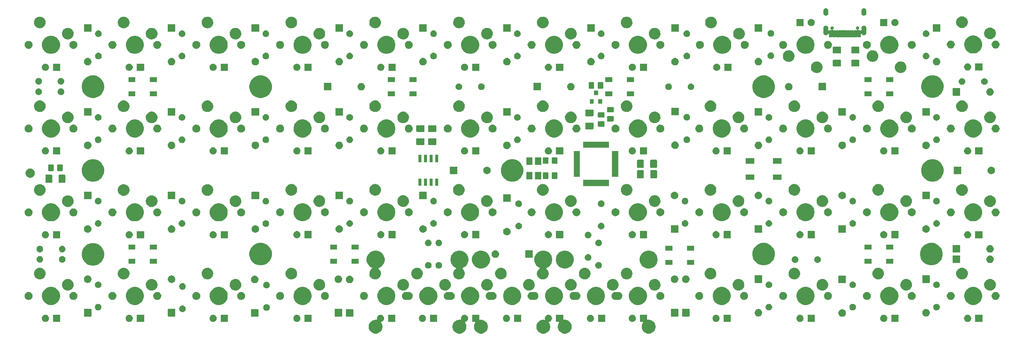
<source format=gts>
G04 #@! TF.GenerationSoftware,KiCad,Pcbnew,5.0.1*
G04 #@! TF.CreationDate,2019-01-21T17:00:43-02:00*
G04 #@! TF.ProjectId,shark,736861726B2E6B696361645F70636200,V3.0.4*
G04 #@! TF.SameCoordinates,Original*
G04 #@! TF.FileFunction,Soldermask,Top*
G04 #@! TF.FilePolarity,Negative*
%FSLAX46Y46*%
G04 Gerber Fmt 4.6, Leading zero omitted, Abs format (unit mm)*
G04 Created by KiCad (PCBNEW 5.0.1) date Mon 21 Jan 2019 05:00:43 PM -02*
%MOMM*%
%LPD*%
G01*
G04 APERTURE LIST*
%ADD10C,0.100000*%
G04 APERTURE END LIST*
D10*
G36*
X178995495Y-135511796D02*
X179007123Y-135515323D01*
X179017843Y-135521054D01*
X179027237Y-135528763D01*
X179034946Y-135538157D01*
X179040677Y-135548877D01*
X179044204Y-135560505D01*
X179046000Y-135578741D01*
X179046000Y-136540445D01*
X179048402Y-136564831D01*
X179055515Y-136588280D01*
X179067066Y-136609891D01*
X179082612Y-136628833D01*
X179101554Y-136644379D01*
X179123165Y-136655930D01*
X179146614Y-136663043D01*
X179171000Y-136665445D01*
X179195386Y-136663043D01*
X179245875Y-136653000D01*
X179556125Y-136653000D01*
X179632515Y-136668195D01*
X179860411Y-136713526D01*
X179979137Y-136762704D01*
X180147041Y-136832252D01*
X180405007Y-137004619D01*
X180624381Y-137223993D01*
X180796748Y-137481959D01*
X180915474Y-137768590D01*
X180976000Y-138072875D01*
X180976000Y-138383125D01*
X180915474Y-138687410D01*
X180796748Y-138974041D01*
X180624381Y-139232007D01*
X180405007Y-139451381D01*
X180147041Y-139623748D01*
X179979137Y-139693296D01*
X179860411Y-139742474D01*
X179556125Y-139803000D01*
X179245875Y-139803000D01*
X178941589Y-139742474D01*
X178822863Y-139693296D01*
X178654959Y-139623748D01*
X178396993Y-139451381D01*
X178177619Y-139232007D01*
X178005252Y-138974041D01*
X177886526Y-138687410D01*
X177826000Y-138383125D01*
X177826000Y-138072875D01*
X177886526Y-137768590D01*
X178005252Y-137481958D01*
X178106489Y-137330446D01*
X178118040Y-137308835D01*
X178125153Y-137285386D01*
X178127555Y-137261000D01*
X178125153Y-137236613D01*
X178118040Y-137213164D01*
X178106489Y-137191553D01*
X178090943Y-137172611D01*
X178072001Y-137157066D01*
X178050390Y-137145515D01*
X178026941Y-137138402D01*
X178002555Y-137136000D01*
X177488741Y-137136000D01*
X177470505Y-137134204D01*
X177458877Y-137130677D01*
X177448157Y-137124946D01*
X177438763Y-137117237D01*
X177431054Y-137107843D01*
X177425323Y-137097123D01*
X177421796Y-137085495D01*
X177420000Y-137067259D01*
X177420000Y-135578741D01*
X177421796Y-135560505D01*
X177425323Y-135548877D01*
X177431054Y-135538157D01*
X177438763Y-135528763D01*
X177448157Y-135521054D01*
X177458877Y-135515323D01*
X177470505Y-135511796D01*
X177488741Y-135510000D01*
X178977259Y-135510000D01*
X178995495Y-135511796D01*
X178995495Y-135511796D01*
G37*
G36*
X156930142Y-135541242D02*
X157078102Y-135602530D01*
X157078922Y-135603078D01*
X157211257Y-135691501D01*
X157324499Y-135804743D01*
X157339811Y-135827659D01*
X157413470Y-135937898D01*
X157474758Y-136085858D01*
X157506000Y-136242925D01*
X157506000Y-136403075D01*
X157474758Y-136560142D01*
X157413470Y-136708102D01*
X157324498Y-136841258D01*
X157211258Y-136954498D01*
X157078102Y-137043470D01*
X156930141Y-137104758D01*
X156882863Y-137114162D01*
X156859414Y-137121274D01*
X156837803Y-137132825D01*
X156818861Y-137148370D01*
X156803315Y-137167312D01*
X156791764Y-137188923D01*
X156784650Y-137212372D01*
X156782248Y-137236758D01*
X156784650Y-137261145D01*
X156791762Y-137284594D01*
X156803314Y-137306206D01*
X156920748Y-137481959D01*
X157039474Y-137768590D01*
X157100000Y-138072875D01*
X157100000Y-138383125D01*
X157039474Y-138687410D01*
X156920748Y-138974041D01*
X156748381Y-139232007D01*
X156529007Y-139451381D01*
X156271041Y-139623748D01*
X156103137Y-139693296D01*
X155984411Y-139742474D01*
X155680125Y-139803000D01*
X155369875Y-139803000D01*
X155065589Y-139742474D01*
X154946863Y-139693296D01*
X154778959Y-139623748D01*
X154520993Y-139451381D01*
X154301619Y-139232007D01*
X154129252Y-138974041D01*
X154010526Y-138687410D01*
X153950000Y-138383125D01*
X153950000Y-138072875D01*
X154010526Y-137768590D01*
X154129252Y-137481959D01*
X154301619Y-137223993D01*
X154520993Y-137004619D01*
X154778959Y-136832252D01*
X154946863Y-136762704D01*
X155065589Y-136713526D01*
X155293485Y-136668195D01*
X155369875Y-136653000D01*
X155680124Y-136653000D01*
X155756517Y-136668195D01*
X155780900Y-136670597D01*
X155805286Y-136668195D01*
X155828735Y-136661082D01*
X155850346Y-136649531D01*
X155869288Y-136633986D01*
X155884834Y-136615044D01*
X155896385Y-136593433D01*
X155903498Y-136569984D01*
X155905900Y-136545597D01*
X155903498Y-136521211D01*
X155880000Y-136403075D01*
X155880000Y-136242925D01*
X155911242Y-136085858D01*
X155972530Y-135937898D01*
X156046189Y-135827659D01*
X156061501Y-135804743D01*
X156174743Y-135691501D01*
X156307078Y-135603078D01*
X156307898Y-135602530D01*
X156455858Y-135541242D01*
X156612925Y-135510000D01*
X156773075Y-135510000D01*
X156930142Y-135541242D01*
X156930142Y-135541242D01*
G37*
G36*
X137905142Y-135541242D02*
X138053102Y-135602530D01*
X138053922Y-135603078D01*
X138186257Y-135691501D01*
X138299499Y-135804743D01*
X138314811Y-135827659D01*
X138388470Y-135937898D01*
X138449758Y-136085858D01*
X138481000Y-136242925D01*
X138481000Y-136403075D01*
X138449758Y-136560142D01*
X138388470Y-136708102D01*
X138299498Y-136841258D01*
X138186258Y-136954498D01*
X138053102Y-137043470D01*
X137905141Y-137104759D01*
X137879930Y-137109773D01*
X137856481Y-137116886D01*
X137834870Y-137128437D01*
X137815928Y-137143982D01*
X137800382Y-137162924D01*
X137788831Y-137184534D01*
X137781717Y-137207983D01*
X137779315Y-137232370D01*
X137781717Y-137256756D01*
X137788830Y-137280205D01*
X137800381Y-137301817D01*
X137920748Y-137481959D01*
X138039474Y-137768590D01*
X138100000Y-138072875D01*
X138100000Y-138383125D01*
X138039474Y-138687410D01*
X137920748Y-138974041D01*
X137748381Y-139232007D01*
X137529007Y-139451381D01*
X137271041Y-139623748D01*
X137103137Y-139693296D01*
X136984411Y-139742474D01*
X136680125Y-139803000D01*
X136369875Y-139803000D01*
X136065589Y-139742474D01*
X135946863Y-139693296D01*
X135778959Y-139623748D01*
X135520993Y-139451381D01*
X135301619Y-139232007D01*
X135129252Y-138974041D01*
X135010526Y-138687410D01*
X134950000Y-138383125D01*
X134950000Y-138072875D01*
X135010526Y-137768590D01*
X135129252Y-137481959D01*
X135301619Y-137223993D01*
X135520993Y-137004619D01*
X135778959Y-136832252D01*
X135946863Y-136762704D01*
X136065589Y-136713526D01*
X136293485Y-136668195D01*
X136369875Y-136653000D01*
X136680125Y-136653000D01*
X136730484Y-136663017D01*
X136754870Y-136665419D01*
X136779256Y-136663017D01*
X136802706Y-136655904D01*
X136824316Y-136644353D01*
X136843258Y-136628807D01*
X136858804Y-136609865D01*
X136870355Y-136588254D01*
X136877468Y-136564805D01*
X136879870Y-136540419D01*
X136877468Y-136516033D01*
X136855000Y-136403075D01*
X136855000Y-136242925D01*
X136886242Y-136085858D01*
X136947530Y-135937898D01*
X137021189Y-135827659D01*
X137036501Y-135804743D01*
X137149743Y-135691501D01*
X137282078Y-135603078D01*
X137282898Y-135602530D01*
X137430858Y-135541242D01*
X137587925Y-135510000D01*
X137748075Y-135510000D01*
X137905142Y-135541242D01*
X137905142Y-135541242D01*
G37*
G36*
X159995495Y-135511796D02*
X160007123Y-135515323D01*
X160017843Y-135521054D01*
X160027237Y-135528763D01*
X160034946Y-135538157D01*
X160040677Y-135548877D01*
X160044204Y-135560505D01*
X160046000Y-135578741D01*
X160046000Y-136540445D01*
X160048402Y-136564831D01*
X160055515Y-136588280D01*
X160067066Y-136609891D01*
X160082612Y-136628833D01*
X160101554Y-136644379D01*
X160123165Y-136655930D01*
X160146614Y-136663043D01*
X160171000Y-136665445D01*
X160195386Y-136663043D01*
X160245875Y-136653000D01*
X160556125Y-136653000D01*
X160632515Y-136668195D01*
X160860411Y-136713526D01*
X160979137Y-136762704D01*
X161147041Y-136832252D01*
X161405007Y-137004619D01*
X161624381Y-137223993D01*
X161796748Y-137481959D01*
X161915474Y-137768590D01*
X161976000Y-138072875D01*
X161976000Y-138383125D01*
X161915474Y-138687410D01*
X161796748Y-138974041D01*
X161624381Y-139232007D01*
X161405007Y-139451381D01*
X161147041Y-139623748D01*
X160979137Y-139693296D01*
X160860411Y-139742474D01*
X160556125Y-139803000D01*
X160245875Y-139803000D01*
X159941589Y-139742474D01*
X159822863Y-139693296D01*
X159654959Y-139623748D01*
X159396993Y-139451381D01*
X159177619Y-139232007D01*
X159005252Y-138974041D01*
X158886526Y-138687410D01*
X158826000Y-138383125D01*
X158826000Y-138072875D01*
X158886526Y-137768590D01*
X159005252Y-137481958D01*
X159106489Y-137330446D01*
X159118040Y-137308835D01*
X159125153Y-137285386D01*
X159127555Y-137261000D01*
X159125153Y-137236613D01*
X159118040Y-137213164D01*
X159106489Y-137191553D01*
X159090943Y-137172611D01*
X159072001Y-137157066D01*
X159050390Y-137145515D01*
X159026941Y-137138402D01*
X159002555Y-137136000D01*
X158488741Y-137136000D01*
X158470505Y-137134204D01*
X158458877Y-137130677D01*
X158448157Y-137124946D01*
X158438763Y-137117237D01*
X158431054Y-137107843D01*
X158425323Y-137097123D01*
X158421796Y-137085495D01*
X158420000Y-137067259D01*
X158420000Y-135578741D01*
X158421796Y-135560505D01*
X158425323Y-135548877D01*
X158431054Y-135538157D01*
X158438763Y-135528763D01*
X158448157Y-135521054D01*
X158458877Y-135515323D01*
X158470505Y-135511796D01*
X158488741Y-135510000D01*
X159977259Y-135510000D01*
X159995495Y-135511796D01*
X159995495Y-135511796D01*
G37*
G36*
X118855142Y-135541242D02*
X119003102Y-135602530D01*
X119003922Y-135603078D01*
X119136257Y-135691501D01*
X119249499Y-135804743D01*
X119264811Y-135827659D01*
X119338470Y-135937898D01*
X119399758Y-136085858D01*
X119431000Y-136242925D01*
X119431000Y-136403075D01*
X119399758Y-136560142D01*
X119338470Y-136708102D01*
X119249498Y-136841258D01*
X119136258Y-136954498D01*
X119003102Y-137043470D01*
X118849843Y-137106953D01*
X118828232Y-137118505D01*
X118809290Y-137134050D01*
X118793745Y-137152992D01*
X118782194Y-137174603D01*
X118775081Y-137198052D01*
X118772679Y-137222438D01*
X118775081Y-137246825D01*
X118782194Y-137270274D01*
X118793745Y-137291884D01*
X118920748Y-137481958D01*
X119039474Y-137768590D01*
X119100000Y-138072875D01*
X119100000Y-138383125D01*
X119039474Y-138687410D01*
X118920748Y-138974041D01*
X118748381Y-139232007D01*
X118529007Y-139451381D01*
X118271041Y-139623748D01*
X118103137Y-139693296D01*
X117984411Y-139742474D01*
X117680125Y-139803000D01*
X117369875Y-139803000D01*
X117065589Y-139742474D01*
X116946863Y-139693296D01*
X116778959Y-139623748D01*
X116520993Y-139451381D01*
X116301619Y-139232007D01*
X116129252Y-138974041D01*
X116010526Y-138687410D01*
X115950000Y-138383125D01*
X115950000Y-138072875D01*
X116010526Y-137768590D01*
X116129252Y-137481959D01*
X116301619Y-137223993D01*
X116520993Y-137004619D01*
X116778959Y-136832252D01*
X116946863Y-136762704D01*
X117065589Y-136713526D01*
X117293485Y-136668195D01*
X117369875Y-136653000D01*
X117681852Y-136653000D01*
X117702807Y-136655064D01*
X117727193Y-136652663D01*
X117750642Y-136645550D01*
X117772254Y-136634000D01*
X117791196Y-136618455D01*
X117806742Y-136599513D01*
X117818294Y-136577902D01*
X117825408Y-136554454D01*
X117827810Y-136530067D01*
X117825408Y-136505679D01*
X117805000Y-136403076D01*
X117805000Y-136242925D01*
X117836242Y-136085858D01*
X117897530Y-135937898D01*
X117971189Y-135827659D01*
X117986501Y-135804743D01*
X118099743Y-135691501D01*
X118232078Y-135603078D01*
X118232898Y-135602530D01*
X118380858Y-135541242D01*
X118537925Y-135510000D01*
X118698075Y-135510000D01*
X118855142Y-135541242D01*
X118855142Y-135541242D01*
G37*
G36*
X140970495Y-135511796D02*
X140982123Y-135515323D01*
X140992843Y-135521054D01*
X141002237Y-135528763D01*
X141009946Y-135538157D01*
X141015677Y-135548877D01*
X141019204Y-135560505D01*
X141021000Y-135578741D01*
X141021000Y-136545418D01*
X141023402Y-136569804D01*
X141030515Y-136593253D01*
X141042066Y-136614864D01*
X141057612Y-136633806D01*
X141076554Y-136649352D01*
X141098165Y-136660903D01*
X141121614Y-136668016D01*
X141146000Y-136670418D01*
X141170383Y-136668016D01*
X141245876Y-136653000D01*
X141556125Y-136653000D01*
X141632515Y-136668195D01*
X141860411Y-136713526D01*
X141979137Y-136762704D01*
X142147041Y-136832252D01*
X142405007Y-137004619D01*
X142624381Y-137223993D01*
X142796748Y-137481959D01*
X142915474Y-137768590D01*
X142976000Y-138072875D01*
X142976000Y-138383125D01*
X142915474Y-138687410D01*
X142796748Y-138974041D01*
X142624381Y-139232007D01*
X142405007Y-139451381D01*
X142147041Y-139623748D01*
X141979137Y-139693296D01*
X141860411Y-139742474D01*
X141556125Y-139803000D01*
X141245875Y-139803000D01*
X140941589Y-139742474D01*
X140822863Y-139693296D01*
X140654959Y-139623748D01*
X140396993Y-139451381D01*
X140177619Y-139232007D01*
X140005252Y-138974041D01*
X139886526Y-138687410D01*
X139826000Y-138383125D01*
X139826000Y-138072875D01*
X139886526Y-137768590D01*
X140005252Y-137481958D01*
X140106489Y-137330446D01*
X140118040Y-137308835D01*
X140125153Y-137285386D01*
X140127555Y-137261000D01*
X140125153Y-137236613D01*
X140118040Y-137213164D01*
X140106489Y-137191553D01*
X140090943Y-137172611D01*
X140072001Y-137157066D01*
X140050390Y-137145515D01*
X140026941Y-137138402D01*
X140002555Y-137136000D01*
X139463741Y-137136000D01*
X139445505Y-137134204D01*
X139433877Y-137130677D01*
X139423157Y-137124946D01*
X139413763Y-137117237D01*
X139406054Y-137107843D01*
X139400323Y-137097123D01*
X139396796Y-137085495D01*
X139395000Y-137067259D01*
X139395000Y-135578741D01*
X139396796Y-135560505D01*
X139400323Y-135548877D01*
X139406054Y-135538157D01*
X139413763Y-135528763D01*
X139423157Y-135521054D01*
X139433877Y-135515323D01*
X139445505Y-135511796D01*
X139463741Y-135510000D01*
X140952259Y-135510000D01*
X140970495Y-135511796D01*
X140970495Y-135511796D01*
G37*
G36*
X235995495Y-135511796D02*
X236007123Y-135515323D01*
X236017843Y-135521054D01*
X236027237Y-135528763D01*
X236034946Y-135538157D01*
X236040677Y-135548877D01*
X236044204Y-135560505D01*
X236046000Y-135578741D01*
X236046000Y-137067259D01*
X236044204Y-137085495D01*
X236040677Y-137097123D01*
X236034946Y-137107843D01*
X236027237Y-137117237D01*
X236017843Y-137124946D01*
X236007123Y-137130677D01*
X235995495Y-137134204D01*
X235977259Y-137136000D01*
X234488741Y-137136000D01*
X234470505Y-137134204D01*
X234458877Y-137130677D01*
X234448157Y-137124946D01*
X234438763Y-137117237D01*
X234431054Y-137107843D01*
X234425323Y-137097123D01*
X234421796Y-137085495D01*
X234420000Y-137067259D01*
X234420000Y-135578741D01*
X234421796Y-135560505D01*
X234425323Y-135548877D01*
X234431054Y-135538157D01*
X234438763Y-135528763D01*
X234448157Y-135521054D01*
X234458877Y-135515323D01*
X234470505Y-135511796D01*
X234488741Y-135510000D01*
X235977259Y-135510000D01*
X235995495Y-135511796D01*
X235995495Y-135511796D01*
G37*
G36*
X213930142Y-135541242D02*
X214078102Y-135602530D01*
X214078922Y-135603078D01*
X214211257Y-135691501D01*
X214324499Y-135804743D01*
X214339811Y-135827659D01*
X214413470Y-135937898D01*
X214474758Y-136085858D01*
X214506000Y-136242925D01*
X214506000Y-136403075D01*
X214474758Y-136560142D01*
X214413470Y-136708102D01*
X214324498Y-136841258D01*
X214211258Y-136954498D01*
X214078102Y-137043470D01*
X213930142Y-137104758D01*
X213773075Y-137136000D01*
X213612925Y-137136000D01*
X213455858Y-137104758D01*
X213307898Y-137043470D01*
X213174742Y-136954498D01*
X213061502Y-136841258D01*
X212972530Y-136708102D01*
X212911242Y-136560142D01*
X212880000Y-136403075D01*
X212880000Y-136242925D01*
X212911242Y-136085858D01*
X212972530Y-135937898D01*
X213046189Y-135827659D01*
X213061501Y-135804743D01*
X213174743Y-135691501D01*
X213307078Y-135603078D01*
X213307898Y-135602530D01*
X213455858Y-135541242D01*
X213612925Y-135510000D01*
X213773075Y-135510000D01*
X213930142Y-135541242D01*
X213930142Y-135541242D01*
G37*
G36*
X232930142Y-135541242D02*
X233078102Y-135602530D01*
X233078922Y-135603078D01*
X233211257Y-135691501D01*
X233324499Y-135804743D01*
X233339811Y-135827659D01*
X233413470Y-135937898D01*
X233474758Y-136085858D01*
X233506000Y-136242925D01*
X233506000Y-136403075D01*
X233474758Y-136560142D01*
X233413470Y-136708102D01*
X233324498Y-136841258D01*
X233211258Y-136954498D01*
X233078102Y-137043470D01*
X232930142Y-137104758D01*
X232773075Y-137136000D01*
X232612925Y-137136000D01*
X232455858Y-137104758D01*
X232307898Y-137043470D01*
X232174742Y-136954498D01*
X232061502Y-136841258D01*
X231972530Y-136708102D01*
X231911242Y-136560142D01*
X231880000Y-136403075D01*
X231880000Y-136242925D01*
X231911242Y-136085858D01*
X231972530Y-135937898D01*
X232046189Y-135827659D01*
X232061501Y-135804743D01*
X232174743Y-135691501D01*
X232307078Y-135603078D01*
X232307898Y-135602530D01*
X232455858Y-135541242D01*
X232612925Y-135510000D01*
X232773075Y-135510000D01*
X232930142Y-135541242D01*
X232930142Y-135541242D01*
G37*
G36*
X216995495Y-135511796D02*
X217007123Y-135515323D01*
X217017843Y-135521054D01*
X217027237Y-135528763D01*
X217034946Y-135538157D01*
X217040677Y-135548877D01*
X217044204Y-135560505D01*
X217046000Y-135578741D01*
X217046000Y-137067259D01*
X217044204Y-137085495D01*
X217040677Y-137097123D01*
X217034946Y-137107843D01*
X217027237Y-137117237D01*
X217017843Y-137124946D01*
X217007123Y-137130677D01*
X216995495Y-137134204D01*
X216977259Y-137136000D01*
X215488741Y-137136000D01*
X215470505Y-137134204D01*
X215458877Y-137130677D01*
X215448157Y-137124946D01*
X215438763Y-137117237D01*
X215431054Y-137107843D01*
X215425323Y-137097123D01*
X215421796Y-137085495D01*
X215420000Y-137067259D01*
X215420000Y-135578741D01*
X215421796Y-135560505D01*
X215425323Y-135548877D01*
X215431054Y-135538157D01*
X215438763Y-135528763D01*
X215448157Y-135521054D01*
X215458877Y-135515323D01*
X215470505Y-135511796D01*
X215488741Y-135510000D01*
X216977259Y-135510000D01*
X216995495Y-135511796D01*
X216995495Y-135511796D01*
G37*
G36*
X194930142Y-135541242D02*
X195078102Y-135602530D01*
X195078922Y-135603078D01*
X195211257Y-135691501D01*
X195324499Y-135804743D01*
X195339811Y-135827659D01*
X195413470Y-135937898D01*
X195474758Y-136085858D01*
X195506000Y-136242925D01*
X195506000Y-136403075D01*
X195474758Y-136560142D01*
X195413470Y-136708102D01*
X195324498Y-136841258D01*
X195211258Y-136954498D01*
X195078102Y-137043470D01*
X194930142Y-137104758D01*
X194773075Y-137136000D01*
X194612925Y-137136000D01*
X194455858Y-137104758D01*
X194307898Y-137043470D01*
X194174742Y-136954498D01*
X194061502Y-136841258D01*
X193972530Y-136708102D01*
X193911242Y-136560142D01*
X193880000Y-136403075D01*
X193880000Y-136242925D01*
X193911242Y-136085858D01*
X193972530Y-135937898D01*
X194046189Y-135827659D01*
X194061501Y-135804743D01*
X194174743Y-135691501D01*
X194307078Y-135603078D01*
X194307898Y-135602530D01*
X194455858Y-135541242D01*
X194612925Y-135510000D01*
X194773075Y-135510000D01*
X194930142Y-135541242D01*
X194930142Y-135541242D01*
G37*
G36*
X254995495Y-135511796D02*
X255007123Y-135515323D01*
X255017843Y-135521054D01*
X255027237Y-135528763D01*
X255034946Y-135538157D01*
X255040677Y-135548877D01*
X255044204Y-135560505D01*
X255046000Y-135578741D01*
X255046000Y-137067259D01*
X255044204Y-137085495D01*
X255040677Y-137097123D01*
X255034946Y-137107843D01*
X255027237Y-137117237D01*
X255017843Y-137124946D01*
X255007123Y-137130677D01*
X254995495Y-137134204D01*
X254977259Y-137136000D01*
X253488741Y-137136000D01*
X253470505Y-137134204D01*
X253458877Y-137130677D01*
X253448157Y-137124946D01*
X253438763Y-137117237D01*
X253431054Y-137107843D01*
X253425323Y-137097123D01*
X253421796Y-137085495D01*
X253420000Y-137067259D01*
X253420000Y-135578741D01*
X253421796Y-135560505D01*
X253425323Y-135548877D01*
X253431054Y-135538157D01*
X253438763Y-135528763D01*
X253448157Y-135521054D01*
X253458877Y-135515323D01*
X253470505Y-135511796D01*
X253488741Y-135510000D01*
X254977259Y-135510000D01*
X254995495Y-135511796D01*
X254995495Y-135511796D01*
G37*
G36*
X197995495Y-135511796D02*
X198007123Y-135515323D01*
X198017843Y-135521054D01*
X198027237Y-135528763D01*
X198034946Y-135538157D01*
X198040677Y-135548877D01*
X198044204Y-135560505D01*
X198046000Y-135578741D01*
X198046000Y-137067259D01*
X198044204Y-137085495D01*
X198040677Y-137097123D01*
X198034946Y-137107843D01*
X198027237Y-137117237D01*
X198017843Y-137124946D01*
X198007123Y-137130677D01*
X197995495Y-137134204D01*
X197977259Y-137136000D01*
X196488741Y-137136000D01*
X196470505Y-137134204D01*
X196458877Y-137130677D01*
X196448157Y-137124946D01*
X196438763Y-137117237D01*
X196431054Y-137107843D01*
X196425323Y-137097123D01*
X196421796Y-137085495D01*
X196420000Y-137067259D01*
X196420000Y-135578741D01*
X196421796Y-135560505D01*
X196425323Y-135548877D01*
X196431054Y-135538157D01*
X196438763Y-135528763D01*
X196448157Y-135521054D01*
X196458877Y-135515323D01*
X196470505Y-135511796D01*
X196488741Y-135510000D01*
X197977259Y-135510000D01*
X197995495Y-135511796D01*
X197995495Y-135511796D01*
G37*
G36*
X99930142Y-135541242D02*
X100078102Y-135602530D01*
X100078922Y-135603078D01*
X100211257Y-135691501D01*
X100324499Y-135804743D01*
X100339811Y-135827659D01*
X100413470Y-135937898D01*
X100474758Y-136085858D01*
X100506000Y-136242925D01*
X100506000Y-136403075D01*
X100474758Y-136560142D01*
X100413470Y-136708102D01*
X100324498Y-136841258D01*
X100211258Y-136954498D01*
X100078102Y-137043470D01*
X99930142Y-137104758D01*
X99773075Y-137136000D01*
X99612925Y-137136000D01*
X99455858Y-137104758D01*
X99307898Y-137043470D01*
X99174742Y-136954498D01*
X99061502Y-136841258D01*
X98972530Y-136708102D01*
X98911242Y-136560142D01*
X98880000Y-136403075D01*
X98880000Y-136242925D01*
X98911242Y-136085858D01*
X98972530Y-135937898D01*
X99046189Y-135827659D01*
X99061501Y-135804743D01*
X99174743Y-135691501D01*
X99307078Y-135603078D01*
X99307898Y-135602530D01*
X99455858Y-135541242D01*
X99612925Y-135510000D01*
X99773075Y-135510000D01*
X99930142Y-135541242D01*
X99930142Y-135541242D01*
G37*
G36*
X166430142Y-135541242D02*
X166578102Y-135602530D01*
X166578922Y-135603078D01*
X166711257Y-135691501D01*
X166824499Y-135804743D01*
X166839811Y-135827659D01*
X166913470Y-135937898D01*
X166974758Y-136085858D01*
X167006000Y-136242925D01*
X167006000Y-136403075D01*
X166974758Y-136560142D01*
X166913470Y-136708102D01*
X166824498Y-136841258D01*
X166711258Y-136954498D01*
X166578102Y-137043470D01*
X166430142Y-137104758D01*
X166273075Y-137136000D01*
X166112925Y-137136000D01*
X165955858Y-137104758D01*
X165807898Y-137043470D01*
X165674742Y-136954498D01*
X165561502Y-136841258D01*
X165472530Y-136708102D01*
X165411242Y-136560142D01*
X165380000Y-136403075D01*
X165380000Y-136242925D01*
X165411242Y-136085858D01*
X165472530Y-135937898D01*
X165546189Y-135827659D01*
X165561501Y-135804743D01*
X165674743Y-135691501D01*
X165807078Y-135603078D01*
X165807898Y-135602530D01*
X165955858Y-135541242D01*
X166112925Y-135510000D01*
X166273075Y-135510000D01*
X166430142Y-135541242D01*
X166430142Y-135541242D01*
G37*
G36*
X169495495Y-135511796D02*
X169507123Y-135515323D01*
X169517843Y-135521054D01*
X169527237Y-135528763D01*
X169534946Y-135538157D01*
X169540677Y-135548877D01*
X169544204Y-135560505D01*
X169546000Y-135578741D01*
X169546000Y-137067259D01*
X169544204Y-137085495D01*
X169540677Y-137097123D01*
X169534946Y-137107843D01*
X169527237Y-137117237D01*
X169517843Y-137124946D01*
X169507123Y-137130677D01*
X169495495Y-137134204D01*
X169477259Y-137136000D01*
X167988741Y-137136000D01*
X167970505Y-137134204D01*
X167958877Y-137130677D01*
X167948157Y-137124946D01*
X167938763Y-137117237D01*
X167931054Y-137107843D01*
X167925323Y-137097123D01*
X167921796Y-137085495D01*
X167920000Y-137067259D01*
X167920000Y-135578741D01*
X167921796Y-135560505D01*
X167925323Y-135548877D01*
X167931054Y-135538157D01*
X167938763Y-135528763D01*
X167948157Y-135521054D01*
X167958877Y-135515323D01*
X167970505Y-135511796D01*
X167988741Y-135510000D01*
X169477259Y-135510000D01*
X169495495Y-135511796D01*
X169495495Y-135511796D01*
G37*
G36*
X147430142Y-135541242D02*
X147578102Y-135602530D01*
X147578922Y-135603078D01*
X147711257Y-135691501D01*
X147824499Y-135804743D01*
X147839811Y-135827659D01*
X147913470Y-135937898D01*
X147974758Y-136085858D01*
X148006000Y-136242925D01*
X148006000Y-136403075D01*
X147974758Y-136560142D01*
X147913470Y-136708102D01*
X147824498Y-136841258D01*
X147711258Y-136954498D01*
X147578102Y-137043470D01*
X147430142Y-137104758D01*
X147273075Y-137136000D01*
X147112925Y-137136000D01*
X146955858Y-137104758D01*
X146807898Y-137043470D01*
X146674742Y-136954498D01*
X146561502Y-136841258D01*
X146472530Y-136708102D01*
X146411242Y-136560142D01*
X146380000Y-136403075D01*
X146380000Y-136242925D01*
X146411242Y-136085858D01*
X146472530Y-135937898D01*
X146546189Y-135827659D01*
X146561501Y-135804743D01*
X146674743Y-135691501D01*
X146807078Y-135603078D01*
X146807898Y-135602530D01*
X146955858Y-135541242D01*
X147112925Y-135510000D01*
X147273075Y-135510000D01*
X147430142Y-135541242D01*
X147430142Y-135541242D01*
G37*
G36*
X150495495Y-135511796D02*
X150507123Y-135515323D01*
X150517843Y-135521054D01*
X150527237Y-135528763D01*
X150534946Y-135538157D01*
X150540677Y-135548877D01*
X150544204Y-135560505D01*
X150546000Y-135578741D01*
X150546000Y-137067259D01*
X150544204Y-137085495D01*
X150540677Y-137097123D01*
X150534946Y-137107843D01*
X150527237Y-137117237D01*
X150517843Y-137124946D01*
X150507123Y-137130677D01*
X150495495Y-137134204D01*
X150477259Y-137136000D01*
X148988741Y-137136000D01*
X148970505Y-137134204D01*
X148958877Y-137130677D01*
X148948157Y-137124946D01*
X148938763Y-137117237D01*
X148931054Y-137107843D01*
X148925323Y-137097123D01*
X148921796Y-137085495D01*
X148920000Y-137067259D01*
X148920000Y-135578741D01*
X148921796Y-135560505D01*
X148925323Y-135548877D01*
X148931054Y-135538157D01*
X148938763Y-135528763D01*
X148948157Y-135521054D01*
X148958877Y-135515323D01*
X148970505Y-135511796D01*
X148988741Y-135510000D01*
X150477259Y-135510000D01*
X150495495Y-135511796D01*
X150495495Y-135511796D01*
G37*
G36*
X175930142Y-135541242D02*
X176078102Y-135602530D01*
X176078922Y-135603078D01*
X176211257Y-135691501D01*
X176324499Y-135804743D01*
X176339811Y-135827659D01*
X176413470Y-135937898D01*
X176474758Y-136085858D01*
X176506000Y-136242925D01*
X176506000Y-136403075D01*
X176474758Y-136560142D01*
X176413470Y-136708102D01*
X176324498Y-136841258D01*
X176211258Y-136954498D01*
X176078102Y-137043470D01*
X175930142Y-137104758D01*
X175773075Y-137136000D01*
X175612925Y-137136000D01*
X175455858Y-137104758D01*
X175307898Y-137043470D01*
X175174742Y-136954498D01*
X175061502Y-136841258D01*
X174972530Y-136708102D01*
X174911242Y-136560142D01*
X174880000Y-136403075D01*
X174880000Y-136242925D01*
X174911242Y-136085858D01*
X174972530Y-135937898D01*
X175046189Y-135827659D01*
X175061501Y-135804743D01*
X175174743Y-135691501D01*
X175307078Y-135603078D01*
X175307898Y-135602530D01*
X175455858Y-135541242D01*
X175612925Y-135510000D01*
X175773075Y-135510000D01*
X175930142Y-135541242D01*
X175930142Y-135541242D01*
G37*
G36*
X121920495Y-135511796D02*
X121932123Y-135515323D01*
X121942843Y-135521054D01*
X121952237Y-135528763D01*
X121959946Y-135538157D01*
X121965677Y-135548877D01*
X121969204Y-135560505D01*
X121971000Y-135578741D01*
X121971000Y-137067259D01*
X121969204Y-137085495D01*
X121965677Y-137097123D01*
X121959946Y-137107843D01*
X121952237Y-137117237D01*
X121942843Y-137124946D01*
X121932123Y-137130677D01*
X121920495Y-137134204D01*
X121902259Y-137136000D01*
X120413741Y-137136000D01*
X120395505Y-137134204D01*
X120383877Y-137130677D01*
X120373157Y-137124946D01*
X120363763Y-137117237D01*
X120356054Y-137107843D01*
X120350323Y-137097123D01*
X120346796Y-137085495D01*
X120345000Y-137067259D01*
X120345000Y-135578741D01*
X120346796Y-135560505D01*
X120350323Y-135548877D01*
X120356054Y-135538157D01*
X120363763Y-135528763D01*
X120373157Y-135521054D01*
X120383877Y-135515323D01*
X120395505Y-135511796D01*
X120413741Y-135510000D01*
X121902259Y-135510000D01*
X121920495Y-135511796D01*
X121920495Y-135511796D01*
G37*
G36*
X45995495Y-135511796D02*
X46007123Y-135515323D01*
X46017843Y-135521054D01*
X46027237Y-135528763D01*
X46034946Y-135538157D01*
X46040677Y-135548877D01*
X46044204Y-135560505D01*
X46046000Y-135578741D01*
X46046000Y-137067259D01*
X46044204Y-137085495D01*
X46040677Y-137097123D01*
X46034946Y-137107843D01*
X46027237Y-137117237D01*
X46017843Y-137124946D01*
X46007123Y-137130677D01*
X45995495Y-137134204D01*
X45977259Y-137136000D01*
X44488741Y-137136000D01*
X44470505Y-137134204D01*
X44458877Y-137130677D01*
X44448157Y-137124946D01*
X44438763Y-137117237D01*
X44431054Y-137107843D01*
X44425323Y-137097123D01*
X44421796Y-137085495D01*
X44420000Y-137067259D01*
X44420000Y-135578741D01*
X44421796Y-135560505D01*
X44425323Y-135548877D01*
X44431054Y-135538157D01*
X44438763Y-135528763D01*
X44448157Y-135521054D01*
X44458877Y-135515323D01*
X44470505Y-135511796D01*
X44488741Y-135510000D01*
X45977259Y-135510000D01*
X45995495Y-135511796D01*
X45995495Y-135511796D01*
G37*
G36*
X42930142Y-135541242D02*
X43078102Y-135602530D01*
X43078922Y-135603078D01*
X43211257Y-135691501D01*
X43324499Y-135804743D01*
X43339811Y-135827659D01*
X43413470Y-135937898D01*
X43474758Y-136085858D01*
X43506000Y-136242925D01*
X43506000Y-136403075D01*
X43474758Y-136560142D01*
X43413470Y-136708102D01*
X43324498Y-136841258D01*
X43211258Y-136954498D01*
X43078102Y-137043470D01*
X42930142Y-137104758D01*
X42773075Y-137136000D01*
X42612925Y-137136000D01*
X42455858Y-137104758D01*
X42307898Y-137043470D01*
X42174742Y-136954498D01*
X42061502Y-136841258D01*
X41972530Y-136708102D01*
X41911242Y-136560142D01*
X41880000Y-136403075D01*
X41880000Y-136242925D01*
X41911242Y-136085858D01*
X41972530Y-135937898D01*
X42046189Y-135827659D01*
X42061501Y-135804743D01*
X42174743Y-135691501D01*
X42307078Y-135603078D01*
X42307898Y-135602530D01*
X42455858Y-135541242D01*
X42612925Y-135510000D01*
X42773075Y-135510000D01*
X42930142Y-135541242D01*
X42930142Y-135541242D01*
G37*
G36*
X64995495Y-135511796D02*
X65007123Y-135515323D01*
X65017843Y-135521054D01*
X65027237Y-135528763D01*
X65034946Y-135538157D01*
X65040677Y-135548877D01*
X65044204Y-135560505D01*
X65046000Y-135578741D01*
X65046000Y-137067259D01*
X65044204Y-137085495D01*
X65040677Y-137097123D01*
X65034946Y-137107843D01*
X65027237Y-137117237D01*
X65017843Y-137124946D01*
X65007123Y-137130677D01*
X64995495Y-137134204D01*
X64977259Y-137136000D01*
X63488741Y-137136000D01*
X63470505Y-137134204D01*
X63458877Y-137130677D01*
X63448157Y-137124946D01*
X63438763Y-137117237D01*
X63431054Y-137107843D01*
X63425323Y-137097123D01*
X63421796Y-137085495D01*
X63420000Y-137067259D01*
X63420000Y-135578741D01*
X63421796Y-135560505D01*
X63425323Y-135548877D01*
X63431054Y-135538157D01*
X63438763Y-135528763D01*
X63448157Y-135521054D01*
X63458877Y-135515323D01*
X63470505Y-135511796D01*
X63488741Y-135510000D01*
X64977259Y-135510000D01*
X64995495Y-135511796D01*
X64995495Y-135511796D01*
G37*
G36*
X61930142Y-135541242D02*
X62078102Y-135602530D01*
X62078922Y-135603078D01*
X62211257Y-135691501D01*
X62324499Y-135804743D01*
X62339811Y-135827659D01*
X62413470Y-135937898D01*
X62474758Y-136085858D01*
X62506000Y-136242925D01*
X62506000Y-136403075D01*
X62474758Y-136560142D01*
X62413470Y-136708102D01*
X62324498Y-136841258D01*
X62211258Y-136954498D01*
X62078102Y-137043470D01*
X61930142Y-137104758D01*
X61773075Y-137136000D01*
X61612925Y-137136000D01*
X61455858Y-137104758D01*
X61307898Y-137043470D01*
X61174742Y-136954498D01*
X61061502Y-136841258D01*
X60972530Y-136708102D01*
X60911242Y-136560142D01*
X60880000Y-136403075D01*
X60880000Y-136242925D01*
X60911242Y-136085858D01*
X60972530Y-135937898D01*
X61046189Y-135827659D01*
X61061501Y-135804743D01*
X61174743Y-135691501D01*
X61307078Y-135603078D01*
X61307898Y-135602530D01*
X61455858Y-135541242D01*
X61612925Y-135510000D01*
X61773075Y-135510000D01*
X61930142Y-135541242D01*
X61930142Y-135541242D01*
G37*
G36*
X83995495Y-135511796D02*
X84007123Y-135515323D01*
X84017843Y-135521054D01*
X84027237Y-135528763D01*
X84034946Y-135538157D01*
X84040677Y-135548877D01*
X84044204Y-135560505D01*
X84046000Y-135578741D01*
X84046000Y-137067259D01*
X84044204Y-137085495D01*
X84040677Y-137097123D01*
X84034946Y-137107843D01*
X84027237Y-137117237D01*
X84017843Y-137124946D01*
X84007123Y-137130677D01*
X83995495Y-137134204D01*
X83977259Y-137136000D01*
X82488741Y-137136000D01*
X82470505Y-137134204D01*
X82458877Y-137130677D01*
X82448157Y-137124946D01*
X82438763Y-137117237D01*
X82431054Y-137107843D01*
X82425323Y-137097123D01*
X82421796Y-137085495D01*
X82420000Y-137067259D01*
X82420000Y-135578741D01*
X82421796Y-135560505D01*
X82425323Y-135548877D01*
X82431054Y-135538157D01*
X82438763Y-135528763D01*
X82448157Y-135521054D01*
X82458877Y-135515323D01*
X82470505Y-135511796D01*
X82488741Y-135510000D01*
X83977259Y-135510000D01*
X83995495Y-135511796D01*
X83995495Y-135511796D01*
G37*
G36*
X80930142Y-135541242D02*
X81078102Y-135602530D01*
X81078922Y-135603078D01*
X81211257Y-135691501D01*
X81324499Y-135804743D01*
X81339811Y-135827659D01*
X81413470Y-135937898D01*
X81474758Y-136085858D01*
X81506000Y-136242925D01*
X81506000Y-136403075D01*
X81474758Y-136560142D01*
X81413470Y-136708102D01*
X81324498Y-136841258D01*
X81211258Y-136954498D01*
X81078102Y-137043470D01*
X80930142Y-137104758D01*
X80773075Y-137136000D01*
X80612925Y-137136000D01*
X80455858Y-137104758D01*
X80307898Y-137043470D01*
X80174742Y-136954498D01*
X80061502Y-136841258D01*
X79972530Y-136708102D01*
X79911242Y-136560142D01*
X79880000Y-136403075D01*
X79880000Y-136242925D01*
X79911242Y-136085858D01*
X79972530Y-135937898D01*
X80046189Y-135827659D01*
X80061501Y-135804743D01*
X80174743Y-135691501D01*
X80307078Y-135603078D01*
X80307898Y-135602530D01*
X80455858Y-135541242D01*
X80612925Y-135510000D01*
X80773075Y-135510000D01*
X80930142Y-135541242D01*
X80930142Y-135541242D01*
G37*
G36*
X102995495Y-135511796D02*
X103007123Y-135515323D01*
X103017843Y-135521054D01*
X103027237Y-135528763D01*
X103034946Y-135538157D01*
X103040677Y-135548877D01*
X103044204Y-135560505D01*
X103046000Y-135578741D01*
X103046000Y-137067259D01*
X103044204Y-137085495D01*
X103040677Y-137097123D01*
X103034946Y-137107843D01*
X103027237Y-137117237D01*
X103017843Y-137124946D01*
X103007123Y-137130677D01*
X102995495Y-137134204D01*
X102977259Y-137136000D01*
X101488741Y-137136000D01*
X101470505Y-137134204D01*
X101458877Y-137130677D01*
X101448157Y-137124946D01*
X101438763Y-137117237D01*
X101431054Y-137107843D01*
X101425323Y-137097123D01*
X101421796Y-137085495D01*
X101420000Y-137067259D01*
X101420000Y-135578741D01*
X101421796Y-135560505D01*
X101425323Y-135548877D01*
X101431054Y-135538157D01*
X101438763Y-135528763D01*
X101448157Y-135521054D01*
X101458877Y-135515323D01*
X101470505Y-135511796D01*
X101488741Y-135510000D01*
X102977259Y-135510000D01*
X102995495Y-135511796D01*
X102995495Y-135511796D01*
G37*
G36*
X251930142Y-135541242D02*
X252078102Y-135602530D01*
X252078922Y-135603078D01*
X252211257Y-135691501D01*
X252324499Y-135804743D01*
X252339811Y-135827659D01*
X252413470Y-135937898D01*
X252474758Y-136085858D01*
X252506000Y-136242925D01*
X252506000Y-136403075D01*
X252474758Y-136560142D01*
X252413470Y-136708102D01*
X252324498Y-136841258D01*
X252211258Y-136954498D01*
X252078102Y-137043470D01*
X251930142Y-137104758D01*
X251773075Y-137136000D01*
X251612925Y-137136000D01*
X251455858Y-137104758D01*
X251307898Y-137043470D01*
X251174742Y-136954498D01*
X251061502Y-136841258D01*
X250972530Y-136708102D01*
X250911242Y-136560142D01*
X250880000Y-136403075D01*
X250880000Y-136242925D01*
X250911242Y-136085858D01*
X250972530Y-135937898D01*
X251046189Y-135827659D01*
X251061501Y-135804743D01*
X251174743Y-135691501D01*
X251307078Y-135603078D01*
X251307898Y-135602530D01*
X251455858Y-135541242D01*
X251612925Y-135510000D01*
X251773075Y-135510000D01*
X251930142Y-135541242D01*
X251930142Y-135541242D01*
G37*
G36*
X131445495Y-135511796D02*
X131457123Y-135515323D01*
X131467843Y-135521054D01*
X131477237Y-135528763D01*
X131484946Y-135538157D01*
X131490677Y-135548877D01*
X131494204Y-135560505D01*
X131496000Y-135578741D01*
X131496000Y-137067259D01*
X131494204Y-137085495D01*
X131490677Y-137097123D01*
X131484946Y-137107843D01*
X131477237Y-137117237D01*
X131467843Y-137124946D01*
X131457123Y-137130677D01*
X131445495Y-137134204D01*
X131427259Y-137136000D01*
X129938741Y-137136000D01*
X129920505Y-137134204D01*
X129908877Y-137130677D01*
X129898157Y-137124946D01*
X129888763Y-137117237D01*
X129881054Y-137107843D01*
X129875323Y-137097123D01*
X129871796Y-137085495D01*
X129870000Y-137067259D01*
X129870000Y-135578741D01*
X129871796Y-135560505D01*
X129875323Y-135548877D01*
X129881054Y-135538157D01*
X129888763Y-135528763D01*
X129898157Y-135521054D01*
X129908877Y-135515323D01*
X129920505Y-135511796D01*
X129938741Y-135510000D01*
X131427259Y-135510000D01*
X131445495Y-135511796D01*
X131445495Y-135511796D01*
G37*
G36*
X128380142Y-135541242D02*
X128528102Y-135602530D01*
X128528922Y-135603078D01*
X128661257Y-135691501D01*
X128774499Y-135804743D01*
X128789811Y-135827659D01*
X128863470Y-135937898D01*
X128924758Y-136085858D01*
X128956000Y-136242925D01*
X128956000Y-136403075D01*
X128924758Y-136560142D01*
X128863470Y-136708102D01*
X128774498Y-136841258D01*
X128661258Y-136954498D01*
X128528102Y-137043470D01*
X128380142Y-137104758D01*
X128223075Y-137136000D01*
X128062925Y-137136000D01*
X127905858Y-137104758D01*
X127757898Y-137043470D01*
X127624742Y-136954498D01*
X127511502Y-136841258D01*
X127422530Y-136708102D01*
X127361242Y-136560142D01*
X127330000Y-136403075D01*
X127330000Y-136242925D01*
X127361242Y-136085858D01*
X127422530Y-135937898D01*
X127496189Y-135827659D01*
X127511501Y-135804743D01*
X127624743Y-135691501D01*
X127757078Y-135603078D01*
X127757898Y-135602530D01*
X127905858Y-135541242D01*
X128062925Y-135510000D01*
X128223075Y-135510000D01*
X128380142Y-135541242D01*
X128380142Y-135541242D01*
G37*
G36*
X112427379Y-134278942D02*
X112440434Y-134282902D01*
X112452462Y-134289331D01*
X112463011Y-134297989D01*
X112471669Y-134308538D01*
X112478098Y-134320566D01*
X112482058Y-134333621D01*
X112484000Y-134353341D01*
X112484000Y-135902659D01*
X112482058Y-135922379D01*
X112478098Y-135935434D01*
X112471669Y-135947462D01*
X112463011Y-135958011D01*
X112452462Y-135966669D01*
X112440434Y-135973098D01*
X112427379Y-135977058D01*
X112407659Y-135979000D01*
X110858341Y-135979000D01*
X110838621Y-135977058D01*
X110825566Y-135973098D01*
X110813538Y-135966669D01*
X110802989Y-135958011D01*
X110794331Y-135947462D01*
X110787902Y-135935434D01*
X110783942Y-135922379D01*
X110782000Y-135902659D01*
X110782000Y-134353341D01*
X110783942Y-134333621D01*
X110787902Y-134320566D01*
X110794331Y-134308538D01*
X110802989Y-134297989D01*
X110813538Y-134289331D01*
X110825566Y-134282902D01*
X110838621Y-134278942D01*
X110858341Y-134277000D01*
X112407659Y-134277000D01*
X112427379Y-134278942D01*
X112427379Y-134278942D01*
G37*
G36*
X223442321Y-134289313D02*
X223442324Y-134289314D01*
X223442325Y-134289314D01*
X223602739Y-134337975D01*
X223602741Y-134337976D01*
X223602744Y-134337977D01*
X223750578Y-134416995D01*
X223880159Y-134523341D01*
X223986505Y-134652922D01*
X224065523Y-134800756D01*
X224065524Y-134800759D01*
X224065525Y-134800761D01*
X224114186Y-134961175D01*
X224114187Y-134961179D01*
X224130617Y-135128000D01*
X224114187Y-135294821D01*
X224065523Y-135455244D01*
X223986505Y-135603078D01*
X223880159Y-135732659D01*
X223750578Y-135839005D01*
X223602744Y-135918023D01*
X223602741Y-135918024D01*
X223602739Y-135918025D01*
X223442325Y-135966686D01*
X223442324Y-135966686D01*
X223442321Y-135966687D01*
X223317304Y-135979000D01*
X223233696Y-135979000D01*
X223108679Y-135966687D01*
X223108676Y-135966686D01*
X223108675Y-135966686D01*
X222948261Y-135918025D01*
X222948259Y-135918024D01*
X222948256Y-135918023D01*
X222800422Y-135839005D01*
X222670841Y-135732659D01*
X222564495Y-135603078D01*
X222485477Y-135455244D01*
X222436813Y-135294821D01*
X222420383Y-135128000D01*
X222436813Y-134961179D01*
X222436814Y-134961175D01*
X222485475Y-134800761D01*
X222485476Y-134800759D01*
X222485477Y-134800756D01*
X222564495Y-134652922D01*
X222670841Y-134523341D01*
X222800422Y-134416995D01*
X222948256Y-134337977D01*
X222948259Y-134337976D01*
X222948261Y-134337975D01*
X223108675Y-134289314D01*
X223108676Y-134289314D01*
X223108679Y-134289313D01*
X223233696Y-134277000D01*
X223317304Y-134277000D01*
X223442321Y-134289313D01*
X223442321Y-134289313D01*
G37*
G36*
X90917195Y-134278726D02*
X90930250Y-134282686D01*
X90942278Y-134289115D01*
X90952827Y-134297773D01*
X90961485Y-134308322D01*
X90967914Y-134320350D01*
X90971874Y-134333405D01*
X90973816Y-134353125D01*
X90973816Y-135902443D01*
X90971874Y-135922163D01*
X90967914Y-135935218D01*
X90961485Y-135947246D01*
X90952827Y-135957795D01*
X90942278Y-135966453D01*
X90930250Y-135972882D01*
X90917195Y-135976842D01*
X90897475Y-135978784D01*
X89348157Y-135978784D01*
X89328437Y-135976842D01*
X89315382Y-135972882D01*
X89303354Y-135966453D01*
X89292805Y-135957795D01*
X89284147Y-135947246D01*
X89277718Y-135935218D01*
X89273758Y-135922163D01*
X89271816Y-135902443D01*
X89271816Y-134353125D01*
X89273758Y-134333405D01*
X89277718Y-134320350D01*
X89284147Y-134308322D01*
X89292805Y-134297773D01*
X89303354Y-134289115D01*
X89315382Y-134282686D01*
X89328437Y-134278726D01*
X89348157Y-134276784D01*
X90897475Y-134276784D01*
X90917195Y-134278726D01*
X90917195Y-134278726D01*
G37*
G36*
X242442321Y-134214313D02*
X242442324Y-134214314D01*
X242442325Y-134214314D01*
X242602739Y-134262975D01*
X242602741Y-134262976D01*
X242602744Y-134262977D01*
X242750578Y-134341995D01*
X242880159Y-134448341D01*
X242986505Y-134577922D01*
X243065523Y-134725756D01*
X243065524Y-134725759D01*
X243065525Y-134725761D01*
X243114186Y-134886175D01*
X243114187Y-134886179D01*
X243130617Y-135053000D01*
X243114187Y-135219821D01*
X243065523Y-135380244D01*
X242986505Y-135528078D01*
X242880159Y-135657659D01*
X242750578Y-135764005D01*
X242602744Y-135843023D01*
X242602741Y-135843024D01*
X242602739Y-135843025D01*
X242442325Y-135891686D01*
X242442324Y-135891686D01*
X242442321Y-135891687D01*
X242317304Y-135904000D01*
X242233696Y-135904000D01*
X242108679Y-135891687D01*
X242108676Y-135891686D01*
X242108675Y-135891686D01*
X241948261Y-135843025D01*
X241948259Y-135843024D01*
X241948256Y-135843023D01*
X241800422Y-135764005D01*
X241670841Y-135657659D01*
X241564495Y-135528078D01*
X241485477Y-135380244D01*
X241436813Y-135219821D01*
X241420383Y-135053000D01*
X241436813Y-134886179D01*
X241436814Y-134886175D01*
X241485475Y-134725761D01*
X241485476Y-134725759D01*
X241485477Y-134725756D01*
X241564495Y-134577922D01*
X241670841Y-134448341D01*
X241800422Y-134341995D01*
X241948256Y-134262977D01*
X241948259Y-134262976D01*
X241948261Y-134262975D01*
X242108675Y-134214314D01*
X242108676Y-134214314D01*
X242108679Y-134214313D01*
X242233696Y-134202000D01*
X242317304Y-134202000D01*
X242442321Y-134214313D01*
X242442321Y-134214313D01*
G37*
G36*
X72069879Y-134203942D02*
X72082934Y-134207902D01*
X72094962Y-134214331D01*
X72105511Y-134222989D01*
X72114169Y-134233538D01*
X72120598Y-134245566D01*
X72124558Y-134258621D01*
X72126500Y-134278341D01*
X72126500Y-135827659D01*
X72124558Y-135847379D01*
X72120598Y-135860434D01*
X72114169Y-135872462D01*
X72105511Y-135883011D01*
X72094962Y-135891669D01*
X72082934Y-135898098D01*
X72069879Y-135902058D01*
X72050159Y-135904000D01*
X70500841Y-135904000D01*
X70481121Y-135902058D01*
X70468066Y-135898098D01*
X70456038Y-135891669D01*
X70445489Y-135883011D01*
X70436831Y-135872462D01*
X70430402Y-135860434D01*
X70426442Y-135847379D01*
X70424500Y-135827659D01*
X70424500Y-134278341D01*
X70426442Y-134258621D01*
X70430402Y-134245566D01*
X70436831Y-134233538D01*
X70445489Y-134222989D01*
X70456038Y-134214331D01*
X70468066Y-134207902D01*
X70481121Y-134203942D01*
X70500841Y-134202000D01*
X72050159Y-134202000D01*
X72069879Y-134203942D01*
X72069879Y-134203942D01*
G37*
G36*
X53069879Y-134203942D02*
X53082934Y-134207902D01*
X53094962Y-134214331D01*
X53105511Y-134222989D01*
X53114169Y-134233538D01*
X53120598Y-134245566D01*
X53124558Y-134258621D01*
X53126500Y-134278341D01*
X53126500Y-135827659D01*
X53124558Y-135847379D01*
X53120598Y-135860434D01*
X53114169Y-135872462D01*
X53105511Y-135883011D01*
X53094962Y-135891669D01*
X53082934Y-135898098D01*
X53069879Y-135902058D01*
X53050159Y-135904000D01*
X51500841Y-135904000D01*
X51481121Y-135902058D01*
X51468066Y-135898098D01*
X51456038Y-135891669D01*
X51445489Y-135883011D01*
X51436831Y-135872462D01*
X51430402Y-135860434D01*
X51426442Y-135847379D01*
X51424500Y-135827659D01*
X51424500Y-134278341D01*
X51426442Y-134258621D01*
X51430402Y-134245566D01*
X51436831Y-134233538D01*
X51445489Y-134222989D01*
X51456038Y-134214331D01*
X51468066Y-134207902D01*
X51481121Y-134203942D01*
X51500841Y-134202000D01*
X53050159Y-134202000D01*
X53069879Y-134203942D01*
X53069879Y-134203942D01*
G37*
G36*
X188627379Y-134203942D02*
X188640434Y-134207902D01*
X188652462Y-134214331D01*
X188663011Y-134222989D01*
X188671669Y-134233538D01*
X188678098Y-134245566D01*
X188682058Y-134258621D01*
X188684000Y-134278341D01*
X188684000Y-135827659D01*
X188682058Y-135847379D01*
X188678098Y-135860434D01*
X188671669Y-135872462D01*
X188663011Y-135883011D01*
X188652462Y-135891669D01*
X188640434Y-135898098D01*
X188627379Y-135902058D01*
X188607659Y-135904000D01*
X187058341Y-135904000D01*
X187038621Y-135902058D01*
X187025566Y-135898098D01*
X187013538Y-135891669D01*
X187002989Y-135883011D01*
X186994331Y-135872462D01*
X186987902Y-135860434D01*
X186983942Y-135847379D01*
X186982000Y-135827659D01*
X186982000Y-134278341D01*
X186983942Y-134258621D01*
X186987902Y-134245566D01*
X186994331Y-134233538D01*
X187002989Y-134222989D01*
X187013538Y-134214331D01*
X187025566Y-134207902D01*
X187038621Y-134203942D01*
X187058341Y-134202000D01*
X188607659Y-134202000D01*
X188627379Y-134203942D01*
X188627379Y-134203942D01*
G37*
G36*
X204442321Y-134214313D02*
X204442324Y-134214314D01*
X204442325Y-134214314D01*
X204602739Y-134262975D01*
X204602741Y-134262976D01*
X204602744Y-134262977D01*
X204750578Y-134341995D01*
X204880159Y-134448341D01*
X204986505Y-134577922D01*
X205065523Y-134725756D01*
X205065524Y-134725759D01*
X205065525Y-134725761D01*
X205114186Y-134886175D01*
X205114187Y-134886179D01*
X205130617Y-135053000D01*
X205114187Y-135219821D01*
X205065523Y-135380244D01*
X204986505Y-135528078D01*
X204880159Y-135657659D01*
X204750578Y-135764005D01*
X204602744Y-135843023D01*
X204602741Y-135843024D01*
X204602739Y-135843025D01*
X204442325Y-135891686D01*
X204442324Y-135891686D01*
X204442321Y-135891687D01*
X204317304Y-135904000D01*
X204233696Y-135904000D01*
X204108679Y-135891687D01*
X204108676Y-135891686D01*
X204108675Y-135891686D01*
X203948261Y-135843025D01*
X203948259Y-135843024D01*
X203948256Y-135843023D01*
X203800422Y-135764005D01*
X203670841Y-135657659D01*
X203564495Y-135528078D01*
X203485477Y-135380244D01*
X203436813Y-135219821D01*
X203420383Y-135053000D01*
X203436813Y-134886179D01*
X203436814Y-134886175D01*
X203485475Y-134725761D01*
X203485476Y-134725759D01*
X203485477Y-134725756D01*
X203564495Y-134577922D01*
X203670841Y-134448341D01*
X203800422Y-134341995D01*
X203948256Y-134262977D01*
X203948259Y-134262976D01*
X203948261Y-134262975D01*
X204108675Y-134214314D01*
X204108676Y-134214314D01*
X204108679Y-134214313D01*
X204233696Y-134202000D01*
X204317304Y-134202000D01*
X204442321Y-134214313D01*
X204442321Y-134214313D01*
G37*
G36*
X186087379Y-134203942D02*
X186100434Y-134207902D01*
X186112462Y-134214331D01*
X186123011Y-134222989D01*
X186131669Y-134233538D01*
X186138098Y-134245566D01*
X186142058Y-134258621D01*
X186144000Y-134278341D01*
X186144000Y-135827659D01*
X186142058Y-135847379D01*
X186138098Y-135860434D01*
X186131669Y-135872462D01*
X186123011Y-135883011D01*
X186112462Y-135891669D01*
X186100434Y-135898098D01*
X186087379Y-135902058D01*
X186067659Y-135904000D01*
X184518341Y-135904000D01*
X184498621Y-135902058D01*
X184485566Y-135898098D01*
X184473538Y-135891669D01*
X184462989Y-135883011D01*
X184454331Y-135872462D01*
X184447902Y-135860434D01*
X184443942Y-135847379D01*
X184442000Y-135827659D01*
X184442000Y-134278341D01*
X184443942Y-134258621D01*
X184447902Y-134245566D01*
X184454331Y-134233538D01*
X184462989Y-134222989D01*
X184473538Y-134214331D01*
X184485566Y-134207902D01*
X184498621Y-134203942D01*
X184518341Y-134202000D01*
X186067659Y-134202000D01*
X186087379Y-134203942D01*
X186087379Y-134203942D01*
G37*
G36*
X109887379Y-134203942D02*
X109900434Y-134207902D01*
X109912462Y-134214331D01*
X109923011Y-134222989D01*
X109931669Y-134233538D01*
X109938098Y-134245566D01*
X109942058Y-134258621D01*
X109944000Y-134278341D01*
X109944000Y-135827659D01*
X109942058Y-135847379D01*
X109938098Y-135860434D01*
X109931669Y-135872462D01*
X109923011Y-135883011D01*
X109912462Y-135891669D01*
X109900434Y-135898098D01*
X109887379Y-135902058D01*
X109867659Y-135904000D01*
X108318341Y-135904000D01*
X108298621Y-135902058D01*
X108285566Y-135898098D01*
X108273538Y-135891669D01*
X108262989Y-135883011D01*
X108254331Y-135872462D01*
X108247902Y-135860434D01*
X108243942Y-135847379D01*
X108242000Y-135827659D01*
X108242000Y-134278341D01*
X108243942Y-134258621D01*
X108247902Y-134245566D01*
X108254331Y-134233538D01*
X108262989Y-134222989D01*
X108273538Y-134214331D01*
X108285566Y-134207902D01*
X108298621Y-134203942D01*
X108318341Y-134202000D01*
X109867659Y-134202000D01*
X109887379Y-134203942D01*
X109887379Y-134203942D01*
G37*
G36*
X73825511Y-133408060D02*
X73899068Y-133415305D01*
X74040632Y-133458248D01*
X74171098Y-133527984D01*
X74285452Y-133621832D01*
X74379300Y-133736186D01*
X74449036Y-133866652D01*
X74491979Y-134008216D01*
X74506479Y-134155438D01*
X74491979Y-134302660D01*
X74449036Y-134444224D01*
X74379300Y-134574690D01*
X74285452Y-134689044D01*
X74171098Y-134782892D01*
X74040632Y-134852628D01*
X73899068Y-134895571D01*
X73825511Y-134902816D01*
X73788734Y-134906438D01*
X73714958Y-134906438D01*
X73678181Y-134902816D01*
X73604624Y-134895571D01*
X73463060Y-134852628D01*
X73332594Y-134782892D01*
X73218240Y-134689044D01*
X73124392Y-134574690D01*
X73054656Y-134444224D01*
X73011713Y-134302660D01*
X72997213Y-134155438D01*
X73011713Y-134008216D01*
X73054656Y-133866652D01*
X73124392Y-133736186D01*
X73218240Y-133621832D01*
X73332594Y-133527984D01*
X73463060Y-133458248D01*
X73604624Y-133415305D01*
X73678181Y-133408060D01*
X73714958Y-133404438D01*
X73788734Y-133404438D01*
X73825511Y-133408060D01*
X73825511Y-133408060D01*
G37*
G36*
X92875367Y-133110406D02*
X92948924Y-133117651D01*
X93090488Y-133160594D01*
X93220954Y-133230330D01*
X93335308Y-133324178D01*
X93429156Y-133438532D01*
X93498892Y-133568998D01*
X93541835Y-133710562D01*
X93556335Y-133857784D01*
X93541835Y-134005006D01*
X93498892Y-134146570D01*
X93429156Y-134277036D01*
X93335308Y-134391390D01*
X93220954Y-134485238D01*
X93090488Y-134554974D01*
X92948924Y-134597917D01*
X92875367Y-134605162D01*
X92838590Y-134608784D01*
X92764814Y-134608784D01*
X92728037Y-134605162D01*
X92654480Y-134597917D01*
X92512916Y-134554974D01*
X92382450Y-134485238D01*
X92268096Y-134391390D01*
X92174248Y-134277036D01*
X92104512Y-134146570D01*
X92061569Y-134005006D01*
X92047069Y-133857784D01*
X92061569Y-133710562D01*
X92104512Y-133568998D01*
X92174248Y-133438532D01*
X92268096Y-133324178D01*
X92382450Y-133230330D01*
X92512916Y-133160594D01*
X92654480Y-133117651D01*
X92728037Y-133110406D01*
X92764814Y-133106784D01*
X92838590Y-133106784D01*
X92875367Y-133110406D01*
X92875367Y-133110406D01*
G37*
G36*
X244724165Y-133035622D02*
X244797722Y-133042867D01*
X244939286Y-133085810D01*
X245069752Y-133155546D01*
X245184106Y-133249394D01*
X245277954Y-133363748D01*
X245347690Y-133494214D01*
X245390633Y-133635778D01*
X245405133Y-133783000D01*
X245390633Y-133930222D01*
X245347690Y-134071786D01*
X245277954Y-134202252D01*
X245184106Y-134316606D01*
X245069752Y-134410454D01*
X244939286Y-134480190D01*
X244797722Y-134523133D01*
X244724165Y-134530378D01*
X244687388Y-134534000D01*
X244613612Y-134534000D01*
X244576835Y-134530378D01*
X244503278Y-134523133D01*
X244361714Y-134480190D01*
X244231248Y-134410454D01*
X244116894Y-134316606D01*
X244023046Y-134202252D01*
X243953310Y-134071786D01*
X243910367Y-133930222D01*
X243895867Y-133783000D01*
X243910367Y-133635778D01*
X243953310Y-133494214D01*
X244023046Y-133363748D01*
X244116894Y-133249394D01*
X244231248Y-133155546D01*
X244361714Y-133085810D01*
X244503278Y-133042867D01*
X244576835Y-133035622D01*
X244613612Y-133032000D01*
X244687388Y-133032000D01*
X244724165Y-133035622D01*
X244724165Y-133035622D01*
G37*
G36*
X54724165Y-133035622D02*
X54797722Y-133042867D01*
X54939286Y-133085810D01*
X55069752Y-133155546D01*
X55184106Y-133249394D01*
X55277954Y-133363748D01*
X55347690Y-133494214D01*
X55390633Y-133635778D01*
X55405133Y-133783000D01*
X55390633Y-133930222D01*
X55347690Y-134071786D01*
X55277954Y-134202252D01*
X55184106Y-134316606D01*
X55069752Y-134410454D01*
X54939286Y-134480190D01*
X54797722Y-134523133D01*
X54724165Y-134530378D01*
X54687388Y-134534000D01*
X54613612Y-134534000D01*
X54576835Y-134530378D01*
X54503278Y-134523133D01*
X54361714Y-134480190D01*
X54231248Y-134410454D01*
X54116894Y-134316606D01*
X54023046Y-134202252D01*
X53953310Y-134071786D01*
X53910367Y-133930222D01*
X53895867Y-133783000D01*
X53910367Y-133635778D01*
X53953310Y-133494214D01*
X54023046Y-133363748D01*
X54116894Y-133249394D01*
X54231248Y-133155546D01*
X54361714Y-133085810D01*
X54503278Y-133042867D01*
X54576835Y-133035622D01*
X54613612Y-133032000D01*
X54687388Y-133032000D01*
X54724165Y-133035622D01*
X54724165Y-133035622D01*
G37*
G36*
X225724165Y-133035622D02*
X225797722Y-133042867D01*
X225939286Y-133085810D01*
X226069752Y-133155546D01*
X226184106Y-133249394D01*
X226277954Y-133363748D01*
X226347690Y-133494214D01*
X226390633Y-133635778D01*
X226405133Y-133783000D01*
X226390633Y-133930222D01*
X226347690Y-134071786D01*
X226277954Y-134202252D01*
X226184106Y-134316606D01*
X226069752Y-134410454D01*
X225939286Y-134480190D01*
X225797722Y-134523133D01*
X225724165Y-134530378D01*
X225687388Y-134534000D01*
X225613612Y-134534000D01*
X225576835Y-134530378D01*
X225503278Y-134523133D01*
X225361714Y-134480190D01*
X225231248Y-134410454D01*
X225116894Y-134316606D01*
X225023046Y-134202252D01*
X224953310Y-134071786D01*
X224910367Y-133930222D01*
X224895867Y-133783000D01*
X224910367Y-133635778D01*
X224953310Y-133494214D01*
X225023046Y-133363748D01*
X225116894Y-133249394D01*
X225231248Y-133155546D01*
X225361714Y-133085810D01*
X225503278Y-133042867D01*
X225576835Y-133035622D01*
X225613612Y-133032000D01*
X225687388Y-133032000D01*
X225724165Y-133035622D01*
X225724165Y-133035622D01*
G37*
G36*
X206724165Y-133035622D02*
X206797722Y-133042867D01*
X206939286Y-133085810D01*
X207069752Y-133155546D01*
X207184106Y-133249394D01*
X207277954Y-133363748D01*
X207347690Y-133494214D01*
X207390633Y-133635778D01*
X207405133Y-133783000D01*
X207390633Y-133930222D01*
X207347690Y-134071786D01*
X207277954Y-134202252D01*
X207184106Y-134316606D01*
X207069752Y-134410454D01*
X206939286Y-134480190D01*
X206797722Y-134523133D01*
X206724165Y-134530378D01*
X206687388Y-134534000D01*
X206613612Y-134534000D01*
X206576835Y-134530378D01*
X206503278Y-134523133D01*
X206361714Y-134480190D01*
X206231248Y-134410454D01*
X206116894Y-134316606D01*
X206023046Y-134202252D01*
X205953310Y-134071786D01*
X205910367Y-133930222D01*
X205895867Y-133783000D01*
X205910367Y-133635778D01*
X205953310Y-133494214D01*
X206023046Y-133363748D01*
X206116894Y-133249394D01*
X206231248Y-133155546D01*
X206361714Y-133085810D01*
X206503278Y-133042867D01*
X206576835Y-133035622D01*
X206613612Y-133032000D01*
X206687388Y-133032000D01*
X206724165Y-133035622D01*
X206724165Y-133035622D01*
G37*
G36*
X44559472Y-129276684D02*
X44559474Y-129276685D01*
X44559475Y-129276685D01*
X44931623Y-129430833D01*
X45266548Y-129654623D01*
X45551377Y-129939452D01*
X45775167Y-130274377D01*
X45845322Y-130443747D01*
X45929316Y-130646528D01*
X46007900Y-131041594D01*
X46007900Y-131444406D01*
X45933601Y-131817931D01*
X45929315Y-131839475D01*
X45775167Y-132211623D01*
X45551377Y-132546548D01*
X45266548Y-132831377D01*
X44931623Y-133055167D01*
X44559475Y-133209315D01*
X44559474Y-133209315D01*
X44559472Y-133209316D01*
X44164406Y-133287900D01*
X43761594Y-133287900D01*
X43366528Y-133209316D01*
X43366526Y-133209315D01*
X43366525Y-133209315D01*
X42994377Y-133055167D01*
X42659452Y-132831377D01*
X42374623Y-132546548D01*
X42150833Y-132211623D01*
X41996685Y-131839475D01*
X41992400Y-131817931D01*
X41918100Y-131444406D01*
X41918100Y-131041594D01*
X41996684Y-130646528D01*
X42080678Y-130443747D01*
X42150833Y-130274377D01*
X42374623Y-129939452D01*
X42659452Y-129654623D01*
X42994377Y-129430833D01*
X43366525Y-129276685D01*
X43366526Y-129276685D01*
X43366528Y-129276684D01*
X43761594Y-129198100D01*
X44164406Y-129198100D01*
X44559472Y-129276684D01*
X44559472Y-129276684D01*
G37*
G36*
X196559472Y-129276684D02*
X196559474Y-129276685D01*
X196559475Y-129276685D01*
X196931623Y-129430833D01*
X197266548Y-129654623D01*
X197551377Y-129939452D01*
X197775167Y-130274377D01*
X197845322Y-130443747D01*
X197929316Y-130646528D01*
X198007900Y-131041594D01*
X198007900Y-131444406D01*
X197933601Y-131817931D01*
X197929315Y-131839475D01*
X197775167Y-132211623D01*
X197551377Y-132546548D01*
X197266548Y-132831377D01*
X196931623Y-133055167D01*
X196559475Y-133209315D01*
X196559474Y-133209315D01*
X196559472Y-133209316D01*
X196164406Y-133287900D01*
X195761594Y-133287900D01*
X195366528Y-133209316D01*
X195366526Y-133209315D01*
X195366525Y-133209315D01*
X194994377Y-133055167D01*
X194659452Y-132831377D01*
X194374623Y-132546548D01*
X194150833Y-132211623D01*
X193996685Y-131839475D01*
X193992400Y-131817931D01*
X193918100Y-131444406D01*
X193918100Y-131041594D01*
X193996684Y-130646528D01*
X194080678Y-130443747D01*
X194150833Y-130274377D01*
X194374623Y-129939452D01*
X194659452Y-129654623D01*
X194994377Y-129430833D01*
X195366525Y-129276685D01*
X195366526Y-129276685D01*
X195366528Y-129276684D01*
X195761594Y-129198100D01*
X196164406Y-129198100D01*
X196559472Y-129276684D01*
X196559472Y-129276684D01*
G37*
G36*
X130059472Y-129276684D02*
X130059474Y-129276685D01*
X130059475Y-129276685D01*
X130431623Y-129430833D01*
X130766548Y-129654623D01*
X131051377Y-129939452D01*
X131275167Y-130274377D01*
X131345322Y-130443747D01*
X131429316Y-130646528D01*
X131507900Y-131041594D01*
X131507900Y-131444406D01*
X131433601Y-131817931D01*
X131429315Y-131839475D01*
X131275167Y-132211623D01*
X131051377Y-132546548D01*
X130766548Y-132831377D01*
X130431623Y-133055167D01*
X130059475Y-133209315D01*
X130059474Y-133209315D01*
X130059472Y-133209316D01*
X129664406Y-133287900D01*
X129261594Y-133287900D01*
X128866528Y-133209316D01*
X128866526Y-133209315D01*
X128866525Y-133209315D01*
X128494377Y-133055167D01*
X128159452Y-132831377D01*
X127874623Y-132546548D01*
X127650833Y-132211623D01*
X127496685Y-131839475D01*
X127492400Y-131817931D01*
X127418100Y-131444406D01*
X127418100Y-131041594D01*
X127496684Y-130646528D01*
X127580678Y-130443747D01*
X127650833Y-130274377D01*
X127874623Y-129939452D01*
X128159452Y-129654623D01*
X128494377Y-129430833D01*
X128866525Y-129276685D01*
X128866526Y-129276685D01*
X128866528Y-129276684D01*
X129261594Y-129198100D01*
X129664406Y-129198100D01*
X130059472Y-129276684D01*
X130059472Y-129276684D01*
G37*
G36*
X149059472Y-129276684D02*
X149059474Y-129276685D01*
X149059475Y-129276685D01*
X149431623Y-129430833D01*
X149766548Y-129654623D01*
X150051377Y-129939452D01*
X150275167Y-130274377D01*
X150345322Y-130443747D01*
X150429316Y-130646528D01*
X150507900Y-131041594D01*
X150507900Y-131444406D01*
X150433601Y-131817931D01*
X150429315Y-131839475D01*
X150275167Y-132211623D01*
X150051377Y-132546548D01*
X149766548Y-132831377D01*
X149431623Y-133055167D01*
X149059475Y-133209315D01*
X149059474Y-133209315D01*
X149059472Y-133209316D01*
X148664406Y-133287900D01*
X148261594Y-133287900D01*
X147866528Y-133209316D01*
X147866526Y-133209315D01*
X147866525Y-133209315D01*
X147494377Y-133055167D01*
X147159452Y-132831377D01*
X146874623Y-132546548D01*
X146650833Y-132211623D01*
X146496685Y-131839475D01*
X146492400Y-131817931D01*
X146418100Y-131444406D01*
X146418100Y-131041594D01*
X146496684Y-130646528D01*
X146580678Y-130443747D01*
X146650833Y-130274377D01*
X146874623Y-129939452D01*
X147159452Y-129654623D01*
X147494377Y-129430833D01*
X147866525Y-129276685D01*
X147866526Y-129276685D01*
X147866528Y-129276684D01*
X148261594Y-129198100D01*
X148664406Y-129198100D01*
X149059472Y-129276684D01*
X149059472Y-129276684D01*
G37*
G36*
X139559472Y-129276684D02*
X139559474Y-129276685D01*
X139559475Y-129276685D01*
X139931623Y-129430833D01*
X140266548Y-129654623D01*
X140551377Y-129939452D01*
X140775167Y-130274377D01*
X140845322Y-130443747D01*
X140929316Y-130646528D01*
X141007900Y-131041594D01*
X141007900Y-131444406D01*
X140933601Y-131817931D01*
X140929315Y-131839475D01*
X140775167Y-132211623D01*
X140551377Y-132546548D01*
X140266548Y-132831377D01*
X139931623Y-133055167D01*
X139559475Y-133209315D01*
X139559474Y-133209315D01*
X139559472Y-133209316D01*
X139164406Y-133287900D01*
X138761594Y-133287900D01*
X138366528Y-133209316D01*
X138366526Y-133209315D01*
X138366525Y-133209315D01*
X137994377Y-133055167D01*
X137659452Y-132831377D01*
X137374623Y-132546548D01*
X137150833Y-132211623D01*
X136996685Y-131839475D01*
X136992400Y-131817931D01*
X136918100Y-131444406D01*
X136918100Y-131041594D01*
X136996684Y-130646528D01*
X137080678Y-130443747D01*
X137150833Y-130274377D01*
X137374623Y-129939452D01*
X137659452Y-129654623D01*
X137994377Y-129430833D01*
X138366525Y-129276685D01*
X138366526Y-129276685D01*
X138366528Y-129276684D01*
X138761594Y-129198100D01*
X139164406Y-129198100D01*
X139559472Y-129276684D01*
X139559472Y-129276684D01*
G37*
G36*
X120559472Y-129276684D02*
X120559474Y-129276685D01*
X120559475Y-129276685D01*
X120931623Y-129430833D01*
X121266548Y-129654623D01*
X121551377Y-129939452D01*
X121775167Y-130274377D01*
X121845322Y-130443747D01*
X121929316Y-130646528D01*
X122007900Y-131041594D01*
X122007900Y-131444406D01*
X121933601Y-131817931D01*
X121929315Y-131839475D01*
X121775167Y-132211623D01*
X121551377Y-132546548D01*
X121266548Y-132831377D01*
X120931623Y-133055167D01*
X120559475Y-133209315D01*
X120559474Y-133209315D01*
X120559472Y-133209316D01*
X120164406Y-133287900D01*
X119761594Y-133287900D01*
X119366528Y-133209316D01*
X119366526Y-133209315D01*
X119366525Y-133209315D01*
X118994377Y-133055167D01*
X118659452Y-132831377D01*
X118374623Y-132546548D01*
X118150833Y-132211623D01*
X117996685Y-131839475D01*
X117992400Y-131817931D01*
X117918100Y-131444406D01*
X117918100Y-131041594D01*
X117996684Y-130646528D01*
X118080678Y-130443747D01*
X118150833Y-130274377D01*
X118374623Y-129939452D01*
X118659452Y-129654623D01*
X118994377Y-129430833D01*
X119366525Y-129276685D01*
X119366526Y-129276685D01*
X119366528Y-129276684D01*
X119761594Y-129198100D01*
X120164406Y-129198100D01*
X120559472Y-129276684D01*
X120559472Y-129276684D01*
G37*
G36*
X101559472Y-129276684D02*
X101559474Y-129276685D01*
X101559475Y-129276685D01*
X101931623Y-129430833D01*
X102266548Y-129654623D01*
X102551377Y-129939452D01*
X102775167Y-130274377D01*
X102845322Y-130443747D01*
X102929316Y-130646528D01*
X103007900Y-131041594D01*
X103007900Y-131444406D01*
X102933601Y-131817931D01*
X102929315Y-131839475D01*
X102775167Y-132211623D01*
X102551377Y-132546548D01*
X102266548Y-132831377D01*
X101931623Y-133055167D01*
X101559475Y-133209315D01*
X101559474Y-133209315D01*
X101559472Y-133209316D01*
X101164406Y-133287900D01*
X100761594Y-133287900D01*
X100366528Y-133209316D01*
X100366526Y-133209315D01*
X100366525Y-133209315D01*
X99994377Y-133055167D01*
X99659452Y-132831377D01*
X99374623Y-132546548D01*
X99150833Y-132211623D01*
X98996685Y-131839475D01*
X98992400Y-131817931D01*
X98918100Y-131444406D01*
X98918100Y-131041594D01*
X98996684Y-130646528D01*
X99080678Y-130443747D01*
X99150833Y-130274377D01*
X99374623Y-129939452D01*
X99659452Y-129654623D01*
X99994377Y-129430833D01*
X100366525Y-129276685D01*
X100366526Y-129276685D01*
X100366528Y-129276684D01*
X100761594Y-129198100D01*
X101164406Y-129198100D01*
X101559472Y-129276684D01*
X101559472Y-129276684D01*
G37*
G36*
X82559472Y-129276684D02*
X82559474Y-129276685D01*
X82559475Y-129276685D01*
X82931623Y-129430833D01*
X83266548Y-129654623D01*
X83551377Y-129939452D01*
X83775167Y-130274377D01*
X83845322Y-130443747D01*
X83929316Y-130646528D01*
X84007900Y-131041594D01*
X84007900Y-131444406D01*
X83933601Y-131817931D01*
X83929315Y-131839475D01*
X83775167Y-132211623D01*
X83551377Y-132546548D01*
X83266548Y-132831377D01*
X82931623Y-133055167D01*
X82559475Y-133209315D01*
X82559474Y-133209315D01*
X82559472Y-133209316D01*
X82164406Y-133287900D01*
X81761594Y-133287900D01*
X81366528Y-133209316D01*
X81366526Y-133209315D01*
X81366525Y-133209315D01*
X80994377Y-133055167D01*
X80659452Y-132831377D01*
X80374623Y-132546548D01*
X80150833Y-132211623D01*
X79996685Y-131839475D01*
X79992400Y-131817931D01*
X79918100Y-131444406D01*
X79918100Y-131041594D01*
X79996684Y-130646528D01*
X80080678Y-130443747D01*
X80150833Y-130274377D01*
X80374623Y-129939452D01*
X80659452Y-129654623D01*
X80994377Y-129430833D01*
X81366525Y-129276685D01*
X81366526Y-129276685D01*
X81366528Y-129276684D01*
X81761594Y-129198100D01*
X82164406Y-129198100D01*
X82559472Y-129276684D01*
X82559472Y-129276684D01*
G37*
G36*
X158559472Y-129276684D02*
X158559474Y-129276685D01*
X158559475Y-129276685D01*
X158931623Y-129430833D01*
X159266548Y-129654623D01*
X159551377Y-129939452D01*
X159775167Y-130274377D01*
X159845322Y-130443747D01*
X159929316Y-130646528D01*
X160007900Y-131041594D01*
X160007900Y-131444406D01*
X159933601Y-131817931D01*
X159929315Y-131839475D01*
X159775167Y-132211623D01*
X159551377Y-132546548D01*
X159266548Y-132831377D01*
X158931623Y-133055167D01*
X158559475Y-133209315D01*
X158559474Y-133209315D01*
X158559472Y-133209316D01*
X158164406Y-133287900D01*
X157761594Y-133287900D01*
X157366528Y-133209316D01*
X157366526Y-133209315D01*
X157366525Y-133209315D01*
X156994377Y-133055167D01*
X156659452Y-132831377D01*
X156374623Y-132546548D01*
X156150833Y-132211623D01*
X155996685Y-131839475D01*
X155992400Y-131817931D01*
X155918100Y-131444406D01*
X155918100Y-131041594D01*
X155996684Y-130646528D01*
X156080678Y-130443747D01*
X156150833Y-130274377D01*
X156374623Y-129939452D01*
X156659452Y-129654623D01*
X156994377Y-129430833D01*
X157366525Y-129276685D01*
X157366526Y-129276685D01*
X157366528Y-129276684D01*
X157761594Y-129198100D01*
X158164406Y-129198100D01*
X158559472Y-129276684D01*
X158559472Y-129276684D01*
G37*
G36*
X177559472Y-129276684D02*
X177559474Y-129276685D01*
X177559475Y-129276685D01*
X177931623Y-129430833D01*
X178266548Y-129654623D01*
X178551377Y-129939452D01*
X178775167Y-130274377D01*
X178845322Y-130443747D01*
X178929316Y-130646528D01*
X179007900Y-131041594D01*
X179007900Y-131444406D01*
X178933601Y-131817931D01*
X178929315Y-131839475D01*
X178775167Y-132211623D01*
X178551377Y-132546548D01*
X178266548Y-132831377D01*
X177931623Y-133055167D01*
X177559475Y-133209315D01*
X177559474Y-133209315D01*
X177559472Y-133209316D01*
X177164406Y-133287900D01*
X176761594Y-133287900D01*
X176366528Y-133209316D01*
X176366526Y-133209315D01*
X176366525Y-133209315D01*
X175994377Y-133055167D01*
X175659452Y-132831377D01*
X175374623Y-132546548D01*
X175150833Y-132211623D01*
X174996685Y-131839475D01*
X174992400Y-131817931D01*
X174918100Y-131444406D01*
X174918100Y-131041594D01*
X174996684Y-130646528D01*
X175080678Y-130443747D01*
X175150833Y-130274377D01*
X175374623Y-129939452D01*
X175659452Y-129654623D01*
X175994377Y-129430833D01*
X176366525Y-129276685D01*
X176366526Y-129276685D01*
X176366528Y-129276684D01*
X176761594Y-129198100D01*
X177164406Y-129198100D01*
X177559472Y-129276684D01*
X177559472Y-129276684D01*
G37*
G36*
X168059472Y-129276684D02*
X168059474Y-129276685D01*
X168059475Y-129276685D01*
X168431623Y-129430833D01*
X168766548Y-129654623D01*
X169051377Y-129939452D01*
X169275167Y-130274377D01*
X169345322Y-130443747D01*
X169429316Y-130646528D01*
X169507900Y-131041594D01*
X169507900Y-131444406D01*
X169433601Y-131817931D01*
X169429315Y-131839475D01*
X169275167Y-132211623D01*
X169051377Y-132546548D01*
X168766548Y-132831377D01*
X168431623Y-133055167D01*
X168059475Y-133209315D01*
X168059474Y-133209315D01*
X168059472Y-133209316D01*
X167664406Y-133287900D01*
X167261594Y-133287900D01*
X166866528Y-133209316D01*
X166866526Y-133209315D01*
X166866525Y-133209315D01*
X166494377Y-133055167D01*
X166159452Y-132831377D01*
X165874623Y-132546548D01*
X165650833Y-132211623D01*
X165496685Y-131839475D01*
X165492400Y-131817931D01*
X165418100Y-131444406D01*
X165418100Y-131041594D01*
X165496684Y-130646528D01*
X165580678Y-130443747D01*
X165650833Y-130274377D01*
X165874623Y-129939452D01*
X166159452Y-129654623D01*
X166494377Y-129430833D01*
X166866525Y-129276685D01*
X166866526Y-129276685D01*
X166866528Y-129276684D01*
X167261594Y-129198100D01*
X167664406Y-129198100D01*
X168059472Y-129276684D01*
X168059472Y-129276684D01*
G37*
G36*
X215559472Y-129276684D02*
X215559474Y-129276685D01*
X215559475Y-129276685D01*
X215931623Y-129430833D01*
X216266548Y-129654623D01*
X216551377Y-129939452D01*
X216775167Y-130274377D01*
X216845322Y-130443747D01*
X216929316Y-130646528D01*
X217007900Y-131041594D01*
X217007900Y-131444406D01*
X216933601Y-131817931D01*
X216929315Y-131839475D01*
X216775167Y-132211623D01*
X216551377Y-132546548D01*
X216266548Y-132831377D01*
X215931623Y-133055167D01*
X215559475Y-133209315D01*
X215559474Y-133209315D01*
X215559472Y-133209316D01*
X215164406Y-133287900D01*
X214761594Y-133287900D01*
X214366528Y-133209316D01*
X214366526Y-133209315D01*
X214366525Y-133209315D01*
X213994377Y-133055167D01*
X213659452Y-132831377D01*
X213374623Y-132546548D01*
X213150833Y-132211623D01*
X212996685Y-131839475D01*
X212992400Y-131817931D01*
X212918100Y-131444406D01*
X212918100Y-131041594D01*
X212996684Y-130646528D01*
X213080678Y-130443747D01*
X213150833Y-130274377D01*
X213374623Y-129939452D01*
X213659452Y-129654623D01*
X213994377Y-129430833D01*
X214366525Y-129276685D01*
X214366526Y-129276685D01*
X214366528Y-129276684D01*
X214761594Y-129198100D01*
X215164406Y-129198100D01*
X215559472Y-129276684D01*
X215559472Y-129276684D01*
G37*
G36*
X234559472Y-129276684D02*
X234559474Y-129276685D01*
X234559475Y-129276685D01*
X234931623Y-129430833D01*
X235266548Y-129654623D01*
X235551377Y-129939452D01*
X235775167Y-130274377D01*
X235845322Y-130443747D01*
X235929316Y-130646528D01*
X236007900Y-131041594D01*
X236007900Y-131444406D01*
X235933601Y-131817931D01*
X235929315Y-131839475D01*
X235775167Y-132211623D01*
X235551377Y-132546548D01*
X235266548Y-132831377D01*
X234931623Y-133055167D01*
X234559475Y-133209315D01*
X234559474Y-133209315D01*
X234559472Y-133209316D01*
X234164406Y-133287900D01*
X233761594Y-133287900D01*
X233366528Y-133209316D01*
X233366526Y-133209315D01*
X233366525Y-133209315D01*
X232994377Y-133055167D01*
X232659452Y-132831377D01*
X232374623Y-132546548D01*
X232150833Y-132211623D01*
X231996685Y-131839475D01*
X231992400Y-131817931D01*
X231918100Y-131444406D01*
X231918100Y-131041594D01*
X231996684Y-130646528D01*
X232080678Y-130443747D01*
X232150833Y-130274377D01*
X232374623Y-129939452D01*
X232659452Y-129654623D01*
X232994377Y-129430833D01*
X233366525Y-129276685D01*
X233366526Y-129276685D01*
X233366528Y-129276684D01*
X233761594Y-129198100D01*
X234164406Y-129198100D01*
X234559472Y-129276684D01*
X234559472Y-129276684D01*
G37*
G36*
X253559472Y-129276684D02*
X253559474Y-129276685D01*
X253559475Y-129276685D01*
X253931623Y-129430833D01*
X254266548Y-129654623D01*
X254551377Y-129939452D01*
X254775167Y-130274377D01*
X254845322Y-130443747D01*
X254929316Y-130646528D01*
X255007900Y-131041594D01*
X255007900Y-131444406D01*
X254933601Y-131817931D01*
X254929315Y-131839475D01*
X254775167Y-132211623D01*
X254551377Y-132546548D01*
X254266548Y-132831377D01*
X253931623Y-133055167D01*
X253559475Y-133209315D01*
X253559474Y-133209315D01*
X253559472Y-133209316D01*
X253164406Y-133287900D01*
X252761594Y-133287900D01*
X252366528Y-133209316D01*
X252366526Y-133209315D01*
X252366525Y-133209315D01*
X251994377Y-133055167D01*
X251659452Y-132831377D01*
X251374623Y-132546548D01*
X251150833Y-132211623D01*
X250996685Y-131839475D01*
X250992400Y-131817931D01*
X250918100Y-131444406D01*
X250918100Y-131041594D01*
X250996684Y-130646528D01*
X251080678Y-130443747D01*
X251150833Y-130274377D01*
X251374623Y-129939452D01*
X251659452Y-129654623D01*
X251994377Y-129430833D01*
X252366525Y-129276685D01*
X252366526Y-129276685D01*
X252366528Y-129276684D01*
X252761594Y-129198100D01*
X253164406Y-129198100D01*
X253559472Y-129276684D01*
X253559472Y-129276684D01*
G37*
G36*
X63559472Y-129276684D02*
X63559474Y-129276685D01*
X63559475Y-129276685D01*
X63931623Y-129430833D01*
X64266548Y-129654623D01*
X64551377Y-129939452D01*
X64775167Y-130274377D01*
X64845322Y-130443747D01*
X64929316Y-130646528D01*
X65007900Y-131041594D01*
X65007900Y-131444406D01*
X64933601Y-131817931D01*
X64929315Y-131839475D01*
X64775167Y-132211623D01*
X64551377Y-132546548D01*
X64266548Y-132831377D01*
X63931623Y-133055167D01*
X63559475Y-133209315D01*
X63559474Y-133209315D01*
X63559472Y-133209316D01*
X63164406Y-133287900D01*
X62761594Y-133287900D01*
X62366528Y-133209316D01*
X62366526Y-133209315D01*
X62366525Y-133209315D01*
X61994377Y-133055167D01*
X61659452Y-132831377D01*
X61374623Y-132546548D01*
X61150833Y-132211623D01*
X60996685Y-131839475D01*
X60992400Y-131817931D01*
X60918100Y-131444406D01*
X60918100Y-131041594D01*
X60996684Y-130646528D01*
X61080678Y-130443747D01*
X61150833Y-130274377D01*
X61374623Y-129939452D01*
X61659452Y-129654623D01*
X61994377Y-129430833D01*
X62366525Y-129276685D01*
X62366526Y-129276685D01*
X62366528Y-129276684D01*
X62761594Y-129198100D01*
X63164406Y-129198100D01*
X63559472Y-129276684D01*
X63559472Y-129276684D01*
G37*
G36*
X172146075Y-130375759D02*
X172165166Y-130383667D01*
X172188612Y-130390780D01*
X172212999Y-130393182D01*
X172237385Y-130390780D01*
X172260834Y-130383667D01*
X172279925Y-130375759D01*
X172454169Y-130341100D01*
X172631831Y-130341100D01*
X172747993Y-130364206D01*
X172806075Y-130375759D01*
X172842338Y-130390780D01*
X172970210Y-130443746D01*
X173117931Y-130542450D01*
X173243550Y-130668069D01*
X173342254Y-130815790D01*
X173410241Y-130979926D01*
X173444900Y-131154169D01*
X173444900Y-131331831D01*
X173410241Y-131506074D01*
X173342254Y-131670210D01*
X173243550Y-131817931D01*
X173117931Y-131943550D01*
X172970210Y-132042254D01*
X172854149Y-132090328D01*
X172806075Y-132110241D01*
X172747993Y-132121794D01*
X172631831Y-132144900D01*
X172454169Y-132144900D01*
X172279925Y-132110241D01*
X172260834Y-132102333D01*
X172237388Y-132095220D01*
X172213001Y-132092818D01*
X172188615Y-132095220D01*
X172165166Y-132102333D01*
X172146075Y-132110241D01*
X171971831Y-132144900D01*
X171794169Y-132144900D01*
X171678007Y-132121794D01*
X171619925Y-132110241D01*
X171571851Y-132090328D01*
X171455790Y-132042254D01*
X171308069Y-131943550D01*
X171182450Y-131817931D01*
X171083746Y-131670210D01*
X171015759Y-131506074D01*
X170981100Y-131331831D01*
X170981100Y-131154169D01*
X171015759Y-130979926D01*
X171083746Y-130815790D01*
X171182450Y-130668069D01*
X171308069Y-130542450D01*
X171455790Y-130443746D01*
X171583662Y-130390780D01*
X171619925Y-130375759D01*
X171678007Y-130364206D01*
X171794169Y-130341100D01*
X171971831Y-130341100D01*
X172146075Y-130375759D01*
X172146075Y-130375759D01*
G37*
G36*
X191087993Y-130364206D02*
X191146075Y-130375759D01*
X191182338Y-130390780D01*
X191310210Y-130443746D01*
X191457931Y-130542450D01*
X191583550Y-130668069D01*
X191682254Y-130815790D01*
X191750241Y-130979926D01*
X191784900Y-131154169D01*
X191784900Y-131331831D01*
X191750241Y-131506074D01*
X191682254Y-131670210D01*
X191583550Y-131817931D01*
X191457931Y-131943550D01*
X191310210Y-132042254D01*
X191194149Y-132090328D01*
X191146075Y-132110241D01*
X191087993Y-132121794D01*
X190971831Y-132144900D01*
X190794169Y-132144900D01*
X190678007Y-132121794D01*
X190619925Y-132110241D01*
X190571851Y-132090328D01*
X190455790Y-132042254D01*
X190308069Y-131943550D01*
X190182450Y-131817931D01*
X190083746Y-131670210D01*
X190015759Y-131506074D01*
X189981100Y-131331831D01*
X189981100Y-131154169D01*
X190015759Y-130979926D01*
X190083746Y-130815790D01*
X190182450Y-130668069D01*
X190308069Y-130542450D01*
X190455790Y-130443746D01*
X190583662Y-130390780D01*
X190619925Y-130375759D01*
X190678007Y-130364206D01*
X190794169Y-130341100D01*
X190971831Y-130341100D01*
X191087993Y-130364206D01*
X191087993Y-130364206D01*
G37*
G36*
X153146075Y-130375759D02*
X153165166Y-130383667D01*
X153188612Y-130390780D01*
X153212999Y-130393182D01*
X153237385Y-130390780D01*
X153260834Y-130383667D01*
X153279925Y-130375759D01*
X153454169Y-130341100D01*
X153631831Y-130341100D01*
X153747993Y-130364206D01*
X153806075Y-130375759D01*
X153842338Y-130390780D01*
X153970210Y-130443746D01*
X154117931Y-130542450D01*
X154243550Y-130668069D01*
X154342254Y-130815790D01*
X154410241Y-130979926D01*
X154444900Y-131154169D01*
X154444900Y-131331831D01*
X154410241Y-131506074D01*
X154342254Y-131670210D01*
X154243550Y-131817931D01*
X154117931Y-131943550D01*
X153970210Y-132042254D01*
X153854149Y-132090328D01*
X153806075Y-132110241D01*
X153747993Y-132121794D01*
X153631831Y-132144900D01*
X153454169Y-132144900D01*
X153279925Y-132110241D01*
X153260834Y-132102333D01*
X153237388Y-132095220D01*
X153213001Y-132092818D01*
X153188615Y-132095220D01*
X153165166Y-132102333D01*
X153146075Y-132110241D01*
X152971831Y-132144900D01*
X152794169Y-132144900D01*
X152678007Y-132121794D01*
X152619925Y-132110241D01*
X152571851Y-132090328D01*
X152455790Y-132042254D01*
X152308069Y-131943550D01*
X152182450Y-131817931D01*
X152083746Y-131670210D01*
X152015759Y-131506074D01*
X151981100Y-131331831D01*
X151981100Y-131154169D01*
X152015759Y-130979926D01*
X152083746Y-130815790D01*
X152182450Y-130668069D01*
X152308069Y-130542450D01*
X152455790Y-130443746D01*
X152583662Y-130390780D01*
X152619925Y-130375759D01*
X152678007Y-130364206D01*
X152794169Y-130341100D01*
X152971831Y-130341100D01*
X153146075Y-130375759D01*
X153146075Y-130375759D01*
G37*
G36*
X258247993Y-130364206D02*
X258306075Y-130375759D01*
X258342338Y-130390780D01*
X258470210Y-130443746D01*
X258617931Y-130542450D01*
X258743550Y-130668069D01*
X258842254Y-130815790D01*
X258910241Y-130979926D01*
X258944900Y-131154169D01*
X258944900Y-131331831D01*
X258910241Y-131506074D01*
X258842254Y-131670210D01*
X258743550Y-131817931D01*
X258617931Y-131943550D01*
X258470210Y-132042254D01*
X258354149Y-132090328D01*
X258306075Y-132110241D01*
X258247993Y-132121794D01*
X258131831Y-132144900D01*
X257954169Y-132144900D01*
X257838007Y-132121794D01*
X257779925Y-132110241D01*
X257731851Y-132090328D01*
X257615790Y-132042254D01*
X257468069Y-131943550D01*
X257342450Y-131817931D01*
X257243746Y-131670210D01*
X257175759Y-131506074D01*
X257141100Y-131331831D01*
X257141100Y-131154169D01*
X257175759Y-130979926D01*
X257243746Y-130815790D01*
X257342450Y-130668069D01*
X257468069Y-130542450D01*
X257615790Y-130443746D01*
X257743662Y-130390780D01*
X257779925Y-130375759D01*
X257838007Y-130364206D01*
X257954169Y-130341100D01*
X258131831Y-130341100D01*
X258247993Y-130364206D01*
X258247993Y-130364206D01*
G37*
G36*
X248087993Y-130364206D02*
X248146075Y-130375759D01*
X248182338Y-130390780D01*
X248310210Y-130443746D01*
X248457931Y-130542450D01*
X248583550Y-130668069D01*
X248682254Y-130815790D01*
X248750241Y-130979926D01*
X248784900Y-131154169D01*
X248784900Y-131331831D01*
X248750241Y-131506074D01*
X248682254Y-131670210D01*
X248583550Y-131817931D01*
X248457931Y-131943550D01*
X248310210Y-132042254D01*
X248194149Y-132090328D01*
X248146075Y-132110241D01*
X248087993Y-132121794D01*
X247971831Y-132144900D01*
X247794169Y-132144900D01*
X247678007Y-132121794D01*
X247619925Y-132110241D01*
X247571851Y-132090328D01*
X247455790Y-132042254D01*
X247308069Y-131943550D01*
X247182450Y-131817931D01*
X247083746Y-131670210D01*
X247015759Y-131506074D01*
X246981100Y-131331831D01*
X246981100Y-131154169D01*
X247015759Y-130979926D01*
X247083746Y-130815790D01*
X247182450Y-130668069D01*
X247308069Y-130542450D01*
X247455790Y-130443746D01*
X247583662Y-130390780D01*
X247619925Y-130375759D01*
X247678007Y-130364206D01*
X247794169Y-130341100D01*
X247971831Y-130341100D01*
X248087993Y-130364206D01*
X248087993Y-130364206D01*
G37*
G36*
X201247993Y-130364206D02*
X201306075Y-130375759D01*
X201342338Y-130390780D01*
X201470210Y-130443746D01*
X201617931Y-130542450D01*
X201743550Y-130668069D01*
X201842254Y-130815790D01*
X201910241Y-130979926D01*
X201944900Y-131154169D01*
X201944900Y-131331831D01*
X201910241Y-131506074D01*
X201842254Y-131670210D01*
X201743550Y-131817931D01*
X201617931Y-131943550D01*
X201470210Y-132042254D01*
X201354149Y-132090328D01*
X201306075Y-132110241D01*
X201247993Y-132121794D01*
X201131831Y-132144900D01*
X200954169Y-132144900D01*
X200838007Y-132121794D01*
X200779925Y-132110241D01*
X200731851Y-132090328D01*
X200615790Y-132042254D01*
X200468069Y-131943550D01*
X200342450Y-131817931D01*
X200243746Y-131670210D01*
X200175759Y-131506074D01*
X200141100Y-131331831D01*
X200141100Y-131154169D01*
X200175759Y-130979926D01*
X200243746Y-130815790D01*
X200342450Y-130668069D01*
X200468069Y-130542450D01*
X200615790Y-130443746D01*
X200743662Y-130390780D01*
X200779925Y-130375759D01*
X200838007Y-130364206D01*
X200954169Y-130341100D01*
X201131831Y-130341100D01*
X201247993Y-130364206D01*
X201247993Y-130364206D01*
G37*
G36*
X239247993Y-130364206D02*
X239306075Y-130375759D01*
X239342338Y-130390780D01*
X239470210Y-130443746D01*
X239617931Y-130542450D01*
X239743550Y-130668069D01*
X239842254Y-130815790D01*
X239910241Y-130979926D01*
X239944900Y-131154169D01*
X239944900Y-131331831D01*
X239910241Y-131506074D01*
X239842254Y-131670210D01*
X239743550Y-131817931D01*
X239617931Y-131943550D01*
X239470210Y-132042254D01*
X239354149Y-132090328D01*
X239306075Y-132110241D01*
X239247993Y-132121794D01*
X239131831Y-132144900D01*
X238954169Y-132144900D01*
X238838007Y-132121794D01*
X238779925Y-132110241D01*
X238731851Y-132090328D01*
X238615790Y-132042254D01*
X238468069Y-131943550D01*
X238342450Y-131817931D01*
X238243746Y-131670210D01*
X238175759Y-131506074D01*
X238141100Y-131331831D01*
X238141100Y-131154169D01*
X238175759Y-130979926D01*
X238243746Y-130815790D01*
X238342450Y-130668069D01*
X238468069Y-130542450D01*
X238615790Y-130443746D01*
X238743662Y-130390780D01*
X238779925Y-130375759D01*
X238838007Y-130364206D01*
X238954169Y-130341100D01*
X239131831Y-130341100D01*
X239247993Y-130364206D01*
X239247993Y-130364206D01*
G37*
G36*
X229087993Y-130364206D02*
X229146075Y-130375759D01*
X229182338Y-130390780D01*
X229310210Y-130443746D01*
X229457931Y-130542450D01*
X229583550Y-130668069D01*
X229682254Y-130815790D01*
X229750241Y-130979926D01*
X229784900Y-131154169D01*
X229784900Y-131331831D01*
X229750241Y-131506074D01*
X229682254Y-131670210D01*
X229583550Y-131817931D01*
X229457931Y-131943550D01*
X229310210Y-132042254D01*
X229194149Y-132090328D01*
X229146075Y-132110241D01*
X229087993Y-132121794D01*
X228971831Y-132144900D01*
X228794169Y-132144900D01*
X228678007Y-132121794D01*
X228619925Y-132110241D01*
X228571851Y-132090328D01*
X228455790Y-132042254D01*
X228308069Y-131943550D01*
X228182450Y-131817931D01*
X228083746Y-131670210D01*
X228015759Y-131506074D01*
X227981100Y-131331831D01*
X227981100Y-131154169D01*
X228015759Y-130979926D01*
X228083746Y-130815790D01*
X228182450Y-130668069D01*
X228308069Y-130542450D01*
X228455790Y-130443746D01*
X228583662Y-130390780D01*
X228619925Y-130375759D01*
X228678007Y-130364206D01*
X228794169Y-130341100D01*
X228971831Y-130341100D01*
X229087993Y-130364206D01*
X229087993Y-130364206D01*
G37*
G36*
X220247993Y-130364206D02*
X220306075Y-130375759D01*
X220342338Y-130390780D01*
X220470210Y-130443746D01*
X220617931Y-130542450D01*
X220743550Y-130668069D01*
X220842254Y-130815790D01*
X220910241Y-130979926D01*
X220944900Y-131154169D01*
X220944900Y-131331831D01*
X220910241Y-131506074D01*
X220842254Y-131670210D01*
X220743550Y-131817931D01*
X220617931Y-131943550D01*
X220470210Y-132042254D01*
X220354149Y-132090328D01*
X220306075Y-132110241D01*
X220247993Y-132121794D01*
X220131831Y-132144900D01*
X219954169Y-132144900D01*
X219838007Y-132121794D01*
X219779925Y-132110241D01*
X219731851Y-132090328D01*
X219615790Y-132042254D01*
X219468069Y-131943550D01*
X219342450Y-131817931D01*
X219243746Y-131670210D01*
X219175759Y-131506074D01*
X219141100Y-131331831D01*
X219141100Y-131154169D01*
X219175759Y-130979926D01*
X219243746Y-130815790D01*
X219342450Y-130668069D01*
X219468069Y-130542450D01*
X219615790Y-130443746D01*
X219743662Y-130390780D01*
X219779925Y-130375759D01*
X219838007Y-130364206D01*
X219954169Y-130341100D01*
X220131831Y-130341100D01*
X220247993Y-130364206D01*
X220247993Y-130364206D01*
G37*
G36*
X210087993Y-130364206D02*
X210146075Y-130375759D01*
X210182338Y-130390780D01*
X210310210Y-130443746D01*
X210457931Y-130542450D01*
X210583550Y-130668069D01*
X210682254Y-130815790D01*
X210750241Y-130979926D01*
X210784900Y-131154169D01*
X210784900Y-131331831D01*
X210750241Y-131506074D01*
X210682254Y-131670210D01*
X210583550Y-131817931D01*
X210457931Y-131943550D01*
X210310210Y-132042254D01*
X210194149Y-132090328D01*
X210146075Y-132110241D01*
X210087993Y-132121794D01*
X209971831Y-132144900D01*
X209794169Y-132144900D01*
X209678007Y-132121794D01*
X209619925Y-132110241D01*
X209571851Y-132090328D01*
X209455790Y-132042254D01*
X209308069Y-131943550D01*
X209182450Y-131817931D01*
X209083746Y-131670210D01*
X209015759Y-131506074D01*
X208981100Y-131331831D01*
X208981100Y-131154169D01*
X209015759Y-130979926D01*
X209083746Y-130815790D01*
X209182450Y-130668069D01*
X209308069Y-130542450D01*
X209455790Y-130443746D01*
X209583662Y-130390780D01*
X209619925Y-130375759D01*
X209678007Y-130364206D01*
X209794169Y-130341100D01*
X209971831Y-130341100D01*
X210087993Y-130364206D01*
X210087993Y-130364206D01*
G37*
G36*
X182247993Y-130364206D02*
X182306075Y-130375759D01*
X182342338Y-130390780D01*
X182470210Y-130443746D01*
X182617931Y-130542450D01*
X182743550Y-130668069D01*
X182842254Y-130815790D01*
X182910241Y-130979926D01*
X182944900Y-131154169D01*
X182944900Y-131331831D01*
X182910241Y-131506074D01*
X182842254Y-131670210D01*
X182743550Y-131817931D01*
X182617931Y-131943550D01*
X182470210Y-132042254D01*
X182354149Y-132090328D01*
X182306075Y-132110241D01*
X182247993Y-132121794D01*
X182131831Y-132144900D01*
X181954169Y-132144900D01*
X181838007Y-132121794D01*
X181779925Y-132110241D01*
X181731851Y-132090328D01*
X181615790Y-132042254D01*
X181468069Y-131943550D01*
X181342450Y-131817931D01*
X181243746Y-131670210D01*
X181175759Y-131506074D01*
X181141100Y-131331831D01*
X181141100Y-131154169D01*
X181175759Y-130979926D01*
X181243746Y-130815790D01*
X181342450Y-130668069D01*
X181468069Y-130542450D01*
X181615790Y-130443746D01*
X181743662Y-130390780D01*
X181779925Y-130375759D01*
X181838007Y-130364206D01*
X181954169Y-130341100D01*
X182131831Y-130341100D01*
X182247993Y-130364206D01*
X182247993Y-130364206D01*
G37*
G36*
X162646075Y-130375759D02*
X162665166Y-130383667D01*
X162688612Y-130390780D01*
X162712999Y-130393182D01*
X162737385Y-130390780D01*
X162760834Y-130383667D01*
X162779925Y-130375759D01*
X162954169Y-130341100D01*
X163131831Y-130341100D01*
X163247993Y-130364206D01*
X163306075Y-130375759D01*
X163342338Y-130390780D01*
X163470210Y-130443746D01*
X163617931Y-130542450D01*
X163743550Y-130668069D01*
X163842254Y-130815790D01*
X163910241Y-130979926D01*
X163944900Y-131154169D01*
X163944900Y-131331831D01*
X163910241Y-131506074D01*
X163842254Y-131670210D01*
X163743550Y-131817931D01*
X163617931Y-131943550D01*
X163470210Y-132042254D01*
X163354149Y-132090328D01*
X163306075Y-132110241D01*
X163247993Y-132121794D01*
X163131831Y-132144900D01*
X162954169Y-132144900D01*
X162779925Y-132110241D01*
X162760834Y-132102333D01*
X162737388Y-132095220D01*
X162713001Y-132092818D01*
X162688615Y-132095220D01*
X162665166Y-132102333D01*
X162646075Y-132110241D01*
X162471831Y-132144900D01*
X162294169Y-132144900D01*
X162178007Y-132121794D01*
X162119925Y-132110241D01*
X162071851Y-132090328D01*
X161955790Y-132042254D01*
X161808069Y-131943550D01*
X161682450Y-131817931D01*
X161583746Y-131670210D01*
X161515759Y-131506074D01*
X161481100Y-131331831D01*
X161481100Y-131154169D01*
X161515759Y-130979926D01*
X161583746Y-130815790D01*
X161682450Y-130668069D01*
X161808069Y-130542450D01*
X161955790Y-130443746D01*
X162083662Y-130390780D01*
X162119925Y-130375759D01*
X162178007Y-130364206D01*
X162294169Y-130341100D01*
X162471831Y-130341100D01*
X162646075Y-130375759D01*
X162646075Y-130375759D01*
G37*
G36*
X49247993Y-130364206D02*
X49306075Y-130375759D01*
X49342338Y-130390780D01*
X49470210Y-130443746D01*
X49617931Y-130542450D01*
X49743550Y-130668069D01*
X49842254Y-130815790D01*
X49910241Y-130979926D01*
X49944900Y-131154169D01*
X49944900Y-131331831D01*
X49910241Y-131506074D01*
X49842254Y-131670210D01*
X49743550Y-131817931D01*
X49617931Y-131943550D01*
X49470210Y-132042254D01*
X49354149Y-132090328D01*
X49306075Y-132110241D01*
X49247993Y-132121794D01*
X49131831Y-132144900D01*
X48954169Y-132144900D01*
X48838007Y-132121794D01*
X48779925Y-132110241D01*
X48731851Y-132090328D01*
X48615790Y-132042254D01*
X48468069Y-131943550D01*
X48342450Y-131817931D01*
X48243746Y-131670210D01*
X48175759Y-131506074D01*
X48141100Y-131331831D01*
X48141100Y-131154169D01*
X48175759Y-130979926D01*
X48243746Y-130815790D01*
X48342450Y-130668069D01*
X48468069Y-130542450D01*
X48615790Y-130443746D01*
X48743662Y-130390780D01*
X48779925Y-130375759D01*
X48838007Y-130364206D01*
X48954169Y-130341100D01*
X49131831Y-130341100D01*
X49247993Y-130364206D01*
X49247993Y-130364206D01*
G37*
G36*
X106247993Y-130364206D02*
X106306075Y-130375759D01*
X106342338Y-130390780D01*
X106470210Y-130443746D01*
X106617931Y-130542450D01*
X106743550Y-130668069D01*
X106842254Y-130815790D01*
X106910241Y-130979926D01*
X106944900Y-131154169D01*
X106944900Y-131331831D01*
X106910241Y-131506074D01*
X106842254Y-131670210D01*
X106743550Y-131817931D01*
X106617931Y-131943550D01*
X106470210Y-132042254D01*
X106354149Y-132090328D01*
X106306075Y-132110241D01*
X106247993Y-132121794D01*
X106131831Y-132144900D01*
X105954169Y-132144900D01*
X105838007Y-132121794D01*
X105779925Y-132110241D01*
X105731851Y-132090328D01*
X105615790Y-132042254D01*
X105468069Y-131943550D01*
X105342450Y-131817931D01*
X105243746Y-131670210D01*
X105175759Y-131506074D01*
X105141100Y-131331831D01*
X105141100Y-131154169D01*
X105175759Y-130979926D01*
X105243746Y-130815790D01*
X105342450Y-130668069D01*
X105468069Y-130542450D01*
X105615790Y-130443746D01*
X105743662Y-130390780D01*
X105779925Y-130375759D01*
X105838007Y-130364206D01*
X105954169Y-130341100D01*
X106131831Y-130341100D01*
X106247993Y-130364206D01*
X106247993Y-130364206D01*
G37*
G36*
X39087993Y-130364206D02*
X39146075Y-130375759D01*
X39182338Y-130390780D01*
X39310210Y-130443746D01*
X39457931Y-130542450D01*
X39583550Y-130668069D01*
X39682254Y-130815790D01*
X39750241Y-130979926D01*
X39784900Y-131154169D01*
X39784900Y-131331831D01*
X39750241Y-131506074D01*
X39682254Y-131670210D01*
X39583550Y-131817931D01*
X39457931Y-131943550D01*
X39310210Y-132042254D01*
X39194149Y-132090328D01*
X39146075Y-132110241D01*
X39087993Y-132121794D01*
X38971831Y-132144900D01*
X38794169Y-132144900D01*
X38678007Y-132121794D01*
X38619925Y-132110241D01*
X38571851Y-132090328D01*
X38455790Y-132042254D01*
X38308069Y-131943550D01*
X38182450Y-131817931D01*
X38083746Y-131670210D01*
X38015759Y-131506074D01*
X37981100Y-131331831D01*
X37981100Y-131154169D01*
X38015759Y-130979926D01*
X38083746Y-130815790D01*
X38182450Y-130668069D01*
X38308069Y-130542450D01*
X38455790Y-130443746D01*
X38583662Y-130390780D01*
X38619925Y-130375759D01*
X38678007Y-130364206D01*
X38794169Y-130341100D01*
X38971831Y-130341100D01*
X39087993Y-130364206D01*
X39087993Y-130364206D01*
G37*
G36*
X87247993Y-130364206D02*
X87306075Y-130375759D01*
X87342338Y-130390780D01*
X87470210Y-130443746D01*
X87617931Y-130542450D01*
X87743550Y-130668069D01*
X87842254Y-130815790D01*
X87910241Y-130979926D01*
X87944900Y-131154169D01*
X87944900Y-131331831D01*
X87910241Y-131506074D01*
X87842254Y-131670210D01*
X87743550Y-131817931D01*
X87617931Y-131943550D01*
X87470210Y-132042254D01*
X87354149Y-132090328D01*
X87306075Y-132110241D01*
X87247993Y-132121794D01*
X87131831Y-132144900D01*
X86954169Y-132144900D01*
X86838007Y-132121794D01*
X86779925Y-132110241D01*
X86731851Y-132090328D01*
X86615790Y-132042254D01*
X86468069Y-131943550D01*
X86342450Y-131817931D01*
X86243746Y-131670210D01*
X86175759Y-131506074D01*
X86141100Y-131331831D01*
X86141100Y-131154169D01*
X86175759Y-130979926D01*
X86243746Y-130815790D01*
X86342450Y-130668069D01*
X86468069Y-130542450D01*
X86615790Y-130443746D01*
X86743662Y-130390780D01*
X86779925Y-130375759D01*
X86838007Y-130364206D01*
X86954169Y-130341100D01*
X87131831Y-130341100D01*
X87247993Y-130364206D01*
X87247993Y-130364206D01*
G37*
G36*
X115087993Y-130364206D02*
X115146075Y-130375759D01*
X115182338Y-130390780D01*
X115310210Y-130443746D01*
X115457931Y-130542450D01*
X115583550Y-130668069D01*
X115682254Y-130815790D01*
X115750241Y-130979926D01*
X115784900Y-131154169D01*
X115784900Y-131331831D01*
X115750241Y-131506074D01*
X115682254Y-131670210D01*
X115583550Y-131817931D01*
X115457931Y-131943550D01*
X115310210Y-132042254D01*
X115194149Y-132090328D01*
X115146075Y-132110241D01*
X115087993Y-132121794D01*
X114971831Y-132144900D01*
X114794169Y-132144900D01*
X114678007Y-132121794D01*
X114619925Y-132110241D01*
X114571851Y-132090328D01*
X114455790Y-132042254D01*
X114308069Y-131943550D01*
X114182450Y-131817931D01*
X114083746Y-131670210D01*
X114015759Y-131506074D01*
X113981100Y-131331831D01*
X113981100Y-131154169D01*
X114015759Y-130979926D01*
X114083746Y-130815790D01*
X114182450Y-130668069D01*
X114308069Y-130542450D01*
X114455790Y-130443746D01*
X114583662Y-130390780D01*
X114619925Y-130375759D01*
X114678007Y-130364206D01*
X114794169Y-130341100D01*
X114971831Y-130341100D01*
X115087993Y-130364206D01*
X115087993Y-130364206D01*
G37*
G36*
X124646075Y-130375759D02*
X124665166Y-130383667D01*
X124688612Y-130390780D01*
X124712999Y-130393182D01*
X124737385Y-130390780D01*
X124760834Y-130383667D01*
X124779925Y-130375759D01*
X124954169Y-130341100D01*
X125131831Y-130341100D01*
X125247993Y-130364206D01*
X125306075Y-130375759D01*
X125342338Y-130390780D01*
X125470210Y-130443746D01*
X125617931Y-130542450D01*
X125743550Y-130668069D01*
X125842254Y-130815790D01*
X125910241Y-130979926D01*
X125944900Y-131154169D01*
X125944900Y-131331831D01*
X125910241Y-131506074D01*
X125842254Y-131670210D01*
X125743550Y-131817931D01*
X125617931Y-131943550D01*
X125470210Y-132042254D01*
X125354149Y-132090328D01*
X125306075Y-132110241D01*
X125247993Y-132121794D01*
X125131831Y-132144900D01*
X124954169Y-132144900D01*
X124779925Y-132110241D01*
X124760834Y-132102333D01*
X124737388Y-132095220D01*
X124713001Y-132092818D01*
X124688615Y-132095220D01*
X124665166Y-132102333D01*
X124646075Y-132110241D01*
X124471831Y-132144900D01*
X124294169Y-132144900D01*
X124178007Y-132121794D01*
X124119925Y-132110241D01*
X124071851Y-132090328D01*
X123955790Y-132042254D01*
X123808069Y-131943550D01*
X123682450Y-131817931D01*
X123583746Y-131670210D01*
X123515759Y-131506074D01*
X123481100Y-131331831D01*
X123481100Y-131154169D01*
X123515759Y-130979926D01*
X123583746Y-130815790D01*
X123682450Y-130668069D01*
X123808069Y-130542450D01*
X123955790Y-130443746D01*
X124083662Y-130390780D01*
X124119925Y-130375759D01*
X124178007Y-130364206D01*
X124294169Y-130341100D01*
X124471831Y-130341100D01*
X124646075Y-130375759D01*
X124646075Y-130375759D01*
G37*
G36*
X58087993Y-130364206D02*
X58146075Y-130375759D01*
X58182338Y-130390780D01*
X58310210Y-130443746D01*
X58457931Y-130542450D01*
X58583550Y-130668069D01*
X58682254Y-130815790D01*
X58750241Y-130979926D01*
X58784900Y-131154169D01*
X58784900Y-131331831D01*
X58750241Y-131506074D01*
X58682254Y-131670210D01*
X58583550Y-131817931D01*
X58457931Y-131943550D01*
X58310210Y-132042254D01*
X58194149Y-132090328D01*
X58146075Y-132110241D01*
X58087993Y-132121794D01*
X57971831Y-132144900D01*
X57794169Y-132144900D01*
X57678007Y-132121794D01*
X57619925Y-132110241D01*
X57571851Y-132090328D01*
X57455790Y-132042254D01*
X57308069Y-131943550D01*
X57182450Y-131817931D01*
X57083746Y-131670210D01*
X57015759Y-131506074D01*
X56981100Y-131331831D01*
X56981100Y-131154169D01*
X57015759Y-130979926D01*
X57083746Y-130815790D01*
X57182450Y-130668069D01*
X57308069Y-130542450D01*
X57455790Y-130443746D01*
X57583662Y-130390780D01*
X57619925Y-130375759D01*
X57678007Y-130364206D01*
X57794169Y-130341100D01*
X57971831Y-130341100D01*
X58087993Y-130364206D01*
X58087993Y-130364206D01*
G37*
G36*
X134146075Y-130375759D02*
X134165166Y-130383667D01*
X134188612Y-130390780D01*
X134212999Y-130393182D01*
X134237385Y-130390780D01*
X134260834Y-130383667D01*
X134279925Y-130375759D01*
X134454169Y-130341100D01*
X134631831Y-130341100D01*
X134747993Y-130364206D01*
X134806075Y-130375759D01*
X134842338Y-130390780D01*
X134970210Y-130443746D01*
X135117931Y-130542450D01*
X135243550Y-130668069D01*
X135342254Y-130815790D01*
X135410241Y-130979926D01*
X135444900Y-131154169D01*
X135444900Y-131331831D01*
X135410241Y-131506074D01*
X135342254Y-131670210D01*
X135243550Y-131817931D01*
X135117931Y-131943550D01*
X134970210Y-132042254D01*
X134854149Y-132090328D01*
X134806075Y-132110241D01*
X134747993Y-132121794D01*
X134631831Y-132144900D01*
X134454169Y-132144900D01*
X134279925Y-132110241D01*
X134260834Y-132102333D01*
X134237388Y-132095220D01*
X134213001Y-132092818D01*
X134188615Y-132095220D01*
X134165166Y-132102333D01*
X134146075Y-132110241D01*
X133971831Y-132144900D01*
X133794169Y-132144900D01*
X133678007Y-132121794D01*
X133619925Y-132110241D01*
X133571851Y-132090328D01*
X133455790Y-132042254D01*
X133308069Y-131943550D01*
X133182450Y-131817931D01*
X133083746Y-131670210D01*
X133015759Y-131506074D01*
X132981100Y-131331831D01*
X132981100Y-131154169D01*
X133015759Y-130979926D01*
X133083746Y-130815790D01*
X133182450Y-130668069D01*
X133308069Y-130542450D01*
X133455790Y-130443746D01*
X133583662Y-130390780D01*
X133619925Y-130375759D01*
X133678007Y-130364206D01*
X133794169Y-130341100D01*
X133971831Y-130341100D01*
X134146075Y-130375759D01*
X134146075Y-130375759D01*
G37*
G36*
X68247993Y-130364206D02*
X68306075Y-130375759D01*
X68342338Y-130390780D01*
X68470210Y-130443746D01*
X68617931Y-130542450D01*
X68743550Y-130668069D01*
X68842254Y-130815790D01*
X68910241Y-130979926D01*
X68944900Y-131154169D01*
X68944900Y-131331831D01*
X68910241Y-131506074D01*
X68842254Y-131670210D01*
X68743550Y-131817931D01*
X68617931Y-131943550D01*
X68470210Y-132042254D01*
X68354149Y-132090328D01*
X68306075Y-132110241D01*
X68247993Y-132121794D01*
X68131831Y-132144900D01*
X67954169Y-132144900D01*
X67838007Y-132121794D01*
X67779925Y-132110241D01*
X67731851Y-132090328D01*
X67615790Y-132042254D01*
X67468069Y-131943550D01*
X67342450Y-131817931D01*
X67243746Y-131670210D01*
X67175759Y-131506074D01*
X67141100Y-131331831D01*
X67141100Y-131154169D01*
X67175759Y-130979926D01*
X67243746Y-130815790D01*
X67342450Y-130668069D01*
X67468069Y-130542450D01*
X67615790Y-130443746D01*
X67743662Y-130390780D01*
X67779925Y-130375759D01*
X67838007Y-130364206D01*
X67954169Y-130341100D01*
X68131831Y-130341100D01*
X68247993Y-130364206D01*
X68247993Y-130364206D01*
G37*
G36*
X143646075Y-130375759D02*
X143665166Y-130383667D01*
X143688612Y-130390780D01*
X143712999Y-130393182D01*
X143737385Y-130390780D01*
X143760834Y-130383667D01*
X143779925Y-130375759D01*
X143954169Y-130341100D01*
X144131831Y-130341100D01*
X144247993Y-130364206D01*
X144306075Y-130375759D01*
X144342338Y-130390780D01*
X144470210Y-130443746D01*
X144617931Y-130542450D01*
X144743550Y-130668069D01*
X144842254Y-130815790D01*
X144910241Y-130979926D01*
X144944900Y-131154169D01*
X144944900Y-131331831D01*
X144910241Y-131506074D01*
X144842254Y-131670210D01*
X144743550Y-131817931D01*
X144617931Y-131943550D01*
X144470210Y-132042254D01*
X144354149Y-132090328D01*
X144306075Y-132110241D01*
X144247993Y-132121794D01*
X144131831Y-132144900D01*
X143954169Y-132144900D01*
X143779925Y-132110241D01*
X143760834Y-132102333D01*
X143737388Y-132095220D01*
X143713001Y-132092818D01*
X143688615Y-132095220D01*
X143665166Y-132102333D01*
X143646075Y-132110241D01*
X143471831Y-132144900D01*
X143294169Y-132144900D01*
X143178007Y-132121794D01*
X143119925Y-132110241D01*
X143071851Y-132090328D01*
X142955790Y-132042254D01*
X142808069Y-131943550D01*
X142682450Y-131817931D01*
X142583746Y-131670210D01*
X142515759Y-131506074D01*
X142481100Y-131331831D01*
X142481100Y-131154169D01*
X142515759Y-130979926D01*
X142583746Y-130815790D01*
X142682450Y-130668069D01*
X142808069Y-130542450D01*
X142955790Y-130443746D01*
X143083662Y-130390780D01*
X143119925Y-130375759D01*
X143178007Y-130364206D01*
X143294169Y-130341100D01*
X143471831Y-130341100D01*
X143646075Y-130375759D01*
X143646075Y-130375759D01*
G37*
G36*
X96087993Y-130364206D02*
X96146075Y-130375759D01*
X96182338Y-130390780D01*
X96310210Y-130443746D01*
X96457931Y-130542450D01*
X96583550Y-130668069D01*
X96682254Y-130815790D01*
X96750241Y-130979926D01*
X96784900Y-131154169D01*
X96784900Y-131331831D01*
X96750241Y-131506074D01*
X96682254Y-131670210D01*
X96583550Y-131817931D01*
X96457931Y-131943550D01*
X96310210Y-132042254D01*
X96194149Y-132090328D01*
X96146075Y-132110241D01*
X96087993Y-132121794D01*
X95971831Y-132144900D01*
X95794169Y-132144900D01*
X95678007Y-132121794D01*
X95619925Y-132110241D01*
X95571851Y-132090328D01*
X95455790Y-132042254D01*
X95308069Y-131943550D01*
X95182450Y-131817931D01*
X95083746Y-131670210D01*
X95015759Y-131506074D01*
X94981100Y-131331831D01*
X94981100Y-131154169D01*
X95015759Y-130979926D01*
X95083746Y-130815790D01*
X95182450Y-130668069D01*
X95308069Y-130542450D01*
X95455790Y-130443746D01*
X95583662Y-130390780D01*
X95619925Y-130375759D01*
X95678007Y-130364206D01*
X95794169Y-130341100D01*
X95971831Y-130341100D01*
X96087993Y-130364206D01*
X96087993Y-130364206D01*
G37*
G36*
X77087993Y-130364206D02*
X77146075Y-130375759D01*
X77182338Y-130390780D01*
X77310210Y-130443746D01*
X77457931Y-130542450D01*
X77583550Y-130668069D01*
X77682254Y-130815790D01*
X77750241Y-130979926D01*
X77784900Y-131154169D01*
X77784900Y-131331831D01*
X77750241Y-131506074D01*
X77682254Y-131670210D01*
X77583550Y-131817931D01*
X77457931Y-131943550D01*
X77310210Y-132042254D01*
X77194149Y-132090328D01*
X77146075Y-132110241D01*
X77087993Y-132121794D01*
X76971831Y-132144900D01*
X76794169Y-132144900D01*
X76678007Y-132121794D01*
X76619925Y-132110241D01*
X76571851Y-132090328D01*
X76455790Y-132042254D01*
X76308069Y-131943550D01*
X76182450Y-131817931D01*
X76083746Y-131670210D01*
X76015759Y-131506074D01*
X75981100Y-131331831D01*
X75981100Y-131154169D01*
X76015759Y-130979926D01*
X76083746Y-130815790D01*
X76182450Y-130668069D01*
X76308069Y-130542450D01*
X76455790Y-130443746D01*
X76583662Y-130390780D01*
X76619925Y-130375759D01*
X76678007Y-130364206D01*
X76794169Y-130341100D01*
X76971831Y-130341100D01*
X77087993Y-130364206D01*
X77087993Y-130364206D01*
G37*
G36*
X181073250Y-127415843D02*
X181158322Y-127432765D01*
X181228735Y-127461931D01*
X181398728Y-127532344D01*
X181615092Y-127676914D01*
X181799086Y-127860908D01*
X181943656Y-128077272D01*
X182004028Y-128223025D01*
X182043235Y-128317678D01*
X182049121Y-128347268D01*
X182094000Y-128572891D01*
X182094000Y-128833109D01*
X182061432Y-128996840D01*
X182043235Y-129088322D01*
X182017933Y-129149405D01*
X181943656Y-129328728D01*
X181799086Y-129545092D01*
X181615092Y-129729086D01*
X181398728Y-129873656D01*
X181239886Y-129939450D01*
X181158322Y-129973235D01*
X181073250Y-129990157D01*
X180903109Y-130024000D01*
X180642891Y-130024000D01*
X180472750Y-129990157D01*
X180387678Y-129973235D01*
X180306114Y-129939450D01*
X180147272Y-129873656D01*
X179930908Y-129729086D01*
X179746914Y-129545092D01*
X179602344Y-129328728D01*
X179528067Y-129149405D01*
X179502765Y-129088322D01*
X179484568Y-128996840D01*
X179452000Y-128833109D01*
X179452000Y-128572891D01*
X179496879Y-128347268D01*
X179502765Y-128317678D01*
X179541972Y-128223025D01*
X179602344Y-128077272D01*
X179746914Y-127860908D01*
X179930908Y-127676914D01*
X180147272Y-127532344D01*
X180317265Y-127461931D01*
X180387678Y-127432765D01*
X180472750Y-127415843D01*
X180642891Y-127382000D01*
X180903109Y-127382000D01*
X181073250Y-127415843D01*
X181073250Y-127415843D01*
G37*
G36*
X238073250Y-127415843D02*
X238158322Y-127432765D01*
X238228735Y-127461931D01*
X238398728Y-127532344D01*
X238615092Y-127676914D01*
X238799086Y-127860908D01*
X238943656Y-128077272D01*
X239004028Y-128223025D01*
X239043235Y-128317678D01*
X239049121Y-128347268D01*
X239094000Y-128572891D01*
X239094000Y-128833109D01*
X239061432Y-128996840D01*
X239043235Y-129088322D01*
X239017933Y-129149405D01*
X238943656Y-129328728D01*
X238799086Y-129545092D01*
X238615092Y-129729086D01*
X238398728Y-129873656D01*
X238239886Y-129939450D01*
X238158322Y-129973235D01*
X238073250Y-129990157D01*
X237903109Y-130024000D01*
X237642891Y-130024000D01*
X237472750Y-129990157D01*
X237387678Y-129973235D01*
X237306114Y-129939450D01*
X237147272Y-129873656D01*
X236930908Y-129729086D01*
X236746914Y-129545092D01*
X236602344Y-129328728D01*
X236528067Y-129149405D01*
X236502765Y-129088322D01*
X236484568Y-128996840D01*
X236452000Y-128833109D01*
X236452000Y-128572891D01*
X236496879Y-128347268D01*
X236502765Y-128317678D01*
X236541972Y-128223025D01*
X236602344Y-128077272D01*
X236746914Y-127860908D01*
X236930908Y-127676914D01*
X237147272Y-127532344D01*
X237317265Y-127461931D01*
X237387678Y-127432765D01*
X237472750Y-127415843D01*
X237642891Y-127382000D01*
X237903109Y-127382000D01*
X238073250Y-127415843D01*
X238073250Y-127415843D01*
G37*
G36*
X219073250Y-127415843D02*
X219158322Y-127432765D01*
X219228735Y-127461931D01*
X219398728Y-127532344D01*
X219615092Y-127676914D01*
X219799086Y-127860908D01*
X219943656Y-128077272D01*
X220004028Y-128223025D01*
X220043235Y-128317678D01*
X220049121Y-128347268D01*
X220094000Y-128572891D01*
X220094000Y-128833109D01*
X220061432Y-128996840D01*
X220043235Y-129088322D01*
X220017933Y-129149405D01*
X219943656Y-129328728D01*
X219799086Y-129545092D01*
X219615092Y-129729086D01*
X219398728Y-129873656D01*
X219239886Y-129939450D01*
X219158322Y-129973235D01*
X219073250Y-129990157D01*
X218903109Y-130024000D01*
X218642891Y-130024000D01*
X218472750Y-129990157D01*
X218387678Y-129973235D01*
X218306114Y-129939450D01*
X218147272Y-129873656D01*
X217930908Y-129729086D01*
X217746914Y-129545092D01*
X217602344Y-129328728D01*
X217528067Y-129149405D01*
X217502765Y-129088322D01*
X217484568Y-128996840D01*
X217452000Y-128833109D01*
X217452000Y-128572891D01*
X217496879Y-128347268D01*
X217502765Y-128317678D01*
X217541972Y-128223025D01*
X217602344Y-128077272D01*
X217746914Y-127860908D01*
X217930908Y-127676914D01*
X218147272Y-127532344D01*
X218317265Y-127461931D01*
X218387678Y-127432765D01*
X218472750Y-127415843D01*
X218642891Y-127382000D01*
X218903109Y-127382000D01*
X219073250Y-127415843D01*
X219073250Y-127415843D01*
G37*
G36*
X171573250Y-127415843D02*
X171658322Y-127432765D01*
X171728735Y-127461931D01*
X171898728Y-127532344D01*
X172115092Y-127676914D01*
X172299086Y-127860908D01*
X172443656Y-128077272D01*
X172504028Y-128223025D01*
X172543235Y-128317678D01*
X172549121Y-128347268D01*
X172594000Y-128572891D01*
X172594000Y-128833109D01*
X172561432Y-128996840D01*
X172543235Y-129088322D01*
X172517933Y-129149405D01*
X172443656Y-129328728D01*
X172299086Y-129545092D01*
X172115092Y-129729086D01*
X171898728Y-129873656D01*
X171739886Y-129939450D01*
X171658322Y-129973235D01*
X171573250Y-129990157D01*
X171403109Y-130024000D01*
X171142891Y-130024000D01*
X170972750Y-129990157D01*
X170887678Y-129973235D01*
X170806114Y-129939450D01*
X170647272Y-129873656D01*
X170430908Y-129729086D01*
X170246914Y-129545092D01*
X170102344Y-129328728D01*
X170028067Y-129149405D01*
X170002765Y-129088322D01*
X169984568Y-128996840D01*
X169952000Y-128833109D01*
X169952000Y-128572891D01*
X169996879Y-128347268D01*
X170002765Y-128317678D01*
X170041972Y-128223025D01*
X170102344Y-128077272D01*
X170246914Y-127860908D01*
X170430908Y-127676914D01*
X170647272Y-127532344D01*
X170817265Y-127461931D01*
X170887678Y-127432765D01*
X170972750Y-127415843D01*
X171142891Y-127382000D01*
X171403109Y-127382000D01*
X171573250Y-127415843D01*
X171573250Y-127415843D01*
G37*
G36*
X257073250Y-127415843D02*
X257158322Y-127432765D01*
X257228735Y-127461931D01*
X257398728Y-127532344D01*
X257615092Y-127676914D01*
X257799086Y-127860908D01*
X257943656Y-128077272D01*
X258004028Y-128223025D01*
X258043235Y-128317678D01*
X258049121Y-128347268D01*
X258094000Y-128572891D01*
X258094000Y-128833109D01*
X258061432Y-128996840D01*
X258043235Y-129088322D01*
X258017933Y-129149405D01*
X257943656Y-129328728D01*
X257799086Y-129545092D01*
X257615092Y-129729086D01*
X257398728Y-129873656D01*
X257239886Y-129939450D01*
X257158322Y-129973235D01*
X257073250Y-129990157D01*
X256903109Y-130024000D01*
X256642891Y-130024000D01*
X256472750Y-129990157D01*
X256387678Y-129973235D01*
X256306114Y-129939450D01*
X256147272Y-129873656D01*
X255930908Y-129729086D01*
X255746914Y-129545092D01*
X255602344Y-129328728D01*
X255528067Y-129149405D01*
X255502765Y-129088322D01*
X255484568Y-128996840D01*
X255452000Y-128833109D01*
X255452000Y-128572891D01*
X255496879Y-128347268D01*
X255502765Y-128317678D01*
X255541972Y-128223025D01*
X255602344Y-128077272D01*
X255746914Y-127860908D01*
X255930908Y-127676914D01*
X256147272Y-127532344D01*
X256317265Y-127461931D01*
X256387678Y-127432765D01*
X256472750Y-127415843D01*
X256642891Y-127382000D01*
X256903109Y-127382000D01*
X257073250Y-127415843D01*
X257073250Y-127415843D01*
G37*
G36*
X48073250Y-127415843D02*
X48158322Y-127432765D01*
X48228735Y-127461931D01*
X48398728Y-127532344D01*
X48615092Y-127676914D01*
X48799086Y-127860908D01*
X48943656Y-128077272D01*
X49004028Y-128223025D01*
X49043235Y-128317678D01*
X49049121Y-128347268D01*
X49094000Y-128572891D01*
X49094000Y-128833109D01*
X49061432Y-128996840D01*
X49043235Y-129088322D01*
X49017933Y-129149405D01*
X48943656Y-129328728D01*
X48799086Y-129545092D01*
X48615092Y-129729086D01*
X48398728Y-129873656D01*
X48239886Y-129939450D01*
X48158322Y-129973235D01*
X48073250Y-129990157D01*
X47903109Y-130024000D01*
X47642891Y-130024000D01*
X47472750Y-129990157D01*
X47387678Y-129973235D01*
X47306114Y-129939450D01*
X47147272Y-129873656D01*
X46930908Y-129729086D01*
X46746914Y-129545092D01*
X46602344Y-129328728D01*
X46528067Y-129149405D01*
X46502765Y-129088322D01*
X46484568Y-128996840D01*
X46452000Y-128833109D01*
X46452000Y-128572891D01*
X46496879Y-128347268D01*
X46502765Y-128317678D01*
X46541972Y-128223025D01*
X46602344Y-128077272D01*
X46746914Y-127860908D01*
X46930908Y-127676914D01*
X47147272Y-127532344D01*
X47317265Y-127461931D01*
X47387678Y-127432765D01*
X47472750Y-127415843D01*
X47642891Y-127382000D01*
X47903109Y-127382000D01*
X48073250Y-127415843D01*
X48073250Y-127415843D01*
G37*
G36*
X152573250Y-127415843D02*
X152658322Y-127432765D01*
X152728735Y-127461931D01*
X152898728Y-127532344D01*
X153115092Y-127676914D01*
X153299086Y-127860908D01*
X153443656Y-128077272D01*
X153504028Y-128223025D01*
X153543235Y-128317678D01*
X153549121Y-128347268D01*
X153594000Y-128572891D01*
X153594000Y-128833109D01*
X153561432Y-128996840D01*
X153543235Y-129088322D01*
X153517933Y-129149405D01*
X153443656Y-129328728D01*
X153299086Y-129545092D01*
X153115092Y-129729086D01*
X152898728Y-129873656D01*
X152739886Y-129939450D01*
X152658322Y-129973235D01*
X152573250Y-129990157D01*
X152403109Y-130024000D01*
X152142891Y-130024000D01*
X151972750Y-129990157D01*
X151887678Y-129973235D01*
X151806114Y-129939450D01*
X151647272Y-129873656D01*
X151430908Y-129729086D01*
X151246914Y-129545092D01*
X151102344Y-129328728D01*
X151028067Y-129149405D01*
X151002765Y-129088322D01*
X150984568Y-128996840D01*
X150952000Y-128833109D01*
X150952000Y-128572891D01*
X150996879Y-128347268D01*
X151002765Y-128317678D01*
X151041972Y-128223025D01*
X151102344Y-128077272D01*
X151246914Y-127860908D01*
X151430908Y-127676914D01*
X151647272Y-127532344D01*
X151817265Y-127461931D01*
X151887678Y-127432765D01*
X151972750Y-127415843D01*
X152142891Y-127382000D01*
X152403109Y-127382000D01*
X152573250Y-127415843D01*
X152573250Y-127415843D01*
G37*
G36*
X105073250Y-127415843D02*
X105158322Y-127432765D01*
X105228735Y-127461931D01*
X105398728Y-127532344D01*
X105615092Y-127676914D01*
X105799086Y-127860908D01*
X105943656Y-128077272D01*
X106004028Y-128223025D01*
X106043235Y-128317678D01*
X106049121Y-128347268D01*
X106094000Y-128572891D01*
X106094000Y-128833109D01*
X106061432Y-128996840D01*
X106043235Y-129088322D01*
X106017933Y-129149405D01*
X105943656Y-129328728D01*
X105799086Y-129545092D01*
X105615092Y-129729086D01*
X105398728Y-129873656D01*
X105239886Y-129939450D01*
X105158322Y-129973235D01*
X105073250Y-129990157D01*
X104903109Y-130024000D01*
X104642891Y-130024000D01*
X104472750Y-129990157D01*
X104387678Y-129973235D01*
X104306114Y-129939450D01*
X104147272Y-129873656D01*
X103930908Y-129729086D01*
X103746914Y-129545092D01*
X103602344Y-129328728D01*
X103528067Y-129149405D01*
X103502765Y-129088322D01*
X103484568Y-128996840D01*
X103452000Y-128833109D01*
X103452000Y-128572891D01*
X103496879Y-128347268D01*
X103502765Y-128317678D01*
X103541972Y-128223025D01*
X103602344Y-128077272D01*
X103746914Y-127860908D01*
X103930908Y-127676914D01*
X104147272Y-127532344D01*
X104317265Y-127461931D01*
X104387678Y-127432765D01*
X104472750Y-127415843D01*
X104642891Y-127382000D01*
X104903109Y-127382000D01*
X105073250Y-127415843D01*
X105073250Y-127415843D01*
G37*
G36*
X143073250Y-127415843D02*
X143158322Y-127432765D01*
X143228735Y-127461931D01*
X143398728Y-127532344D01*
X143615092Y-127676914D01*
X143799086Y-127860908D01*
X143943656Y-128077272D01*
X144004028Y-128223025D01*
X144043235Y-128317678D01*
X144049121Y-128347268D01*
X144094000Y-128572891D01*
X144094000Y-128833109D01*
X144061432Y-128996840D01*
X144043235Y-129088322D01*
X144017933Y-129149405D01*
X143943656Y-129328728D01*
X143799086Y-129545092D01*
X143615092Y-129729086D01*
X143398728Y-129873656D01*
X143239886Y-129939450D01*
X143158322Y-129973235D01*
X143073250Y-129990157D01*
X142903109Y-130024000D01*
X142642891Y-130024000D01*
X142472750Y-129990157D01*
X142387678Y-129973235D01*
X142306114Y-129939450D01*
X142147272Y-129873656D01*
X141930908Y-129729086D01*
X141746914Y-129545092D01*
X141602344Y-129328728D01*
X141528067Y-129149405D01*
X141502765Y-129088322D01*
X141484568Y-128996840D01*
X141452000Y-128833109D01*
X141452000Y-128572891D01*
X141496879Y-128347268D01*
X141502765Y-128317678D01*
X141541972Y-128223025D01*
X141602344Y-128077272D01*
X141746914Y-127860908D01*
X141930908Y-127676914D01*
X142147272Y-127532344D01*
X142317265Y-127461931D01*
X142387678Y-127432765D01*
X142472750Y-127415843D01*
X142642891Y-127382000D01*
X142903109Y-127382000D01*
X143073250Y-127415843D01*
X143073250Y-127415843D01*
G37*
G36*
X67073250Y-127415843D02*
X67158322Y-127432765D01*
X67228735Y-127461931D01*
X67398728Y-127532344D01*
X67615092Y-127676914D01*
X67799086Y-127860908D01*
X67943656Y-128077272D01*
X68004028Y-128223025D01*
X68043235Y-128317678D01*
X68049121Y-128347268D01*
X68094000Y-128572891D01*
X68094000Y-128833109D01*
X68061432Y-128996840D01*
X68043235Y-129088322D01*
X68017933Y-129149405D01*
X67943656Y-129328728D01*
X67799086Y-129545092D01*
X67615092Y-129729086D01*
X67398728Y-129873656D01*
X67239886Y-129939450D01*
X67158322Y-129973235D01*
X67073250Y-129990157D01*
X66903109Y-130024000D01*
X66642891Y-130024000D01*
X66472750Y-129990157D01*
X66387678Y-129973235D01*
X66306114Y-129939450D01*
X66147272Y-129873656D01*
X65930908Y-129729086D01*
X65746914Y-129545092D01*
X65602344Y-129328728D01*
X65528067Y-129149405D01*
X65502765Y-129088322D01*
X65484568Y-128996840D01*
X65452000Y-128833109D01*
X65452000Y-128572891D01*
X65496879Y-128347268D01*
X65502765Y-128317678D01*
X65541972Y-128223025D01*
X65602344Y-128077272D01*
X65746914Y-127860908D01*
X65930908Y-127676914D01*
X66147272Y-127532344D01*
X66317265Y-127461931D01*
X66387678Y-127432765D01*
X66472750Y-127415843D01*
X66642891Y-127382000D01*
X66903109Y-127382000D01*
X67073250Y-127415843D01*
X67073250Y-127415843D01*
G37*
G36*
X86073250Y-127415843D02*
X86158322Y-127432765D01*
X86228735Y-127461931D01*
X86398728Y-127532344D01*
X86615092Y-127676914D01*
X86799086Y-127860908D01*
X86943656Y-128077272D01*
X87004028Y-128223025D01*
X87043235Y-128317678D01*
X87049121Y-128347268D01*
X87094000Y-128572891D01*
X87094000Y-128833109D01*
X87061432Y-128996840D01*
X87043235Y-129088322D01*
X87017933Y-129149405D01*
X86943656Y-129328728D01*
X86799086Y-129545092D01*
X86615092Y-129729086D01*
X86398728Y-129873656D01*
X86239886Y-129939450D01*
X86158322Y-129973235D01*
X86073250Y-129990157D01*
X85903109Y-130024000D01*
X85642891Y-130024000D01*
X85472750Y-129990157D01*
X85387678Y-129973235D01*
X85306114Y-129939450D01*
X85147272Y-129873656D01*
X84930908Y-129729086D01*
X84746914Y-129545092D01*
X84602344Y-129328728D01*
X84528067Y-129149405D01*
X84502765Y-129088322D01*
X84484568Y-128996840D01*
X84452000Y-128833109D01*
X84452000Y-128572891D01*
X84496879Y-128347268D01*
X84502765Y-128317678D01*
X84541972Y-128223025D01*
X84602344Y-128077272D01*
X84746914Y-127860908D01*
X84930908Y-127676914D01*
X85147272Y-127532344D01*
X85317265Y-127461931D01*
X85387678Y-127432765D01*
X85472750Y-127415843D01*
X85642891Y-127382000D01*
X85903109Y-127382000D01*
X86073250Y-127415843D01*
X86073250Y-127415843D01*
G37*
G36*
X162073250Y-127415843D02*
X162158322Y-127432765D01*
X162228735Y-127461931D01*
X162398728Y-127532344D01*
X162615092Y-127676914D01*
X162799086Y-127860908D01*
X162943656Y-128077272D01*
X163004028Y-128223025D01*
X163043235Y-128317678D01*
X163049121Y-128347268D01*
X163094000Y-128572891D01*
X163094000Y-128833109D01*
X163061432Y-128996840D01*
X163043235Y-129088322D01*
X163017933Y-129149405D01*
X162943656Y-129328728D01*
X162799086Y-129545092D01*
X162615092Y-129729086D01*
X162398728Y-129873656D01*
X162239886Y-129939450D01*
X162158322Y-129973235D01*
X162073250Y-129990157D01*
X161903109Y-130024000D01*
X161642891Y-130024000D01*
X161472750Y-129990157D01*
X161387678Y-129973235D01*
X161306114Y-129939450D01*
X161147272Y-129873656D01*
X160930908Y-129729086D01*
X160746914Y-129545092D01*
X160602344Y-129328728D01*
X160528067Y-129149405D01*
X160502765Y-129088322D01*
X160484568Y-128996840D01*
X160452000Y-128833109D01*
X160452000Y-128572891D01*
X160496879Y-128347268D01*
X160502765Y-128317678D01*
X160541972Y-128223025D01*
X160602344Y-128077272D01*
X160746914Y-127860908D01*
X160930908Y-127676914D01*
X161147272Y-127532344D01*
X161317265Y-127461931D01*
X161387678Y-127432765D01*
X161472750Y-127415843D01*
X161642891Y-127382000D01*
X161903109Y-127382000D01*
X162073250Y-127415843D01*
X162073250Y-127415843D01*
G37*
G36*
X124073250Y-127415843D02*
X124158322Y-127432765D01*
X124228735Y-127461931D01*
X124398728Y-127532344D01*
X124615092Y-127676914D01*
X124799086Y-127860908D01*
X124943656Y-128077272D01*
X125004028Y-128223025D01*
X125043235Y-128317678D01*
X125049121Y-128347268D01*
X125094000Y-128572891D01*
X125094000Y-128833109D01*
X125061432Y-128996840D01*
X125043235Y-129088322D01*
X125017933Y-129149405D01*
X124943656Y-129328728D01*
X124799086Y-129545092D01*
X124615092Y-129729086D01*
X124398728Y-129873656D01*
X124239886Y-129939450D01*
X124158322Y-129973235D01*
X124073250Y-129990157D01*
X123903109Y-130024000D01*
X123642891Y-130024000D01*
X123472750Y-129990157D01*
X123387678Y-129973235D01*
X123306114Y-129939450D01*
X123147272Y-129873656D01*
X122930908Y-129729086D01*
X122746914Y-129545092D01*
X122602344Y-129328728D01*
X122528067Y-129149405D01*
X122502765Y-129088322D01*
X122484568Y-128996840D01*
X122452000Y-128833109D01*
X122452000Y-128572891D01*
X122496879Y-128347268D01*
X122502765Y-128317678D01*
X122541972Y-128223025D01*
X122602344Y-128077272D01*
X122746914Y-127860908D01*
X122930908Y-127676914D01*
X123147272Y-127532344D01*
X123317265Y-127461931D01*
X123387678Y-127432765D01*
X123472750Y-127415843D01*
X123642891Y-127382000D01*
X123903109Y-127382000D01*
X124073250Y-127415843D01*
X124073250Y-127415843D01*
G37*
G36*
X133573250Y-127415843D02*
X133658322Y-127432765D01*
X133728735Y-127461931D01*
X133898728Y-127532344D01*
X134115092Y-127676914D01*
X134299086Y-127860908D01*
X134443656Y-128077272D01*
X134504028Y-128223025D01*
X134543235Y-128317678D01*
X134549121Y-128347268D01*
X134594000Y-128572891D01*
X134594000Y-128833109D01*
X134561432Y-128996840D01*
X134543235Y-129088322D01*
X134517933Y-129149405D01*
X134443656Y-129328728D01*
X134299086Y-129545092D01*
X134115092Y-129729086D01*
X133898728Y-129873656D01*
X133739886Y-129939450D01*
X133658322Y-129973235D01*
X133573250Y-129990157D01*
X133403109Y-130024000D01*
X133142891Y-130024000D01*
X132972750Y-129990157D01*
X132887678Y-129973235D01*
X132806114Y-129939450D01*
X132647272Y-129873656D01*
X132430908Y-129729086D01*
X132246914Y-129545092D01*
X132102344Y-129328728D01*
X132028067Y-129149405D01*
X132002765Y-129088322D01*
X131984568Y-128996840D01*
X131952000Y-128833109D01*
X131952000Y-128572891D01*
X131996879Y-128347268D01*
X132002765Y-128317678D01*
X132041972Y-128223025D01*
X132102344Y-128077272D01*
X132246914Y-127860908D01*
X132430908Y-127676914D01*
X132647272Y-127532344D01*
X132817265Y-127461931D01*
X132887678Y-127432765D01*
X132972750Y-127415843D01*
X133142891Y-127382000D01*
X133403109Y-127382000D01*
X133573250Y-127415843D01*
X133573250Y-127415843D01*
G37*
G36*
X200073250Y-127415843D02*
X200158322Y-127432765D01*
X200228735Y-127461931D01*
X200398728Y-127532344D01*
X200615092Y-127676914D01*
X200799086Y-127860908D01*
X200943656Y-128077272D01*
X201004028Y-128223025D01*
X201043235Y-128317678D01*
X201049121Y-128347268D01*
X201094000Y-128572891D01*
X201094000Y-128833109D01*
X201061432Y-128996840D01*
X201043235Y-129088322D01*
X201017933Y-129149405D01*
X200943656Y-129328728D01*
X200799086Y-129545092D01*
X200615092Y-129729086D01*
X200398728Y-129873656D01*
X200239886Y-129939450D01*
X200158322Y-129973235D01*
X200073250Y-129990157D01*
X199903109Y-130024000D01*
X199642891Y-130024000D01*
X199472750Y-129990157D01*
X199387678Y-129973235D01*
X199306114Y-129939450D01*
X199147272Y-129873656D01*
X198930908Y-129729086D01*
X198746914Y-129545092D01*
X198602344Y-129328728D01*
X198528067Y-129149405D01*
X198502765Y-129088322D01*
X198484568Y-128996840D01*
X198452000Y-128833109D01*
X198452000Y-128572891D01*
X198496879Y-128347268D01*
X198502765Y-128317678D01*
X198541972Y-128223025D01*
X198602344Y-128077272D01*
X198746914Y-127860908D01*
X198930908Y-127676914D01*
X199147272Y-127532344D01*
X199317265Y-127461931D01*
X199387678Y-127432765D01*
X199472750Y-127415843D01*
X199642891Y-127382000D01*
X199903109Y-127382000D01*
X200073250Y-127415843D01*
X200073250Y-127415843D01*
G37*
G36*
X73883850Y-128335982D02*
X73970905Y-128353298D01*
X74107578Y-128409910D01*
X74218373Y-128483941D01*
X74230584Y-128492100D01*
X74335184Y-128596700D01*
X74335186Y-128596703D01*
X74417374Y-128719706D01*
X74473986Y-128856379D01*
X74487050Y-128922056D01*
X74501926Y-128996843D01*
X74502846Y-129001471D01*
X74502846Y-129149405D01*
X74473986Y-129294497D01*
X74417374Y-129431170D01*
X74409261Y-129443312D01*
X74335184Y-129554176D01*
X74230584Y-129658776D01*
X74230581Y-129658778D01*
X74107578Y-129740966D01*
X73970905Y-129797578D01*
X73883850Y-129814894D01*
X73825815Y-129826438D01*
X73677877Y-129826438D01*
X73619842Y-129814894D01*
X73532787Y-129797578D01*
X73396114Y-129740966D01*
X73273111Y-129658778D01*
X73273108Y-129658776D01*
X73168508Y-129554176D01*
X73094431Y-129443312D01*
X73086318Y-129431170D01*
X73029706Y-129294497D01*
X73000846Y-129149405D01*
X73000846Y-129001471D01*
X73001767Y-128996843D01*
X73016642Y-128922056D01*
X73029706Y-128856379D01*
X73086318Y-128719706D01*
X73168506Y-128596703D01*
X73168508Y-128596700D01*
X73273108Y-128492100D01*
X73285319Y-128483941D01*
X73396114Y-128409910D01*
X73532787Y-128353298D01*
X73619842Y-128335982D01*
X73677877Y-128324438D01*
X73825815Y-128324438D01*
X73883850Y-128335982D01*
X73883850Y-128335982D01*
G37*
G36*
X92933706Y-128038328D02*
X93020761Y-128055644D01*
X93157434Y-128112256D01*
X93209438Y-128147004D01*
X93280440Y-128194446D01*
X93385040Y-128299046D01*
X93385042Y-128299049D01*
X93467230Y-128422052D01*
X93523842Y-128558725D01*
X93531396Y-128596703D01*
X93552702Y-128703815D01*
X93552702Y-128851753D01*
X93551781Y-128856382D01*
X93523842Y-128996843D01*
X93467230Y-129133516D01*
X93467229Y-129133517D01*
X93385040Y-129256522D01*
X93280440Y-129361122D01*
X93280437Y-129361124D01*
X93157434Y-129443312D01*
X93020761Y-129499924D01*
X92933706Y-129517240D01*
X92875671Y-129528784D01*
X92727733Y-129528784D01*
X92669698Y-129517240D01*
X92582643Y-129499924D01*
X92445970Y-129443312D01*
X92322967Y-129361124D01*
X92322964Y-129361122D01*
X92218364Y-129256522D01*
X92136175Y-129133517D01*
X92136174Y-129133516D01*
X92079562Y-128996843D01*
X92051623Y-128856382D01*
X92050702Y-128851753D01*
X92050702Y-128703815D01*
X92072008Y-128596703D01*
X92079562Y-128558725D01*
X92136174Y-128422052D01*
X92218362Y-128299049D01*
X92218364Y-128299046D01*
X92322964Y-128194446D01*
X92393966Y-128147004D01*
X92445970Y-128112256D01*
X92582643Y-128055644D01*
X92669698Y-128038328D01*
X92727733Y-128026784D01*
X92875671Y-128026784D01*
X92933706Y-128038328D01*
X92933706Y-128038328D01*
G37*
G36*
X206782504Y-127963544D02*
X206869559Y-127980860D01*
X207006232Y-128037472D01*
X207033428Y-128055644D01*
X207129238Y-128119662D01*
X207233838Y-128224262D01*
X207233840Y-128224265D01*
X207316028Y-128347268D01*
X207372640Y-128483941D01*
X207401500Y-128629033D01*
X207401500Y-128776967D01*
X207372640Y-128922059D01*
X207316028Y-129058732D01*
X207266059Y-129133516D01*
X207233838Y-129181738D01*
X207129238Y-129286338D01*
X207129235Y-129286340D01*
X207006232Y-129368528D01*
X206869559Y-129425140D01*
X206782504Y-129442456D01*
X206724469Y-129454000D01*
X206576531Y-129454000D01*
X206518496Y-129442456D01*
X206431441Y-129425140D01*
X206294768Y-129368528D01*
X206171765Y-129286340D01*
X206171762Y-129286338D01*
X206067162Y-129181738D01*
X206034941Y-129133516D01*
X205984972Y-129058732D01*
X205928360Y-128922059D01*
X205899500Y-128776967D01*
X205899500Y-128629033D01*
X205928360Y-128483941D01*
X205984972Y-128347268D01*
X206067160Y-128224265D01*
X206067162Y-128224262D01*
X206171762Y-128119662D01*
X206267572Y-128055644D01*
X206294768Y-128037472D01*
X206431441Y-127980860D01*
X206518496Y-127963544D01*
X206576531Y-127952000D01*
X206724469Y-127952000D01*
X206782504Y-127963544D01*
X206782504Y-127963544D01*
G37*
G36*
X225782504Y-127963544D02*
X225869559Y-127980860D01*
X226006232Y-128037472D01*
X226033428Y-128055644D01*
X226129238Y-128119662D01*
X226233838Y-128224262D01*
X226233840Y-128224265D01*
X226316028Y-128347268D01*
X226372640Y-128483941D01*
X226401500Y-128629033D01*
X226401500Y-128776967D01*
X226372640Y-128922059D01*
X226316028Y-129058732D01*
X226266059Y-129133516D01*
X226233838Y-129181738D01*
X226129238Y-129286338D01*
X226129235Y-129286340D01*
X226006232Y-129368528D01*
X225869559Y-129425140D01*
X225782504Y-129442456D01*
X225724469Y-129454000D01*
X225576531Y-129454000D01*
X225518496Y-129442456D01*
X225431441Y-129425140D01*
X225294768Y-129368528D01*
X225171765Y-129286340D01*
X225171762Y-129286338D01*
X225067162Y-129181738D01*
X225034941Y-129133516D01*
X224984972Y-129058732D01*
X224928360Y-128922059D01*
X224899500Y-128776967D01*
X224899500Y-128629033D01*
X224928360Y-128483941D01*
X224984972Y-128347268D01*
X225067160Y-128224265D01*
X225067162Y-128224262D01*
X225171762Y-128119662D01*
X225267572Y-128055644D01*
X225294768Y-128037472D01*
X225431441Y-127980860D01*
X225518496Y-127963544D01*
X225576531Y-127952000D01*
X225724469Y-127952000D01*
X225782504Y-127963544D01*
X225782504Y-127963544D01*
G37*
G36*
X54782504Y-127963544D02*
X54869559Y-127980860D01*
X55006232Y-128037472D01*
X55033428Y-128055644D01*
X55129238Y-128119662D01*
X55233838Y-128224262D01*
X55233840Y-128224265D01*
X55316028Y-128347268D01*
X55372640Y-128483941D01*
X55401500Y-128629033D01*
X55401500Y-128776967D01*
X55372640Y-128922059D01*
X55316028Y-129058732D01*
X55266059Y-129133516D01*
X55233838Y-129181738D01*
X55129238Y-129286338D01*
X55129235Y-129286340D01*
X55006232Y-129368528D01*
X54869559Y-129425140D01*
X54782504Y-129442456D01*
X54724469Y-129454000D01*
X54576531Y-129454000D01*
X54518496Y-129442456D01*
X54431441Y-129425140D01*
X54294768Y-129368528D01*
X54171765Y-129286340D01*
X54171762Y-129286338D01*
X54067162Y-129181738D01*
X54034941Y-129133516D01*
X53984972Y-129058732D01*
X53928360Y-128922059D01*
X53899500Y-128776967D01*
X53899500Y-128629033D01*
X53928360Y-128483941D01*
X53984972Y-128347268D01*
X54067160Y-128224265D01*
X54067162Y-128224262D01*
X54171762Y-128119662D01*
X54267572Y-128055644D01*
X54294768Y-128037472D01*
X54431441Y-127980860D01*
X54518496Y-127963544D01*
X54576531Y-127952000D01*
X54724469Y-127952000D01*
X54782504Y-127963544D01*
X54782504Y-127963544D01*
G37*
G36*
X244782504Y-127963544D02*
X244869559Y-127980860D01*
X245006232Y-128037472D01*
X245033428Y-128055644D01*
X245129238Y-128119662D01*
X245233838Y-128224262D01*
X245233840Y-128224265D01*
X245316028Y-128347268D01*
X245372640Y-128483941D01*
X245401500Y-128629033D01*
X245401500Y-128776967D01*
X245372640Y-128922059D01*
X245316028Y-129058732D01*
X245266059Y-129133516D01*
X245233838Y-129181738D01*
X245129238Y-129286338D01*
X245129235Y-129286340D01*
X245006232Y-129368528D01*
X244869559Y-129425140D01*
X244782504Y-129442456D01*
X244724469Y-129454000D01*
X244576531Y-129454000D01*
X244518496Y-129442456D01*
X244431441Y-129425140D01*
X244294768Y-129368528D01*
X244171765Y-129286340D01*
X244171762Y-129286338D01*
X244067162Y-129181738D01*
X244034941Y-129133516D01*
X243984972Y-129058732D01*
X243928360Y-128922059D01*
X243899500Y-128776967D01*
X243899500Y-128629033D01*
X243928360Y-128483941D01*
X243984972Y-128347268D01*
X244067160Y-128224265D01*
X244067162Y-128224262D01*
X244171762Y-128119662D01*
X244267572Y-128055644D01*
X244294768Y-128037472D01*
X244431441Y-127980860D01*
X244518496Y-127963544D01*
X244576531Y-127952000D01*
X244724469Y-127952000D01*
X244782504Y-127963544D01*
X244782504Y-127963544D01*
G37*
G36*
X111799821Y-126669313D02*
X111799824Y-126669314D01*
X111799825Y-126669314D01*
X111960239Y-126717975D01*
X111960241Y-126717976D01*
X111960244Y-126717977D01*
X112108078Y-126796995D01*
X112237659Y-126903341D01*
X112344005Y-127032922D01*
X112423023Y-127180756D01*
X112423024Y-127180759D01*
X112423025Y-127180761D01*
X112471686Y-127341175D01*
X112471687Y-127341179D01*
X112488117Y-127508000D01*
X112471687Y-127674821D01*
X112471686Y-127674824D01*
X112471686Y-127674825D01*
X112423091Y-127835023D01*
X112423023Y-127835244D01*
X112344005Y-127983078D01*
X112237659Y-128112659D01*
X112108078Y-128219005D01*
X111960244Y-128298023D01*
X111960241Y-128298024D01*
X111960239Y-128298025D01*
X111799825Y-128346686D01*
X111799824Y-128346686D01*
X111799821Y-128346687D01*
X111674804Y-128359000D01*
X111591196Y-128359000D01*
X111466179Y-128346687D01*
X111466176Y-128346686D01*
X111466175Y-128346686D01*
X111305761Y-128298025D01*
X111305759Y-128298024D01*
X111305756Y-128298023D01*
X111157922Y-128219005D01*
X111028341Y-128112659D01*
X110921995Y-127983078D01*
X110842977Y-127835244D01*
X110842910Y-127835023D01*
X110794314Y-127674825D01*
X110794314Y-127674824D01*
X110794313Y-127674821D01*
X110777883Y-127508000D01*
X110794313Y-127341179D01*
X110794314Y-127341175D01*
X110842975Y-127180761D01*
X110842976Y-127180759D01*
X110842977Y-127180756D01*
X110921995Y-127032922D01*
X111028341Y-126903341D01*
X111157922Y-126796995D01*
X111305756Y-126717977D01*
X111305759Y-126717976D01*
X111305761Y-126717975D01*
X111466175Y-126669314D01*
X111466176Y-126669314D01*
X111466179Y-126669313D01*
X111591196Y-126657000D01*
X111674804Y-126657000D01*
X111799821Y-126669313D01*
X111799821Y-126669313D01*
G37*
G36*
X224069879Y-126658942D02*
X224082934Y-126662902D01*
X224094962Y-126669331D01*
X224105511Y-126677989D01*
X224114169Y-126688538D01*
X224120598Y-126700566D01*
X224124558Y-126713621D01*
X224126500Y-126733341D01*
X224126500Y-128282659D01*
X224124558Y-128302379D01*
X224120598Y-128315434D01*
X224114169Y-128327462D01*
X224105511Y-128338011D01*
X224094962Y-128346669D01*
X224082934Y-128353098D01*
X224069879Y-128357058D01*
X224050159Y-128359000D01*
X222500841Y-128359000D01*
X222481121Y-128357058D01*
X222468066Y-128353098D01*
X222456038Y-128346669D01*
X222445489Y-128338011D01*
X222436831Y-128327462D01*
X222430402Y-128315434D01*
X222426442Y-128302379D01*
X222424500Y-128282659D01*
X222424500Y-126733341D01*
X222426442Y-126713621D01*
X222430402Y-126700566D01*
X222436831Y-126688538D01*
X222445489Y-126677989D01*
X222456038Y-126669331D01*
X222468066Y-126662902D01*
X222481121Y-126658942D01*
X222500841Y-126657000D01*
X224050159Y-126657000D01*
X224069879Y-126658942D01*
X224069879Y-126658942D01*
G37*
G36*
X90289637Y-126669097D02*
X90289640Y-126669098D01*
X90289641Y-126669098D01*
X90450055Y-126717759D01*
X90450057Y-126717760D01*
X90450060Y-126717761D01*
X90597894Y-126796779D01*
X90727475Y-126903125D01*
X90833821Y-127032706D01*
X90912839Y-127180540D01*
X90912840Y-127180543D01*
X90912841Y-127180545D01*
X90961502Y-127340959D01*
X90961503Y-127340963D01*
X90977933Y-127507784D01*
X90961503Y-127674605D01*
X90961502Y-127674608D01*
X90961502Y-127674609D01*
X90961438Y-127674821D01*
X90912839Y-127835028D01*
X90833821Y-127982862D01*
X90727475Y-128112443D01*
X90597894Y-128218789D01*
X90450060Y-128297807D01*
X90450057Y-128297808D01*
X90450055Y-128297809D01*
X90289641Y-128346470D01*
X90289640Y-128346470D01*
X90289637Y-128346471D01*
X90164620Y-128358784D01*
X90081012Y-128358784D01*
X89955995Y-128346471D01*
X89955992Y-128346470D01*
X89955991Y-128346470D01*
X89795577Y-128297809D01*
X89795575Y-128297808D01*
X89795572Y-128297807D01*
X89647738Y-128218789D01*
X89518157Y-128112443D01*
X89411811Y-127982862D01*
X89332793Y-127835028D01*
X89284195Y-127674821D01*
X89284130Y-127674609D01*
X89284130Y-127674608D01*
X89284129Y-127674605D01*
X89267699Y-127507784D01*
X89284129Y-127340963D01*
X89284130Y-127340959D01*
X89332791Y-127180545D01*
X89332792Y-127180543D01*
X89332793Y-127180540D01*
X89411811Y-127032706D01*
X89518157Y-126903125D01*
X89647738Y-126796779D01*
X89795572Y-126717761D01*
X89795575Y-126717760D01*
X89795577Y-126717759D01*
X89955991Y-126669098D01*
X89955992Y-126669098D01*
X89955995Y-126669097D01*
X90081012Y-126656784D01*
X90164620Y-126656784D01*
X90289637Y-126669097D01*
X90289637Y-126669097D01*
G37*
G36*
X187999821Y-126594313D02*
X187999824Y-126594314D01*
X187999825Y-126594314D01*
X188160239Y-126642975D01*
X188160241Y-126642976D01*
X188160244Y-126642977D01*
X188308078Y-126721995D01*
X188437659Y-126828341D01*
X188544005Y-126957922D01*
X188623023Y-127105756D01*
X188671687Y-127266179D01*
X188688117Y-127433000D01*
X188671687Y-127599821D01*
X188671686Y-127599824D01*
X188671686Y-127599825D01*
X188649001Y-127674609D01*
X188623023Y-127760244D01*
X188544005Y-127908078D01*
X188437659Y-128037659D01*
X188308078Y-128144005D01*
X188160244Y-128223023D01*
X188160241Y-128223024D01*
X188160239Y-128223025D01*
X187999825Y-128271686D01*
X187999824Y-128271686D01*
X187999821Y-128271687D01*
X187874804Y-128284000D01*
X187791196Y-128284000D01*
X187666179Y-128271687D01*
X187666176Y-128271686D01*
X187666175Y-128271686D01*
X187505761Y-128223025D01*
X187505759Y-128223024D01*
X187505756Y-128223023D01*
X187357922Y-128144005D01*
X187228341Y-128037659D01*
X187121995Y-127908078D01*
X187042977Y-127760244D01*
X187017000Y-127674609D01*
X186994314Y-127599825D01*
X186994314Y-127599824D01*
X186994313Y-127599821D01*
X186977883Y-127433000D01*
X186994313Y-127266179D01*
X187042977Y-127105756D01*
X187121995Y-126957922D01*
X187228341Y-126828341D01*
X187357922Y-126721995D01*
X187505756Y-126642977D01*
X187505759Y-126642976D01*
X187505761Y-126642975D01*
X187666175Y-126594314D01*
X187666176Y-126594314D01*
X187666179Y-126594313D01*
X187791196Y-126582000D01*
X187874804Y-126582000D01*
X187999821Y-126594313D01*
X187999821Y-126594313D01*
G37*
G36*
X205069879Y-126583942D02*
X205082934Y-126587902D01*
X205094962Y-126594331D01*
X205105511Y-126602989D01*
X205114169Y-126613538D01*
X205120598Y-126625566D01*
X205124558Y-126638621D01*
X205126500Y-126658341D01*
X205126500Y-128207659D01*
X205124558Y-128227379D01*
X205120598Y-128240434D01*
X205114169Y-128252462D01*
X205105511Y-128263011D01*
X205094962Y-128271669D01*
X205082934Y-128278098D01*
X205069879Y-128282058D01*
X205050159Y-128284000D01*
X203500841Y-128284000D01*
X203481121Y-128282058D01*
X203468066Y-128278098D01*
X203456038Y-128271669D01*
X203445489Y-128263011D01*
X203436831Y-128252462D01*
X203430402Y-128240434D01*
X203426442Y-128227379D01*
X203424500Y-128207659D01*
X203424500Y-126658341D01*
X203426442Y-126638621D01*
X203430402Y-126625566D01*
X203436831Y-126613538D01*
X203445489Y-126602989D01*
X203456038Y-126594331D01*
X203468066Y-126587902D01*
X203481121Y-126583942D01*
X203500841Y-126582000D01*
X205050159Y-126582000D01*
X205069879Y-126583942D01*
X205069879Y-126583942D01*
G37*
G36*
X52442321Y-126594313D02*
X52442324Y-126594314D01*
X52442325Y-126594314D01*
X52602739Y-126642975D01*
X52602741Y-126642976D01*
X52602744Y-126642977D01*
X52750578Y-126721995D01*
X52880159Y-126828341D01*
X52986505Y-126957922D01*
X53065523Y-127105756D01*
X53114187Y-127266179D01*
X53130617Y-127433000D01*
X53114187Y-127599821D01*
X53114186Y-127599824D01*
X53114186Y-127599825D01*
X53091501Y-127674609D01*
X53065523Y-127760244D01*
X52986505Y-127908078D01*
X52880159Y-128037659D01*
X52750578Y-128144005D01*
X52602744Y-128223023D01*
X52602741Y-128223024D01*
X52602739Y-128223025D01*
X52442325Y-128271686D01*
X52442324Y-128271686D01*
X52442321Y-128271687D01*
X52317304Y-128284000D01*
X52233696Y-128284000D01*
X52108679Y-128271687D01*
X52108676Y-128271686D01*
X52108675Y-128271686D01*
X51948261Y-128223025D01*
X51948259Y-128223024D01*
X51948256Y-128223023D01*
X51800422Y-128144005D01*
X51670841Y-128037659D01*
X51564495Y-127908078D01*
X51485477Y-127760244D01*
X51459500Y-127674609D01*
X51436814Y-127599825D01*
X51436814Y-127599824D01*
X51436813Y-127599821D01*
X51420383Y-127433000D01*
X51436813Y-127266179D01*
X51485477Y-127105756D01*
X51564495Y-126957922D01*
X51670841Y-126828341D01*
X51800422Y-126721995D01*
X51948256Y-126642977D01*
X51948259Y-126642976D01*
X51948261Y-126642975D01*
X52108675Y-126594314D01*
X52108676Y-126594314D01*
X52108679Y-126594313D01*
X52233696Y-126582000D01*
X52317304Y-126582000D01*
X52442321Y-126594313D01*
X52442321Y-126594313D01*
G37*
G36*
X71442321Y-126594313D02*
X71442324Y-126594314D01*
X71442325Y-126594314D01*
X71602739Y-126642975D01*
X71602741Y-126642976D01*
X71602744Y-126642977D01*
X71750578Y-126721995D01*
X71880159Y-126828341D01*
X71986505Y-126957922D01*
X72065523Y-127105756D01*
X72114187Y-127266179D01*
X72130617Y-127433000D01*
X72114187Y-127599821D01*
X72114186Y-127599824D01*
X72114186Y-127599825D01*
X72091501Y-127674609D01*
X72065523Y-127760244D01*
X71986505Y-127908078D01*
X71880159Y-128037659D01*
X71750578Y-128144005D01*
X71602744Y-128223023D01*
X71602741Y-128223024D01*
X71602739Y-128223025D01*
X71442325Y-128271686D01*
X71442324Y-128271686D01*
X71442321Y-128271687D01*
X71317304Y-128284000D01*
X71233696Y-128284000D01*
X71108679Y-128271687D01*
X71108676Y-128271686D01*
X71108675Y-128271686D01*
X70948261Y-128223025D01*
X70948259Y-128223024D01*
X70948256Y-128223023D01*
X70800422Y-128144005D01*
X70670841Y-128037659D01*
X70564495Y-127908078D01*
X70485477Y-127760244D01*
X70459500Y-127674609D01*
X70436814Y-127599825D01*
X70436814Y-127599824D01*
X70436813Y-127599821D01*
X70420383Y-127433000D01*
X70436813Y-127266179D01*
X70485477Y-127105756D01*
X70564495Y-126957922D01*
X70670841Y-126828341D01*
X70800422Y-126721995D01*
X70948256Y-126642977D01*
X70948259Y-126642976D01*
X70948261Y-126642975D01*
X71108675Y-126594314D01*
X71108676Y-126594314D01*
X71108679Y-126594313D01*
X71233696Y-126582000D01*
X71317304Y-126582000D01*
X71442321Y-126594313D01*
X71442321Y-126594313D01*
G37*
G36*
X109259821Y-126594313D02*
X109259824Y-126594314D01*
X109259825Y-126594314D01*
X109420239Y-126642975D01*
X109420241Y-126642976D01*
X109420244Y-126642977D01*
X109568078Y-126721995D01*
X109697659Y-126828341D01*
X109804005Y-126957922D01*
X109883023Y-127105756D01*
X109931687Y-127266179D01*
X109948117Y-127433000D01*
X109931687Y-127599821D01*
X109931686Y-127599824D01*
X109931686Y-127599825D01*
X109909001Y-127674609D01*
X109883023Y-127760244D01*
X109804005Y-127908078D01*
X109697659Y-128037659D01*
X109568078Y-128144005D01*
X109420244Y-128223023D01*
X109420241Y-128223024D01*
X109420239Y-128223025D01*
X109259825Y-128271686D01*
X109259824Y-128271686D01*
X109259821Y-128271687D01*
X109134804Y-128284000D01*
X109051196Y-128284000D01*
X108926179Y-128271687D01*
X108926176Y-128271686D01*
X108926175Y-128271686D01*
X108765761Y-128223025D01*
X108765759Y-128223024D01*
X108765756Y-128223023D01*
X108617922Y-128144005D01*
X108488341Y-128037659D01*
X108381995Y-127908078D01*
X108302977Y-127760244D01*
X108277000Y-127674609D01*
X108254314Y-127599825D01*
X108254314Y-127599824D01*
X108254313Y-127599821D01*
X108237883Y-127433000D01*
X108254313Y-127266179D01*
X108302977Y-127105756D01*
X108381995Y-126957922D01*
X108488341Y-126828341D01*
X108617922Y-126721995D01*
X108765756Y-126642977D01*
X108765759Y-126642976D01*
X108765761Y-126642975D01*
X108926175Y-126594314D01*
X108926176Y-126594314D01*
X108926179Y-126594313D01*
X109051196Y-126582000D01*
X109134804Y-126582000D01*
X109259821Y-126594313D01*
X109259821Y-126594313D01*
G37*
G36*
X185459821Y-126594313D02*
X185459824Y-126594314D01*
X185459825Y-126594314D01*
X185620239Y-126642975D01*
X185620241Y-126642976D01*
X185620244Y-126642977D01*
X185768078Y-126721995D01*
X185897659Y-126828341D01*
X186004005Y-126957922D01*
X186083023Y-127105756D01*
X186131687Y-127266179D01*
X186148117Y-127433000D01*
X186131687Y-127599821D01*
X186131686Y-127599824D01*
X186131686Y-127599825D01*
X186109001Y-127674609D01*
X186083023Y-127760244D01*
X186004005Y-127908078D01*
X185897659Y-128037659D01*
X185768078Y-128144005D01*
X185620244Y-128223023D01*
X185620241Y-128223024D01*
X185620239Y-128223025D01*
X185459825Y-128271686D01*
X185459824Y-128271686D01*
X185459821Y-128271687D01*
X185334804Y-128284000D01*
X185251196Y-128284000D01*
X185126179Y-128271687D01*
X185126176Y-128271686D01*
X185126175Y-128271686D01*
X184965761Y-128223025D01*
X184965759Y-128223024D01*
X184965756Y-128223023D01*
X184817922Y-128144005D01*
X184688341Y-128037659D01*
X184581995Y-127908078D01*
X184502977Y-127760244D01*
X184477000Y-127674609D01*
X184454314Y-127599825D01*
X184454314Y-127599824D01*
X184454313Y-127599821D01*
X184437883Y-127433000D01*
X184454313Y-127266179D01*
X184502977Y-127105756D01*
X184581995Y-126957922D01*
X184688341Y-126828341D01*
X184817922Y-126721995D01*
X184965756Y-126642977D01*
X184965759Y-126642976D01*
X184965761Y-126642975D01*
X185126175Y-126594314D01*
X185126176Y-126594314D01*
X185126179Y-126594313D01*
X185251196Y-126582000D01*
X185334804Y-126582000D01*
X185459821Y-126594313D01*
X185459821Y-126594313D01*
G37*
G36*
X243069879Y-126583942D02*
X243082934Y-126587902D01*
X243094962Y-126594331D01*
X243105511Y-126602989D01*
X243114169Y-126613538D01*
X243120598Y-126625566D01*
X243124558Y-126638621D01*
X243126500Y-126658341D01*
X243126500Y-128207659D01*
X243124558Y-128227379D01*
X243120598Y-128240434D01*
X243114169Y-128252462D01*
X243105511Y-128263011D01*
X243094962Y-128271669D01*
X243082934Y-128278098D01*
X243069879Y-128282058D01*
X243050159Y-128284000D01*
X241500841Y-128284000D01*
X241481121Y-128282058D01*
X241468066Y-128278098D01*
X241456038Y-128271669D01*
X241445489Y-128263011D01*
X241436831Y-128252462D01*
X241430402Y-128240434D01*
X241426442Y-128227379D01*
X241424500Y-128207659D01*
X241424500Y-126658341D01*
X241426442Y-126638621D01*
X241430402Y-126625566D01*
X241436831Y-126613538D01*
X241445489Y-126602989D01*
X241456038Y-126594331D01*
X241468066Y-126587902D01*
X241481121Y-126583942D01*
X241500841Y-126582000D01*
X243050159Y-126582000D01*
X243069879Y-126583942D01*
X243069879Y-126583942D01*
G37*
G36*
X118121472Y-121021684D02*
X118121474Y-121021685D01*
X118121475Y-121021685D01*
X118493623Y-121175833D01*
X118828548Y-121399623D01*
X119113377Y-121684452D01*
X119337167Y-122019377D01*
X119476608Y-122356019D01*
X119491316Y-122391528D01*
X119569900Y-122786594D01*
X119569900Y-123189406D01*
X119494829Y-123566812D01*
X119491315Y-123584475D01*
X119337167Y-123956623D01*
X119113377Y-124291548D01*
X118828548Y-124576377D01*
X118493623Y-124800167D01*
X118257490Y-124897976D01*
X118235880Y-124909527D01*
X118216938Y-124925073D01*
X118201392Y-124944015D01*
X118189841Y-124965626D01*
X118182728Y-124989075D01*
X118180326Y-125013461D01*
X118182728Y-125037847D01*
X118189841Y-125061297D01*
X118201392Y-125082907D01*
X118216938Y-125101849D01*
X118235880Y-125117395D01*
X118265092Y-125136914D01*
X118449086Y-125320908D01*
X118593656Y-125537272D01*
X118664069Y-125707265D01*
X118693235Y-125777678D01*
X118744000Y-126032893D01*
X118744000Y-126293107D01*
X118693235Y-126548322D01*
X118676840Y-126587902D01*
X118593656Y-126788728D01*
X118449086Y-127005092D01*
X118265092Y-127189086D01*
X118048728Y-127333656D01*
X117932014Y-127382000D01*
X117808322Y-127433235D01*
X117723250Y-127450157D01*
X117553109Y-127484000D01*
X117292891Y-127484000D01*
X117122750Y-127450157D01*
X117037678Y-127433235D01*
X116913986Y-127382000D01*
X116797272Y-127333656D01*
X116580908Y-127189086D01*
X116396914Y-127005092D01*
X116252344Y-126788728D01*
X116169160Y-126587902D01*
X116152765Y-126548322D01*
X116102000Y-126293107D01*
X116102000Y-126032893D01*
X116152765Y-125777678D01*
X116181931Y-125707265D01*
X116252344Y-125537272D01*
X116396914Y-125320908D01*
X116580908Y-125136914D01*
X116688188Y-125065232D01*
X116707130Y-125049687D01*
X116722676Y-125030744D01*
X116734227Y-125009134D01*
X116741340Y-124985685D01*
X116743742Y-124961298D01*
X116741340Y-124936912D01*
X116734227Y-124913463D01*
X116722676Y-124891852D01*
X116707131Y-124872910D01*
X116688188Y-124857364D01*
X116666577Y-124845813D01*
X116556377Y-124800167D01*
X116221452Y-124576377D01*
X115936623Y-124291548D01*
X115712833Y-123956623D01*
X115558685Y-123584475D01*
X115555172Y-123566812D01*
X115480100Y-123189406D01*
X115480100Y-122786594D01*
X115558684Y-122391528D01*
X115573392Y-122356019D01*
X115712833Y-122019377D01*
X115936623Y-121684452D01*
X116221452Y-121399623D01*
X116556377Y-121175833D01*
X116928525Y-121021685D01*
X116928526Y-121021685D01*
X116928528Y-121021684D01*
X117323594Y-120943100D01*
X117726406Y-120943100D01*
X118121472Y-121021684D01*
X118121472Y-121021684D01*
G37*
G36*
X231723250Y-124875843D02*
X231808322Y-124892765D01*
X231858291Y-124913463D01*
X232048728Y-124992344D01*
X232265092Y-125136914D01*
X232449086Y-125320908D01*
X232593656Y-125537272D01*
X232664069Y-125707265D01*
X232693235Y-125777678D01*
X232744000Y-126032893D01*
X232744000Y-126293107D01*
X232693235Y-126548322D01*
X232676840Y-126587902D01*
X232593656Y-126788728D01*
X232449086Y-127005092D01*
X232265092Y-127189086D01*
X232048728Y-127333656D01*
X231932014Y-127382000D01*
X231808322Y-127433235D01*
X231723250Y-127450157D01*
X231553109Y-127484000D01*
X231292891Y-127484000D01*
X231122750Y-127450157D01*
X231037678Y-127433235D01*
X230913986Y-127382000D01*
X230797272Y-127333656D01*
X230580908Y-127189086D01*
X230396914Y-127005092D01*
X230252344Y-126788728D01*
X230169160Y-126587902D01*
X230152765Y-126548322D01*
X230102000Y-126293107D01*
X230102000Y-126032893D01*
X230152765Y-125777678D01*
X230181931Y-125707265D01*
X230252344Y-125537272D01*
X230396914Y-125320908D01*
X230580908Y-125136914D01*
X230797272Y-124992344D01*
X230987709Y-124913463D01*
X231037678Y-124892765D01*
X231122750Y-124875843D01*
X231292891Y-124842000D01*
X231553109Y-124842000D01*
X231723250Y-124875843D01*
X231723250Y-124875843D01*
G37*
G36*
X212723250Y-124875843D02*
X212808322Y-124892765D01*
X212858291Y-124913463D01*
X213048728Y-124992344D01*
X213265092Y-125136914D01*
X213449086Y-125320908D01*
X213593656Y-125537272D01*
X213664069Y-125707265D01*
X213693235Y-125777678D01*
X213744000Y-126032893D01*
X213744000Y-126293107D01*
X213693235Y-126548322D01*
X213676840Y-126587902D01*
X213593656Y-126788728D01*
X213449086Y-127005092D01*
X213265092Y-127189086D01*
X213048728Y-127333656D01*
X212932014Y-127382000D01*
X212808322Y-127433235D01*
X212723250Y-127450157D01*
X212553109Y-127484000D01*
X212292891Y-127484000D01*
X212122750Y-127450157D01*
X212037678Y-127433235D01*
X211913986Y-127382000D01*
X211797272Y-127333656D01*
X211580908Y-127189086D01*
X211396914Y-127005092D01*
X211252344Y-126788728D01*
X211169160Y-126587902D01*
X211152765Y-126548322D01*
X211102000Y-126293107D01*
X211102000Y-126032893D01*
X211152765Y-125777678D01*
X211181931Y-125707265D01*
X211252344Y-125537272D01*
X211396914Y-125320908D01*
X211580908Y-125136914D01*
X211797272Y-124992344D01*
X211987709Y-124913463D01*
X212037678Y-124892765D01*
X212122750Y-124875843D01*
X212292891Y-124842000D01*
X212553109Y-124842000D01*
X212723250Y-124875843D01*
X212723250Y-124875843D01*
G37*
G36*
X193723250Y-124875843D02*
X193808322Y-124892765D01*
X193858291Y-124913463D01*
X194048728Y-124992344D01*
X194265092Y-125136914D01*
X194449086Y-125320908D01*
X194593656Y-125537272D01*
X194664069Y-125707265D01*
X194693235Y-125777678D01*
X194744000Y-126032893D01*
X194744000Y-126293107D01*
X194693235Y-126548322D01*
X194676840Y-126587902D01*
X194593656Y-126788728D01*
X194449086Y-127005092D01*
X194265092Y-127189086D01*
X194048728Y-127333656D01*
X193932014Y-127382000D01*
X193808322Y-127433235D01*
X193723250Y-127450157D01*
X193553109Y-127484000D01*
X193292891Y-127484000D01*
X193122750Y-127450157D01*
X193037678Y-127433235D01*
X192913986Y-127382000D01*
X192797272Y-127333656D01*
X192580908Y-127189086D01*
X192396914Y-127005092D01*
X192252344Y-126788728D01*
X192169160Y-126587902D01*
X192152765Y-126548322D01*
X192102000Y-126293107D01*
X192102000Y-126032893D01*
X192152765Y-125777678D01*
X192181931Y-125707265D01*
X192252344Y-125537272D01*
X192396914Y-125320908D01*
X192580908Y-125136914D01*
X192797272Y-124992344D01*
X192987709Y-124913463D01*
X193037678Y-124892765D01*
X193122750Y-124875843D01*
X193292891Y-124842000D01*
X193553109Y-124842000D01*
X193723250Y-124875843D01*
X193723250Y-124875843D01*
G37*
G36*
X174723250Y-124875843D02*
X174808322Y-124892765D01*
X174858291Y-124913463D01*
X175048728Y-124992344D01*
X175265092Y-125136914D01*
X175449086Y-125320908D01*
X175593656Y-125537272D01*
X175664069Y-125707265D01*
X175693235Y-125777678D01*
X175744000Y-126032893D01*
X175744000Y-126293107D01*
X175693235Y-126548322D01*
X175676840Y-126587902D01*
X175593656Y-126788728D01*
X175449086Y-127005092D01*
X175265092Y-127189086D01*
X175048728Y-127333656D01*
X174932014Y-127382000D01*
X174808322Y-127433235D01*
X174723250Y-127450157D01*
X174553109Y-127484000D01*
X174292891Y-127484000D01*
X174122750Y-127450157D01*
X174037678Y-127433235D01*
X173913986Y-127382000D01*
X173797272Y-127333656D01*
X173580908Y-127189086D01*
X173396914Y-127005092D01*
X173252344Y-126788728D01*
X173169160Y-126587902D01*
X173152765Y-126548322D01*
X173102000Y-126293107D01*
X173102000Y-126032893D01*
X173152765Y-125777678D01*
X173181931Y-125707265D01*
X173252344Y-125537272D01*
X173396914Y-125320908D01*
X173580908Y-125136914D01*
X173797272Y-124992344D01*
X173987709Y-124913463D01*
X174037678Y-124892765D01*
X174122750Y-124875843D01*
X174292891Y-124842000D01*
X174553109Y-124842000D01*
X174723250Y-124875843D01*
X174723250Y-124875843D01*
G37*
G36*
X250723250Y-124875843D02*
X250808322Y-124892765D01*
X250858291Y-124913463D01*
X251048728Y-124992344D01*
X251265092Y-125136914D01*
X251449086Y-125320908D01*
X251593656Y-125537272D01*
X251664069Y-125707265D01*
X251693235Y-125777678D01*
X251744000Y-126032893D01*
X251744000Y-126293107D01*
X251693235Y-126548322D01*
X251676840Y-126587902D01*
X251593656Y-126788728D01*
X251449086Y-127005092D01*
X251265092Y-127189086D01*
X251048728Y-127333656D01*
X250932014Y-127382000D01*
X250808322Y-127433235D01*
X250723250Y-127450157D01*
X250553109Y-127484000D01*
X250292891Y-127484000D01*
X250122750Y-127450157D01*
X250037678Y-127433235D01*
X249913986Y-127382000D01*
X249797272Y-127333656D01*
X249580908Y-127189086D01*
X249396914Y-127005092D01*
X249252344Y-126788728D01*
X249169160Y-126587902D01*
X249152765Y-126548322D01*
X249102000Y-126293107D01*
X249102000Y-126032893D01*
X249152765Y-125777678D01*
X249181931Y-125707265D01*
X249252344Y-125537272D01*
X249396914Y-125320908D01*
X249580908Y-125136914D01*
X249797272Y-124992344D01*
X249987709Y-124913463D01*
X250037678Y-124892765D01*
X250122750Y-124875843D01*
X250292891Y-124842000D01*
X250553109Y-124842000D01*
X250723250Y-124875843D01*
X250723250Y-124875843D01*
G37*
G36*
X165223250Y-124875843D02*
X165308322Y-124892765D01*
X165358291Y-124913463D01*
X165548728Y-124992344D01*
X165765092Y-125136914D01*
X165949086Y-125320908D01*
X166093656Y-125537272D01*
X166164069Y-125707265D01*
X166193235Y-125777678D01*
X166244000Y-126032893D01*
X166244000Y-126293107D01*
X166193235Y-126548322D01*
X166176840Y-126587902D01*
X166093656Y-126788728D01*
X165949086Y-127005092D01*
X165765092Y-127189086D01*
X165548728Y-127333656D01*
X165432014Y-127382000D01*
X165308322Y-127433235D01*
X165223250Y-127450157D01*
X165053109Y-127484000D01*
X164792891Y-127484000D01*
X164622750Y-127450157D01*
X164537678Y-127433235D01*
X164413986Y-127382000D01*
X164297272Y-127333656D01*
X164080908Y-127189086D01*
X163896914Y-127005092D01*
X163752344Y-126788728D01*
X163669160Y-126587902D01*
X163652765Y-126548322D01*
X163602000Y-126293107D01*
X163602000Y-126032893D01*
X163652765Y-125777678D01*
X163681931Y-125707265D01*
X163752344Y-125537272D01*
X163896914Y-125320908D01*
X164080908Y-125136914D01*
X164297272Y-124992344D01*
X164487709Y-124913463D01*
X164537678Y-124892765D01*
X164622750Y-124875843D01*
X164792891Y-124842000D01*
X165053109Y-124842000D01*
X165223250Y-124875843D01*
X165223250Y-124875843D01*
G37*
G36*
X156121472Y-121021684D02*
X156121474Y-121021685D01*
X156121475Y-121021685D01*
X156493623Y-121175833D01*
X156828548Y-121399623D01*
X157113377Y-121684452D01*
X157337167Y-122019377D01*
X157476608Y-122356019D01*
X157491316Y-122391528D01*
X157569900Y-122786594D01*
X157569900Y-123189406D01*
X157494829Y-123566812D01*
X157491315Y-123584475D01*
X157337167Y-123956623D01*
X157113377Y-124291548D01*
X156828548Y-124576377D01*
X156493623Y-124800167D01*
X156257490Y-124897976D01*
X156235880Y-124909527D01*
X156216938Y-124925073D01*
X156201392Y-124944015D01*
X156189841Y-124965626D01*
X156182728Y-124989075D01*
X156180326Y-125013461D01*
X156182728Y-125037847D01*
X156189841Y-125061297D01*
X156201392Y-125082907D01*
X156216938Y-125101849D01*
X156235880Y-125117395D01*
X156265092Y-125136914D01*
X156449086Y-125320908D01*
X156593656Y-125537272D01*
X156664069Y-125707265D01*
X156693235Y-125777678D01*
X156744000Y-126032893D01*
X156744000Y-126293107D01*
X156693235Y-126548322D01*
X156676840Y-126587902D01*
X156593656Y-126788728D01*
X156449086Y-127005092D01*
X156265092Y-127189086D01*
X156048728Y-127333656D01*
X155932014Y-127382000D01*
X155808322Y-127433235D01*
X155723250Y-127450157D01*
X155553109Y-127484000D01*
X155292891Y-127484000D01*
X155122750Y-127450157D01*
X155037678Y-127433235D01*
X154913986Y-127382000D01*
X154797272Y-127333656D01*
X154580908Y-127189086D01*
X154396914Y-127005092D01*
X154252344Y-126788728D01*
X154169160Y-126587902D01*
X154152765Y-126548322D01*
X154102000Y-126293107D01*
X154102000Y-126032893D01*
X154152765Y-125777678D01*
X154181931Y-125707265D01*
X154252344Y-125537272D01*
X154396914Y-125320908D01*
X154580908Y-125136914D01*
X154688188Y-125065232D01*
X154707130Y-125049687D01*
X154722676Y-125030744D01*
X154734227Y-125009134D01*
X154741340Y-124985685D01*
X154743742Y-124961298D01*
X154741340Y-124936912D01*
X154734227Y-124913463D01*
X154722676Y-124891852D01*
X154707131Y-124872910D01*
X154688188Y-124857364D01*
X154666577Y-124845813D01*
X154556377Y-124800167D01*
X154221452Y-124576377D01*
X153936623Y-124291548D01*
X153712833Y-123956623D01*
X153558685Y-123584475D01*
X153555172Y-123566812D01*
X153480100Y-123189406D01*
X153480100Y-122786594D01*
X153558684Y-122391528D01*
X153573392Y-122356019D01*
X153712833Y-122019377D01*
X153936623Y-121684452D01*
X154221452Y-121399623D01*
X154556377Y-121175833D01*
X154928525Y-121021685D01*
X154928526Y-121021685D01*
X154928528Y-121021684D01*
X155323594Y-120943100D01*
X155726406Y-120943100D01*
X156121472Y-121021684D01*
X156121472Y-121021684D01*
G37*
G36*
X146223250Y-124875843D02*
X146308322Y-124892765D01*
X146358291Y-124913463D01*
X146548728Y-124992344D01*
X146765092Y-125136914D01*
X146949086Y-125320908D01*
X147093656Y-125537272D01*
X147164069Y-125707265D01*
X147193235Y-125777678D01*
X147244000Y-126032893D01*
X147244000Y-126293107D01*
X147193235Y-126548322D01*
X147176840Y-126587902D01*
X147093656Y-126788728D01*
X146949086Y-127005092D01*
X146765092Y-127189086D01*
X146548728Y-127333656D01*
X146432014Y-127382000D01*
X146308322Y-127433235D01*
X146223250Y-127450157D01*
X146053109Y-127484000D01*
X145792891Y-127484000D01*
X145622750Y-127450157D01*
X145537678Y-127433235D01*
X145413986Y-127382000D01*
X145297272Y-127333656D01*
X145080908Y-127189086D01*
X144896914Y-127005092D01*
X144752344Y-126788728D01*
X144669160Y-126587902D01*
X144652765Y-126548322D01*
X144602000Y-126293107D01*
X144602000Y-126032893D01*
X144652765Y-125777678D01*
X144681931Y-125707265D01*
X144752344Y-125537272D01*
X144896914Y-125320908D01*
X145080908Y-125136914D01*
X145297272Y-124992344D01*
X145487709Y-124913463D01*
X145537678Y-124892765D01*
X145622750Y-124875843D01*
X145792891Y-124842000D01*
X146053109Y-124842000D01*
X146223250Y-124875843D01*
X146223250Y-124875843D01*
G37*
G36*
X41723250Y-124875843D02*
X41808322Y-124892765D01*
X41858291Y-124913463D01*
X42048728Y-124992344D01*
X42265092Y-125136914D01*
X42449086Y-125320908D01*
X42593656Y-125537272D01*
X42664069Y-125707265D01*
X42693235Y-125777678D01*
X42744000Y-126032893D01*
X42744000Y-126293107D01*
X42693235Y-126548322D01*
X42676840Y-126587902D01*
X42593656Y-126788728D01*
X42449086Y-127005092D01*
X42265092Y-127189086D01*
X42048728Y-127333656D01*
X41932014Y-127382000D01*
X41808322Y-127433235D01*
X41723250Y-127450157D01*
X41553109Y-127484000D01*
X41292891Y-127484000D01*
X41122750Y-127450157D01*
X41037678Y-127433235D01*
X40913986Y-127382000D01*
X40797272Y-127333656D01*
X40580908Y-127189086D01*
X40396914Y-127005092D01*
X40252344Y-126788728D01*
X40169160Y-126587902D01*
X40152765Y-126548322D01*
X40102000Y-126293107D01*
X40102000Y-126032893D01*
X40152765Y-125777678D01*
X40181931Y-125707265D01*
X40252344Y-125537272D01*
X40396914Y-125320908D01*
X40580908Y-125136914D01*
X40797272Y-124992344D01*
X40987709Y-124913463D01*
X41037678Y-124892765D01*
X41122750Y-124875843D01*
X41292891Y-124842000D01*
X41553109Y-124842000D01*
X41723250Y-124875843D01*
X41723250Y-124875843D01*
G37*
G36*
X137121472Y-121021684D02*
X137121474Y-121021685D01*
X137121475Y-121021685D01*
X137493623Y-121175833D01*
X137828548Y-121399623D01*
X138113377Y-121684452D01*
X138337167Y-122019377D01*
X138476608Y-122356019D01*
X138491316Y-122391528D01*
X138569900Y-122786594D01*
X138569900Y-123189406D01*
X138494829Y-123566812D01*
X138491315Y-123584475D01*
X138337167Y-123956623D01*
X138113377Y-124291548D01*
X137828548Y-124576377D01*
X137493623Y-124800167D01*
X137257490Y-124897976D01*
X137235880Y-124909527D01*
X137216938Y-124925073D01*
X137201392Y-124944015D01*
X137189841Y-124965626D01*
X137182728Y-124989075D01*
X137180326Y-125013461D01*
X137182728Y-125037847D01*
X137189841Y-125061297D01*
X137201392Y-125082907D01*
X137216938Y-125101849D01*
X137235880Y-125117395D01*
X137265092Y-125136914D01*
X137449086Y-125320908D01*
X137593656Y-125537272D01*
X137664069Y-125707265D01*
X137693235Y-125777678D01*
X137744000Y-126032893D01*
X137744000Y-126293107D01*
X137693235Y-126548322D01*
X137676840Y-126587902D01*
X137593656Y-126788728D01*
X137449086Y-127005092D01*
X137265092Y-127189086D01*
X137048728Y-127333656D01*
X136932014Y-127382000D01*
X136808322Y-127433235D01*
X136723250Y-127450157D01*
X136553109Y-127484000D01*
X136292891Y-127484000D01*
X136122750Y-127450157D01*
X136037678Y-127433235D01*
X135913986Y-127382000D01*
X135797272Y-127333656D01*
X135580908Y-127189086D01*
X135396914Y-127005092D01*
X135252344Y-126788728D01*
X135169160Y-126587902D01*
X135152765Y-126548322D01*
X135102000Y-126293107D01*
X135102000Y-126032893D01*
X135152765Y-125777678D01*
X135181931Y-125707265D01*
X135252344Y-125537272D01*
X135396914Y-125320908D01*
X135580908Y-125136914D01*
X135688188Y-125065232D01*
X135707130Y-125049687D01*
X135722676Y-125030744D01*
X135734227Y-125009134D01*
X135741340Y-124985685D01*
X135743742Y-124961298D01*
X135741340Y-124936912D01*
X135734227Y-124913463D01*
X135722676Y-124891852D01*
X135707131Y-124872910D01*
X135688188Y-124857364D01*
X135666577Y-124845813D01*
X135556377Y-124800167D01*
X135221452Y-124576377D01*
X134936623Y-124291548D01*
X134712833Y-123956623D01*
X134558685Y-123584475D01*
X134555172Y-123566812D01*
X134480100Y-123189406D01*
X134480100Y-122786594D01*
X134558684Y-122391528D01*
X134573392Y-122356019D01*
X134712833Y-122019377D01*
X134936623Y-121684452D01*
X135221452Y-121399623D01*
X135556377Y-121175833D01*
X135928525Y-121021685D01*
X135928526Y-121021685D01*
X135928528Y-121021684D01*
X136323594Y-120943100D01*
X136726406Y-120943100D01*
X137121472Y-121021684D01*
X137121472Y-121021684D01*
G37*
G36*
X98723250Y-124875843D02*
X98808322Y-124892765D01*
X98858291Y-124913463D01*
X99048728Y-124992344D01*
X99265092Y-125136914D01*
X99449086Y-125320908D01*
X99593656Y-125537272D01*
X99664069Y-125707265D01*
X99693235Y-125777678D01*
X99744000Y-126032893D01*
X99744000Y-126293107D01*
X99693235Y-126548322D01*
X99676840Y-126587902D01*
X99593656Y-126788728D01*
X99449086Y-127005092D01*
X99265092Y-127189086D01*
X99048728Y-127333656D01*
X98932014Y-127382000D01*
X98808322Y-127433235D01*
X98723250Y-127450157D01*
X98553109Y-127484000D01*
X98292891Y-127484000D01*
X98122750Y-127450157D01*
X98037678Y-127433235D01*
X97913986Y-127382000D01*
X97797272Y-127333656D01*
X97580908Y-127189086D01*
X97396914Y-127005092D01*
X97252344Y-126788728D01*
X97169160Y-126587902D01*
X97152765Y-126548322D01*
X97102000Y-126293107D01*
X97102000Y-126032893D01*
X97152765Y-125777678D01*
X97181931Y-125707265D01*
X97252344Y-125537272D01*
X97396914Y-125320908D01*
X97580908Y-125136914D01*
X97797272Y-124992344D01*
X97987709Y-124913463D01*
X98037678Y-124892765D01*
X98122750Y-124875843D01*
X98292891Y-124842000D01*
X98553109Y-124842000D01*
X98723250Y-124875843D01*
X98723250Y-124875843D01*
G37*
G36*
X79723250Y-124875843D02*
X79808322Y-124892765D01*
X79858291Y-124913463D01*
X80048728Y-124992344D01*
X80265092Y-125136914D01*
X80449086Y-125320908D01*
X80593656Y-125537272D01*
X80664069Y-125707265D01*
X80693235Y-125777678D01*
X80744000Y-126032893D01*
X80744000Y-126293107D01*
X80693235Y-126548322D01*
X80676840Y-126587902D01*
X80593656Y-126788728D01*
X80449086Y-127005092D01*
X80265092Y-127189086D01*
X80048728Y-127333656D01*
X79932014Y-127382000D01*
X79808322Y-127433235D01*
X79723250Y-127450157D01*
X79553109Y-127484000D01*
X79292891Y-127484000D01*
X79122750Y-127450157D01*
X79037678Y-127433235D01*
X78913986Y-127382000D01*
X78797272Y-127333656D01*
X78580908Y-127189086D01*
X78396914Y-127005092D01*
X78252344Y-126788728D01*
X78169160Y-126587902D01*
X78152765Y-126548322D01*
X78102000Y-126293107D01*
X78102000Y-126032893D01*
X78152765Y-125777678D01*
X78181931Y-125707265D01*
X78252344Y-125537272D01*
X78396914Y-125320908D01*
X78580908Y-125136914D01*
X78797272Y-124992344D01*
X78987709Y-124913463D01*
X79037678Y-124892765D01*
X79122750Y-124875843D01*
X79292891Y-124842000D01*
X79553109Y-124842000D01*
X79723250Y-124875843D01*
X79723250Y-124875843D01*
G37*
G36*
X60723250Y-124875843D02*
X60808322Y-124892765D01*
X60858291Y-124913463D01*
X61048728Y-124992344D01*
X61265092Y-125136914D01*
X61449086Y-125320908D01*
X61593656Y-125537272D01*
X61664069Y-125707265D01*
X61693235Y-125777678D01*
X61744000Y-126032893D01*
X61744000Y-126293107D01*
X61693235Y-126548322D01*
X61676840Y-126587902D01*
X61593656Y-126788728D01*
X61449086Y-127005092D01*
X61265092Y-127189086D01*
X61048728Y-127333656D01*
X60932014Y-127382000D01*
X60808322Y-127433235D01*
X60723250Y-127450157D01*
X60553109Y-127484000D01*
X60292891Y-127484000D01*
X60122750Y-127450157D01*
X60037678Y-127433235D01*
X59913986Y-127382000D01*
X59797272Y-127333656D01*
X59580908Y-127189086D01*
X59396914Y-127005092D01*
X59252344Y-126788728D01*
X59169160Y-126587902D01*
X59152765Y-126548322D01*
X59102000Y-126293107D01*
X59102000Y-126032893D01*
X59152765Y-125777678D01*
X59181931Y-125707265D01*
X59252344Y-125537272D01*
X59396914Y-125320908D01*
X59580908Y-125136914D01*
X59797272Y-124992344D01*
X59987709Y-124913463D01*
X60037678Y-124892765D01*
X60122750Y-124875843D01*
X60292891Y-124842000D01*
X60553109Y-124842000D01*
X60723250Y-124875843D01*
X60723250Y-124875843D01*
G37*
G36*
X127223250Y-124875843D02*
X127308322Y-124892765D01*
X127358291Y-124913463D01*
X127548728Y-124992344D01*
X127765092Y-125136914D01*
X127949086Y-125320908D01*
X128093656Y-125537272D01*
X128164069Y-125707265D01*
X128193235Y-125777678D01*
X128244000Y-126032893D01*
X128244000Y-126293107D01*
X128193235Y-126548322D01*
X128176840Y-126587902D01*
X128093656Y-126788728D01*
X127949086Y-127005092D01*
X127765092Y-127189086D01*
X127548728Y-127333656D01*
X127432014Y-127382000D01*
X127308322Y-127433235D01*
X127223250Y-127450157D01*
X127053109Y-127484000D01*
X126792891Y-127484000D01*
X126622750Y-127450157D01*
X126537678Y-127433235D01*
X126413986Y-127382000D01*
X126297272Y-127333656D01*
X126080908Y-127189086D01*
X125896914Y-127005092D01*
X125752344Y-126788728D01*
X125669160Y-126587902D01*
X125652765Y-126548322D01*
X125602000Y-126293107D01*
X125602000Y-126032893D01*
X125652765Y-125777678D01*
X125681931Y-125707265D01*
X125752344Y-125537272D01*
X125896914Y-125320908D01*
X126080908Y-125136914D01*
X126297272Y-124992344D01*
X126487709Y-124913463D01*
X126537678Y-124892765D01*
X126622750Y-124875843D01*
X126792891Y-124842000D01*
X127053109Y-124842000D01*
X127223250Y-124875843D01*
X127223250Y-124875843D01*
G37*
G36*
X129531961Y-123535159D02*
X129610222Y-123542867D01*
X129751786Y-123585810D01*
X129882252Y-123655546D01*
X129996606Y-123749394D01*
X130090454Y-123863748D01*
X130160190Y-123994214D01*
X130203133Y-124135778D01*
X130217633Y-124283000D01*
X130203133Y-124430222D01*
X130160190Y-124571786D01*
X130090454Y-124702252D01*
X129996606Y-124816606D01*
X129882252Y-124910454D01*
X129751786Y-124980190D01*
X129610222Y-125023133D01*
X129536665Y-125030378D01*
X129499888Y-125034000D01*
X129426112Y-125034000D01*
X129389335Y-125030378D01*
X129315778Y-125023133D01*
X129174214Y-124980190D01*
X129043748Y-124910454D01*
X128929394Y-124816606D01*
X128835546Y-124702252D01*
X128765810Y-124571786D01*
X128722867Y-124430222D01*
X128708367Y-124283000D01*
X128722867Y-124135778D01*
X128765810Y-123994214D01*
X128835546Y-123863748D01*
X128929394Y-123749394D01*
X129043748Y-123655546D01*
X129174214Y-123585810D01*
X129315778Y-123542867D01*
X129394039Y-123535159D01*
X129426112Y-123532000D01*
X129499888Y-123532000D01*
X129531961Y-123535159D01*
X129531961Y-123535159D01*
G37*
G36*
X131906961Y-123535159D02*
X131985222Y-123542867D01*
X132126786Y-123585810D01*
X132257252Y-123655546D01*
X132371606Y-123749394D01*
X132465454Y-123863748D01*
X132535190Y-123994214D01*
X132578133Y-124135778D01*
X132592633Y-124283000D01*
X132578133Y-124430222D01*
X132535190Y-124571786D01*
X132465454Y-124702252D01*
X132371606Y-124816606D01*
X132257252Y-124910454D01*
X132126786Y-124980190D01*
X131985222Y-125023133D01*
X131911665Y-125030378D01*
X131874888Y-125034000D01*
X131801112Y-125034000D01*
X131764335Y-125030378D01*
X131690778Y-125023133D01*
X131549214Y-124980190D01*
X131418748Y-124910454D01*
X131304394Y-124816606D01*
X131210546Y-124702252D01*
X131140810Y-124571786D01*
X131097867Y-124430222D01*
X131083367Y-124283000D01*
X131097867Y-124135778D01*
X131140810Y-123994214D01*
X131210546Y-123863748D01*
X131304394Y-123749394D01*
X131418748Y-123655546D01*
X131549214Y-123585810D01*
X131690778Y-123542867D01*
X131769039Y-123535159D01*
X131801112Y-123532000D01*
X131874888Y-123532000D01*
X131906961Y-123535159D01*
X131906961Y-123535159D01*
G37*
G36*
X168125711Y-123535159D02*
X168203972Y-123542867D01*
X168345536Y-123585810D01*
X168476002Y-123655546D01*
X168590356Y-123749394D01*
X168684204Y-123863748D01*
X168753940Y-123994214D01*
X168796883Y-124135778D01*
X168811383Y-124283000D01*
X168796883Y-124430222D01*
X168753940Y-124571786D01*
X168684204Y-124702252D01*
X168590356Y-124816606D01*
X168476002Y-124910454D01*
X168345536Y-124980190D01*
X168203972Y-125023133D01*
X168130415Y-125030378D01*
X168093638Y-125034000D01*
X168019862Y-125034000D01*
X167983085Y-125030378D01*
X167909528Y-125023133D01*
X167767964Y-124980190D01*
X167637498Y-124910454D01*
X167523144Y-124816606D01*
X167429296Y-124702252D01*
X167359560Y-124571786D01*
X167316617Y-124430222D01*
X167302117Y-124283000D01*
X167316617Y-124135778D01*
X167359560Y-123994214D01*
X167429296Y-123863748D01*
X167523144Y-123749394D01*
X167637498Y-123655546D01*
X167767964Y-123585810D01*
X167909528Y-123542867D01*
X167987789Y-123535159D01*
X168019862Y-123532000D01*
X168093638Y-123532000D01*
X168125711Y-123535159D01*
X168125711Y-123535159D01*
G37*
G36*
X160997472Y-121021684D02*
X160997474Y-121021685D01*
X160997475Y-121021685D01*
X161369623Y-121175833D01*
X161704548Y-121399623D01*
X161989377Y-121684452D01*
X162213167Y-122019377D01*
X162352608Y-122356019D01*
X162367316Y-122391528D01*
X162445900Y-122786594D01*
X162445900Y-123189406D01*
X162370829Y-123566812D01*
X162367315Y-123584475D01*
X162213167Y-123956623D01*
X161989377Y-124291548D01*
X161704548Y-124576377D01*
X161369623Y-124800167D01*
X160997475Y-124954315D01*
X160997474Y-124954315D01*
X160997472Y-124954316D01*
X160602406Y-125032900D01*
X160199594Y-125032900D01*
X159804528Y-124954316D01*
X159804526Y-124954315D01*
X159804525Y-124954315D01*
X159432377Y-124800167D01*
X159097452Y-124576377D01*
X158812623Y-124291548D01*
X158588833Y-123956623D01*
X158434685Y-123584475D01*
X158431172Y-123566812D01*
X158356100Y-123189406D01*
X158356100Y-122786594D01*
X158434684Y-122391528D01*
X158449392Y-122356019D01*
X158588833Y-122019377D01*
X158812623Y-121684452D01*
X159097452Y-121399623D01*
X159432377Y-121175833D01*
X159804525Y-121021685D01*
X159804526Y-121021685D01*
X159804528Y-121021684D01*
X160199594Y-120943100D01*
X160602406Y-120943100D01*
X160997472Y-121021684D01*
X160997472Y-121021684D01*
G37*
G36*
X179997472Y-121021684D02*
X179997474Y-121021685D01*
X179997475Y-121021685D01*
X180369623Y-121175833D01*
X180704548Y-121399623D01*
X180989377Y-121684452D01*
X181213167Y-122019377D01*
X181352608Y-122356019D01*
X181367316Y-122391528D01*
X181445900Y-122786594D01*
X181445900Y-123189406D01*
X181370829Y-123566812D01*
X181367315Y-123584475D01*
X181213167Y-123956623D01*
X180989377Y-124291548D01*
X180704548Y-124576377D01*
X180369623Y-124800167D01*
X179997475Y-124954315D01*
X179997474Y-124954315D01*
X179997472Y-124954316D01*
X179602406Y-125032900D01*
X179199594Y-125032900D01*
X178804528Y-124954316D01*
X178804526Y-124954315D01*
X178804525Y-124954315D01*
X178432377Y-124800167D01*
X178097452Y-124576377D01*
X177812623Y-124291548D01*
X177588833Y-123956623D01*
X177434685Y-123584475D01*
X177431172Y-123566812D01*
X177356100Y-123189406D01*
X177356100Y-122786594D01*
X177434684Y-122391528D01*
X177449392Y-122356019D01*
X177588833Y-122019377D01*
X177812623Y-121684452D01*
X178097452Y-121399623D01*
X178432377Y-121175833D01*
X178804525Y-121021685D01*
X178804526Y-121021685D01*
X178804528Y-121021684D01*
X179199594Y-120943100D01*
X179602406Y-120943100D01*
X179997472Y-121021684D01*
X179997472Y-121021684D01*
G37*
G36*
X141997472Y-121021684D02*
X141997474Y-121021685D01*
X141997475Y-121021685D01*
X142369623Y-121175833D01*
X142704548Y-121399623D01*
X142989377Y-121684452D01*
X143213167Y-122019377D01*
X143352608Y-122356019D01*
X143367316Y-122391528D01*
X143445900Y-122786594D01*
X143445900Y-123189406D01*
X143370829Y-123566812D01*
X143367315Y-123584475D01*
X143213167Y-123956623D01*
X142989377Y-124291548D01*
X142704548Y-124576377D01*
X142369623Y-124800167D01*
X141997475Y-124954315D01*
X141997474Y-124954315D01*
X141997472Y-124954316D01*
X141602406Y-125032900D01*
X141199594Y-125032900D01*
X140804528Y-124954316D01*
X140804526Y-124954315D01*
X140804525Y-124954315D01*
X140432377Y-124800167D01*
X140097452Y-124576377D01*
X139812623Y-124291548D01*
X139588833Y-123956623D01*
X139434685Y-123584475D01*
X139431172Y-123566812D01*
X139356100Y-123189406D01*
X139356100Y-122786594D01*
X139434684Y-122391528D01*
X139449392Y-122356019D01*
X139588833Y-122019377D01*
X139812623Y-121684452D01*
X140097452Y-121399623D01*
X140432377Y-121175833D01*
X140804525Y-121021685D01*
X140804526Y-121021685D01*
X140804528Y-121021684D01*
X141199594Y-120943100D01*
X141602406Y-120943100D01*
X141997472Y-121021684D01*
X141997472Y-121021684D01*
G37*
G36*
X54207096Y-119340033D02*
X54207098Y-119340034D01*
X54207099Y-119340034D01*
X54671352Y-119532333D01*
X55013757Y-119761121D01*
X55089171Y-119811511D01*
X55444489Y-120166829D01*
X55444491Y-120166832D01*
X55723667Y-120584648D01*
X55915966Y-121048901D01*
X55915967Y-121048904D01*
X56014000Y-121541747D01*
X56014000Y-122044253D01*
X55916777Y-122533025D01*
X55915966Y-122537099D01*
X55723667Y-123001352D01*
X55490873Y-123349752D01*
X55444489Y-123419171D01*
X55089171Y-123774489D01*
X55089168Y-123774491D01*
X54671352Y-124053667D01*
X54207099Y-124245966D01*
X54207098Y-124245966D01*
X54207096Y-124245967D01*
X53714253Y-124344000D01*
X53211747Y-124344000D01*
X52718904Y-124245967D01*
X52718902Y-124245966D01*
X52718901Y-124245966D01*
X52254648Y-124053667D01*
X51836832Y-123774491D01*
X51836829Y-123774489D01*
X51481511Y-123419171D01*
X51435127Y-123349752D01*
X51202333Y-123001352D01*
X51010034Y-122537099D01*
X51009224Y-122533025D01*
X50912000Y-122044253D01*
X50912000Y-121541747D01*
X51010033Y-121048904D01*
X51010034Y-121048901D01*
X51202333Y-120584648D01*
X51481509Y-120166832D01*
X51481511Y-120166829D01*
X51836829Y-119811511D01*
X51912243Y-119761121D01*
X52254648Y-119532333D01*
X52718901Y-119340034D01*
X52718902Y-119340034D01*
X52718904Y-119340033D01*
X53211747Y-119242000D01*
X53714253Y-119242000D01*
X54207096Y-119340033D01*
X54207096Y-119340033D01*
G37*
G36*
X244207096Y-119290033D02*
X244207098Y-119290034D01*
X244207099Y-119290034D01*
X244671352Y-119482333D01*
X245023238Y-119717456D01*
X245089171Y-119761511D01*
X245444489Y-120116829D01*
X245444491Y-120116832D01*
X245723667Y-120534648D01*
X245915206Y-120997067D01*
X245915967Y-120998904D01*
X246014000Y-121491747D01*
X246014000Y-121994253D01*
X245921953Y-122457004D01*
X245915966Y-122487099D01*
X245723667Y-122951352D01*
X245518942Y-123257744D01*
X245444489Y-123369171D01*
X245089171Y-123724489D01*
X245089168Y-123724491D01*
X244671352Y-124003667D01*
X244207099Y-124195966D01*
X244207098Y-124195966D01*
X244207096Y-124195967D01*
X243714253Y-124294000D01*
X243211747Y-124294000D01*
X242718904Y-124195967D01*
X242718902Y-124195966D01*
X242718901Y-124195966D01*
X242254648Y-124003667D01*
X241836832Y-123724491D01*
X241836829Y-123724489D01*
X241481511Y-123369171D01*
X241407058Y-123257744D01*
X241202333Y-122951352D01*
X241010034Y-122487099D01*
X241004048Y-122457004D01*
X240912000Y-121994253D01*
X240912000Y-121491747D01*
X241010033Y-120998904D01*
X241010794Y-120997067D01*
X241202333Y-120534648D01*
X241481509Y-120116832D01*
X241481511Y-120116829D01*
X241836829Y-119761511D01*
X241902762Y-119717456D01*
X242254648Y-119482333D01*
X242718901Y-119290034D01*
X242718902Y-119290034D01*
X242718904Y-119290033D01*
X243211747Y-119192000D01*
X243714253Y-119192000D01*
X244207096Y-119290033D01*
X244207096Y-119290033D01*
G37*
G36*
X206207096Y-119290033D02*
X206207098Y-119290034D01*
X206207099Y-119290034D01*
X206671352Y-119482333D01*
X207023238Y-119717456D01*
X207089171Y-119761511D01*
X207444489Y-120116829D01*
X207444491Y-120116832D01*
X207723667Y-120534648D01*
X207915206Y-120997067D01*
X207915967Y-120998904D01*
X208014000Y-121491747D01*
X208014000Y-121994253D01*
X207921953Y-122457004D01*
X207915966Y-122487099D01*
X207723667Y-122951352D01*
X207518942Y-123257744D01*
X207444489Y-123369171D01*
X207089171Y-123724489D01*
X207089168Y-123724491D01*
X206671352Y-124003667D01*
X206207099Y-124195966D01*
X206207098Y-124195966D01*
X206207096Y-124195967D01*
X205714253Y-124294000D01*
X205211747Y-124294000D01*
X204718904Y-124195967D01*
X204718902Y-124195966D01*
X204718901Y-124195966D01*
X204254648Y-124003667D01*
X203836832Y-123724491D01*
X203836829Y-123724489D01*
X203481511Y-123369171D01*
X203407058Y-123257744D01*
X203202333Y-122951352D01*
X203010034Y-122487099D01*
X203004048Y-122457004D01*
X202912000Y-121994253D01*
X202912000Y-121491747D01*
X203010033Y-120998904D01*
X203010794Y-120997067D01*
X203202333Y-120534648D01*
X203481509Y-120116832D01*
X203481511Y-120116829D01*
X203836829Y-119761511D01*
X203902762Y-119717456D01*
X204254648Y-119482333D01*
X204718901Y-119290034D01*
X204718902Y-119290034D01*
X204718904Y-119290033D01*
X205211747Y-119192000D01*
X205714253Y-119192000D01*
X206207096Y-119290033D01*
X206207096Y-119290033D01*
G37*
G36*
X92207096Y-119290033D02*
X92207098Y-119290034D01*
X92207099Y-119290034D01*
X92671352Y-119482333D01*
X93023238Y-119717456D01*
X93089171Y-119761511D01*
X93444489Y-120116829D01*
X93444491Y-120116832D01*
X93723667Y-120534648D01*
X93915206Y-120997067D01*
X93915967Y-120998904D01*
X94014000Y-121491747D01*
X94014000Y-121994253D01*
X93921953Y-122457004D01*
X93915966Y-122487099D01*
X93723667Y-122951352D01*
X93518942Y-123257744D01*
X93444489Y-123369171D01*
X93089171Y-123724489D01*
X93089168Y-123724491D01*
X92671352Y-124003667D01*
X92207099Y-124195966D01*
X92207098Y-124195966D01*
X92207096Y-124195967D01*
X91714253Y-124294000D01*
X91211747Y-124294000D01*
X90718904Y-124195967D01*
X90718902Y-124195966D01*
X90718901Y-124195966D01*
X90254648Y-124003667D01*
X89836832Y-123724491D01*
X89836829Y-123724489D01*
X89481511Y-123369171D01*
X89407058Y-123257744D01*
X89202333Y-122951352D01*
X89010034Y-122487099D01*
X89004048Y-122457004D01*
X88912000Y-121994253D01*
X88912000Y-121491747D01*
X89010033Y-120998904D01*
X89010794Y-120997067D01*
X89202333Y-120534648D01*
X89481509Y-120116832D01*
X89481511Y-120116829D01*
X89836829Y-119761511D01*
X89902762Y-119717456D01*
X90254648Y-119482333D01*
X90718901Y-119290034D01*
X90718902Y-119290034D01*
X90718904Y-119290033D01*
X91211747Y-119192000D01*
X91714253Y-119192000D01*
X92207096Y-119290033D01*
X92207096Y-119290033D01*
G37*
G36*
X189714000Y-124190875D02*
X188112000Y-124190875D01*
X188112000Y-123088875D01*
X189714000Y-123088875D01*
X189714000Y-124190875D01*
X189714000Y-124190875D01*
G37*
G36*
X184814000Y-124190875D02*
X183212000Y-124190875D01*
X183212000Y-123088875D01*
X184814000Y-123088875D01*
X184814000Y-124190875D01*
X184814000Y-124190875D01*
G37*
G36*
X108814000Y-123894000D02*
X107212000Y-123894000D01*
X107212000Y-122792000D01*
X108814000Y-122792000D01*
X108814000Y-123894000D01*
X108814000Y-123894000D01*
G37*
G36*
X67995250Y-123894000D02*
X66393250Y-123894000D01*
X66393250Y-122792000D01*
X67995250Y-122792000D01*
X67995250Y-123894000D01*
X67995250Y-123894000D01*
G37*
G36*
X63095250Y-123894000D02*
X61493250Y-123894000D01*
X61493250Y-122792000D01*
X63095250Y-122792000D01*
X63095250Y-123894000D01*
X63095250Y-123894000D01*
G37*
G36*
X234839000Y-123894000D02*
X233237000Y-123894000D01*
X233237000Y-122792000D01*
X234839000Y-122792000D01*
X234839000Y-123894000D01*
X234839000Y-123894000D01*
G37*
G36*
X229939000Y-123894000D02*
X228337000Y-123894000D01*
X228337000Y-122792000D01*
X229939000Y-122792000D01*
X229939000Y-123894000D01*
X229939000Y-123894000D01*
G37*
G36*
X113714000Y-123894000D02*
X112112000Y-123894000D01*
X112112000Y-122792000D01*
X113714000Y-122792000D01*
X113714000Y-123894000D01*
X113714000Y-123894000D01*
G37*
G36*
X256939821Y-122091813D02*
X256939824Y-122091814D01*
X256939825Y-122091814D01*
X257100239Y-122140475D01*
X257100241Y-122140476D01*
X257100244Y-122140477D01*
X257248078Y-122219495D01*
X257377659Y-122325841D01*
X257484005Y-122455422D01*
X257563023Y-122603256D01*
X257563024Y-122603259D01*
X257563025Y-122603261D01*
X257576891Y-122648972D01*
X257611687Y-122763679D01*
X257628117Y-122930500D01*
X257611687Y-123097321D01*
X257611686Y-123097324D01*
X257611686Y-123097325D01*
X257567835Y-123241883D01*
X257563023Y-123257744D01*
X257484005Y-123405578D01*
X257377659Y-123535159D01*
X257248078Y-123641505D01*
X257100244Y-123720523D01*
X257100241Y-123720524D01*
X257100239Y-123720525D01*
X256939825Y-123769186D01*
X256939824Y-123769186D01*
X256939821Y-123769187D01*
X256814804Y-123781500D01*
X256731196Y-123781500D01*
X256606179Y-123769187D01*
X256606176Y-123769186D01*
X256606175Y-123769186D01*
X256445761Y-123720525D01*
X256445759Y-123720524D01*
X256445756Y-123720523D01*
X256297922Y-123641505D01*
X256168341Y-123535159D01*
X256061995Y-123405578D01*
X255982977Y-123257744D01*
X255978166Y-123241883D01*
X255934314Y-123097325D01*
X255934314Y-123097324D01*
X255934313Y-123097321D01*
X255917883Y-122930500D01*
X255934313Y-122763679D01*
X255969109Y-122648972D01*
X255982975Y-122603261D01*
X255982976Y-122603259D01*
X255982977Y-122603256D01*
X256061995Y-122455422D01*
X256168341Y-122325841D01*
X256297922Y-122219495D01*
X256445756Y-122140477D01*
X256445759Y-122140476D01*
X256445761Y-122140475D01*
X256606175Y-122091814D01*
X256606176Y-122091814D01*
X256606179Y-122091813D01*
X256731196Y-122079500D01*
X256814804Y-122079500D01*
X256939821Y-122091813D01*
X256939821Y-122091813D01*
G37*
G36*
X249947379Y-122081442D02*
X249960434Y-122085402D01*
X249972462Y-122091831D01*
X249983011Y-122100489D01*
X249991669Y-122111038D01*
X249998098Y-122123066D01*
X250002058Y-122136121D01*
X250004000Y-122155841D01*
X250004000Y-123705159D01*
X250002058Y-123724879D01*
X249998098Y-123737934D01*
X249991669Y-123749962D01*
X249983011Y-123760511D01*
X249972462Y-123769169D01*
X249960434Y-123775598D01*
X249947379Y-123779558D01*
X249927659Y-123781500D01*
X248378341Y-123781500D01*
X248358621Y-123779558D01*
X248345566Y-123775598D01*
X248333538Y-123769169D01*
X248322989Y-123760511D01*
X248314331Y-123749962D01*
X248307902Y-123737934D01*
X248303942Y-123724879D01*
X248302000Y-123705159D01*
X248302000Y-122155841D01*
X248303942Y-122136121D01*
X248307902Y-122123066D01*
X248314331Y-122111038D01*
X248322989Y-122100489D01*
X248333538Y-122091831D01*
X248345566Y-122085402D01*
X248358621Y-122081442D01*
X248378341Y-122079500D01*
X249927659Y-122079500D01*
X249947379Y-122081442D01*
X249947379Y-122081442D01*
G37*
G36*
X217751161Y-122236094D02*
X217824718Y-122243339D01*
X217966282Y-122286282D01*
X218096748Y-122356018D01*
X218211102Y-122449866D01*
X218304950Y-122564220D01*
X218374686Y-122694686D01*
X218417629Y-122836250D01*
X218432129Y-122983472D01*
X218417629Y-123130694D01*
X218374686Y-123272258D01*
X218304950Y-123402724D01*
X218211102Y-123517078D01*
X218096748Y-123610926D01*
X217966282Y-123680662D01*
X217824718Y-123723605D01*
X217751161Y-123730850D01*
X217714384Y-123734472D01*
X217640608Y-123734472D01*
X217603831Y-123730850D01*
X217530274Y-123723605D01*
X217388710Y-123680662D01*
X217258244Y-123610926D01*
X217143890Y-123517078D01*
X217050042Y-123402724D01*
X216980306Y-123272258D01*
X216937363Y-123130694D01*
X216922863Y-122983472D01*
X216937363Y-122836250D01*
X216980306Y-122694686D01*
X217050042Y-122564220D01*
X217143890Y-122449866D01*
X217258244Y-122356018D01*
X217388710Y-122286282D01*
X217530274Y-122243339D01*
X217603831Y-122236094D01*
X217640608Y-122232472D01*
X217714384Y-122232472D01*
X217751161Y-122236094D01*
X217751161Y-122236094D01*
G37*
G36*
X212726096Y-122243339D02*
X212816555Y-122261332D01*
X212953228Y-122317944D01*
X213010211Y-122356019D01*
X213076234Y-122400134D01*
X213180834Y-122504734D01*
X213180836Y-122504737D01*
X213263024Y-122627740D01*
X213319636Y-122764413D01*
X213348496Y-122909505D01*
X213348496Y-123057439D01*
X213319636Y-123202531D01*
X213263024Y-123339204D01*
X213218674Y-123405578D01*
X213180834Y-123462210D01*
X213076234Y-123566810D01*
X213076231Y-123566812D01*
X212953228Y-123649000D01*
X212816555Y-123705612D01*
X212729500Y-123722928D01*
X212671465Y-123734472D01*
X212523527Y-123734472D01*
X212465492Y-123722928D01*
X212378437Y-123705612D01*
X212241764Y-123649000D01*
X212118761Y-123566812D01*
X212118758Y-123566810D01*
X212014158Y-123462210D01*
X211976318Y-123405578D01*
X211931968Y-123339204D01*
X211875356Y-123202531D01*
X211846496Y-123057439D01*
X211846496Y-122909505D01*
X211875356Y-122764413D01*
X211931968Y-122627740D01*
X212014156Y-122504737D01*
X212014158Y-122504734D01*
X212118758Y-122400134D01*
X212184781Y-122356019D01*
X212241764Y-122317944D01*
X212378437Y-122261332D01*
X212468896Y-122243339D01*
X212523527Y-122232472D01*
X212671465Y-122232472D01*
X212726096Y-122243339D01*
X212726096Y-122243339D01*
G37*
G36*
X46576665Y-122183122D02*
X46650222Y-122190367D01*
X46791786Y-122233310D01*
X46922252Y-122303046D01*
X47036606Y-122396894D01*
X47130454Y-122511248D01*
X47200190Y-122641714D01*
X47243133Y-122783278D01*
X47257633Y-122930500D01*
X47243133Y-123077722D01*
X47200190Y-123219286D01*
X47130454Y-123349752D01*
X47036606Y-123464106D01*
X46922252Y-123557954D01*
X46791786Y-123627690D01*
X46650222Y-123670633D01*
X46591333Y-123676433D01*
X46539888Y-123681500D01*
X46466112Y-123681500D01*
X46414667Y-123676433D01*
X46355778Y-123670633D01*
X46214214Y-123627690D01*
X46083748Y-123557954D01*
X45969394Y-123464106D01*
X45875546Y-123349752D01*
X45805810Y-123219286D01*
X45762867Y-123077722D01*
X45748367Y-122930500D01*
X45762867Y-122783278D01*
X45805810Y-122641714D01*
X45875546Y-122511248D01*
X45969394Y-122396894D01*
X46083748Y-122303046D01*
X46214214Y-122233310D01*
X46355778Y-122190367D01*
X46429335Y-122183122D01*
X46466112Y-122179500D01*
X46539888Y-122179500D01*
X46576665Y-122183122D01*
X46576665Y-122183122D01*
G37*
G36*
X41551600Y-122190367D02*
X41642059Y-122208360D01*
X41778732Y-122264972D01*
X41835715Y-122303047D01*
X41901738Y-122347162D01*
X42006338Y-122451762D01*
X42006340Y-122451765D01*
X42088528Y-122574768D01*
X42145140Y-122711441D01*
X42174000Y-122856533D01*
X42174000Y-123004467D01*
X42145140Y-123149559D01*
X42088528Y-123286232D01*
X42010690Y-123402725D01*
X42006338Y-123409238D01*
X41901738Y-123513838D01*
X41901735Y-123513840D01*
X41778732Y-123596028D01*
X41642059Y-123652640D01*
X41555004Y-123669956D01*
X41496969Y-123681500D01*
X41349031Y-123681500D01*
X41290996Y-123669956D01*
X41203941Y-123652640D01*
X41067268Y-123596028D01*
X40944265Y-123513840D01*
X40944262Y-123513838D01*
X40839662Y-123409238D01*
X40835310Y-123402725D01*
X40757472Y-123286232D01*
X40700860Y-123149559D01*
X40672000Y-123004467D01*
X40672000Y-122856533D01*
X40700860Y-122711441D01*
X40757472Y-122574768D01*
X40839660Y-122451765D01*
X40839662Y-122451762D01*
X40944262Y-122347162D01*
X41010285Y-122303047D01*
X41067268Y-122264972D01*
X41203941Y-122208360D01*
X41294400Y-122190367D01*
X41349031Y-122179500D01*
X41496969Y-122179500D01*
X41551600Y-122190367D01*
X41551600Y-122190367D01*
G37*
G36*
X165755415Y-121754372D02*
X165828972Y-121761617D01*
X165970536Y-121804560D01*
X166101002Y-121874296D01*
X166215356Y-121968144D01*
X166309204Y-122082498D01*
X166378940Y-122212964D01*
X166421883Y-122354528D01*
X166436383Y-122501750D01*
X166421883Y-122648972D01*
X166378940Y-122790536D01*
X166309204Y-122921002D01*
X166215356Y-123035356D01*
X166101002Y-123129204D01*
X165970536Y-123198940D01*
X165828972Y-123241883D01*
X165755415Y-123249128D01*
X165718638Y-123252750D01*
X165644862Y-123252750D01*
X165608085Y-123249128D01*
X165534528Y-123241883D01*
X165392964Y-123198940D01*
X165262498Y-123129204D01*
X165148144Y-123035356D01*
X165054296Y-122921002D01*
X164984560Y-122790536D01*
X164941617Y-122648972D01*
X164927117Y-122501750D01*
X164941617Y-122354528D01*
X164984560Y-122212964D01*
X165054296Y-122082498D01*
X165148144Y-121968144D01*
X165262498Y-121874296D01*
X165392964Y-121804560D01*
X165534528Y-121761617D01*
X165608085Y-121754372D01*
X165644862Y-121750750D01*
X165718638Y-121750750D01*
X165755415Y-121754372D01*
X165755415Y-121754372D01*
G37*
G36*
X144819821Y-120904313D02*
X144819824Y-120904314D01*
X144819825Y-120904314D01*
X144980239Y-120952975D01*
X144980241Y-120952976D01*
X144980244Y-120952977D01*
X145128078Y-121031995D01*
X145257659Y-121138341D01*
X145364005Y-121267922D01*
X145443023Y-121415756D01*
X145443024Y-121415759D01*
X145443025Y-121415761D01*
X145491686Y-121576175D01*
X145491687Y-121576179D01*
X145508117Y-121743000D01*
X145491687Y-121909821D01*
X145491686Y-121909824D01*
X145491686Y-121909825D01*
X145450908Y-122044253D01*
X145443023Y-122070244D01*
X145364005Y-122218078D01*
X145257659Y-122347659D01*
X145128078Y-122454005D01*
X144980244Y-122533023D01*
X144980241Y-122533024D01*
X144980239Y-122533025D01*
X144819825Y-122581686D01*
X144819824Y-122581686D01*
X144819821Y-122581687D01*
X144694804Y-122594000D01*
X144611196Y-122594000D01*
X144486179Y-122581687D01*
X144486176Y-122581686D01*
X144486175Y-122581686D01*
X144325761Y-122533025D01*
X144325759Y-122533024D01*
X144325756Y-122533023D01*
X144177922Y-122454005D01*
X144048341Y-122347659D01*
X143941995Y-122218078D01*
X143862977Y-122070244D01*
X143855093Y-122044253D01*
X143814314Y-121909825D01*
X143814314Y-121909824D01*
X143814313Y-121909821D01*
X143797883Y-121743000D01*
X143814313Y-121576179D01*
X143814314Y-121576175D01*
X143862975Y-121415761D01*
X143862976Y-121415759D01*
X143862977Y-121415756D01*
X143941995Y-121267922D01*
X144048341Y-121138341D01*
X144177922Y-121031995D01*
X144325756Y-120952977D01*
X144325759Y-120952976D01*
X144325761Y-120952975D01*
X144486175Y-120904314D01*
X144486176Y-120904314D01*
X144486179Y-120904313D01*
X144611196Y-120892000D01*
X144694804Y-120892000D01*
X144819821Y-120904313D01*
X144819821Y-120904313D01*
G37*
G36*
X153067379Y-120893942D02*
X153080434Y-120897902D01*
X153092462Y-120904331D01*
X153103011Y-120912989D01*
X153111669Y-120923538D01*
X153118098Y-120935566D01*
X153122058Y-120948621D01*
X153124000Y-120968341D01*
X153124000Y-122517659D01*
X153122058Y-122537379D01*
X153118098Y-122550434D01*
X153111669Y-122562462D01*
X153103011Y-122573011D01*
X153092462Y-122581669D01*
X153080434Y-122588098D01*
X153067379Y-122592058D01*
X153047659Y-122594000D01*
X151498341Y-122594000D01*
X151478621Y-122592058D01*
X151465566Y-122588098D01*
X151453538Y-122581669D01*
X151442989Y-122573011D01*
X151434331Y-122562462D01*
X151427902Y-122550434D01*
X151423942Y-122537379D01*
X151422000Y-122517659D01*
X151422000Y-120968341D01*
X151423942Y-120948621D01*
X151427902Y-120935566D01*
X151434331Y-120923538D01*
X151442989Y-120912989D01*
X151453538Y-120904331D01*
X151465566Y-120897902D01*
X151478621Y-120893942D01*
X151498341Y-120892000D01*
X153047659Y-120892000D01*
X153067379Y-120893942D01*
X153067379Y-120893942D01*
G37*
G36*
X249947379Y-119706442D02*
X249960434Y-119710402D01*
X249972462Y-119716831D01*
X249983011Y-119725489D01*
X249991669Y-119736038D01*
X249998098Y-119748066D01*
X250002058Y-119761121D01*
X250004000Y-119780841D01*
X250004000Y-121330159D01*
X250002058Y-121349879D01*
X249998098Y-121362934D01*
X249991669Y-121374962D01*
X249983011Y-121385511D01*
X249972462Y-121394169D01*
X249960434Y-121400598D01*
X249947379Y-121404558D01*
X249927659Y-121406500D01*
X248378341Y-121406500D01*
X248358621Y-121404558D01*
X248345566Y-121400598D01*
X248333538Y-121394169D01*
X248322989Y-121385511D01*
X248314331Y-121374962D01*
X248307902Y-121362934D01*
X248303942Y-121349879D01*
X248302000Y-121330159D01*
X248302000Y-119780841D01*
X248303942Y-119761121D01*
X248307902Y-119748066D01*
X248314331Y-119736038D01*
X248322989Y-119725489D01*
X248333538Y-119716831D01*
X248345566Y-119710402D01*
X248358621Y-119706442D01*
X248378341Y-119704500D01*
X249927659Y-119704500D01*
X249947379Y-119706442D01*
X249947379Y-119706442D01*
G37*
G36*
X256939821Y-119716813D02*
X256939824Y-119716814D01*
X256939825Y-119716814D01*
X257100239Y-119765475D01*
X257100241Y-119765476D01*
X257100244Y-119765477D01*
X257248078Y-119844495D01*
X257377659Y-119950841D01*
X257484005Y-120080422D01*
X257563023Y-120228256D01*
X257563024Y-120228259D01*
X257563025Y-120228261D01*
X257568560Y-120246508D01*
X257611687Y-120388679D01*
X257628117Y-120555500D01*
X257611687Y-120722321D01*
X257611686Y-120722324D01*
X257611686Y-120722325D01*
X257581663Y-120821299D01*
X257563023Y-120882744D01*
X257484005Y-121030578D01*
X257377659Y-121160159D01*
X257248078Y-121266505D01*
X257100244Y-121345523D01*
X257100241Y-121345524D01*
X257100239Y-121345525D01*
X256939825Y-121394186D01*
X256939824Y-121394186D01*
X256939821Y-121394187D01*
X256814804Y-121406500D01*
X256731196Y-121406500D01*
X256606179Y-121394187D01*
X256606176Y-121394186D01*
X256606175Y-121394186D01*
X256445761Y-121345525D01*
X256445759Y-121345524D01*
X256445756Y-121345523D01*
X256297922Y-121266505D01*
X256168341Y-121160159D01*
X256061995Y-121030578D01*
X255982977Y-120882744D01*
X255964338Y-120821299D01*
X255934314Y-120722325D01*
X255934314Y-120722324D01*
X255934313Y-120722321D01*
X255917883Y-120555500D01*
X255934313Y-120388679D01*
X255977440Y-120246508D01*
X255982975Y-120228261D01*
X255982976Y-120228259D01*
X255982977Y-120228256D01*
X256061995Y-120080422D01*
X256168341Y-119950841D01*
X256297922Y-119844495D01*
X256445756Y-119765477D01*
X256445759Y-119765476D01*
X256445761Y-119765475D01*
X256606175Y-119716814D01*
X256606176Y-119716814D01*
X256606179Y-119716813D01*
X256731196Y-119704500D01*
X256814804Y-119704500D01*
X256939821Y-119716813D01*
X256939821Y-119716813D01*
G37*
G36*
X41496665Y-119854862D02*
X41570222Y-119862107D01*
X41711786Y-119905050D01*
X41842252Y-119974786D01*
X41956606Y-120068634D01*
X42050454Y-120182988D01*
X42120190Y-120313454D01*
X42163133Y-120455018D01*
X42177633Y-120602240D01*
X42163133Y-120749462D01*
X42120190Y-120891026D01*
X42050454Y-121021492D01*
X41956606Y-121135846D01*
X41842252Y-121229694D01*
X41711786Y-121299430D01*
X41570222Y-121342373D01*
X41496665Y-121349618D01*
X41459888Y-121353240D01*
X41386112Y-121353240D01*
X41349335Y-121349618D01*
X41275778Y-121342373D01*
X41134214Y-121299430D01*
X41003748Y-121229694D01*
X40889394Y-121135846D01*
X40795546Y-121021492D01*
X40725810Y-120891026D01*
X40682867Y-120749462D01*
X40668367Y-120602240D01*
X40682867Y-120455018D01*
X40725810Y-120313454D01*
X40795546Y-120182988D01*
X40889394Y-120068634D01*
X41003748Y-119974786D01*
X41134214Y-119905050D01*
X41275778Y-119862107D01*
X41349335Y-119854862D01*
X41386112Y-119851240D01*
X41459888Y-119851240D01*
X41496665Y-119854862D01*
X41496665Y-119854862D01*
G37*
G36*
X46631600Y-119862107D02*
X46722059Y-119880100D01*
X46858732Y-119936712D01*
X46915715Y-119974787D01*
X46981738Y-120018902D01*
X47086338Y-120123502D01*
X47086340Y-120123505D01*
X47168528Y-120246508D01*
X47225140Y-120383181D01*
X47254000Y-120528273D01*
X47254000Y-120676207D01*
X47225140Y-120821299D01*
X47168528Y-120957972D01*
X47125957Y-121021684D01*
X47086338Y-121080978D01*
X46981738Y-121185578D01*
X46981735Y-121185580D01*
X46858732Y-121267768D01*
X46722059Y-121324380D01*
X46635004Y-121341696D01*
X46576969Y-121353240D01*
X46429031Y-121353240D01*
X46370996Y-121341696D01*
X46283941Y-121324380D01*
X46147268Y-121267768D01*
X46024265Y-121185580D01*
X46024262Y-121185578D01*
X45919662Y-121080978D01*
X45880043Y-121021684D01*
X45837472Y-120957972D01*
X45780860Y-120821299D01*
X45752000Y-120676207D01*
X45752000Y-120528273D01*
X45780860Y-120383181D01*
X45837472Y-120246508D01*
X45919660Y-120123505D01*
X45919662Y-120123502D01*
X46024262Y-120018902D01*
X46090285Y-119974787D01*
X46147268Y-119936712D01*
X46283941Y-119880100D01*
X46374400Y-119862107D01*
X46429031Y-119851240D01*
X46576969Y-119851240D01*
X46631600Y-119862107D01*
X46631600Y-119862107D01*
G37*
G36*
X189714000Y-120990875D02*
X188112000Y-120990875D01*
X188112000Y-119888875D01*
X189714000Y-119888875D01*
X189714000Y-120990875D01*
X189714000Y-120990875D01*
G37*
G36*
X184814000Y-120990875D02*
X183212000Y-120990875D01*
X183212000Y-119888875D01*
X184814000Y-119888875D01*
X184814000Y-120990875D01*
X184814000Y-120990875D01*
G37*
G36*
X234839000Y-120694000D02*
X233237000Y-120694000D01*
X233237000Y-119592000D01*
X234839000Y-119592000D01*
X234839000Y-120694000D01*
X234839000Y-120694000D01*
G37*
G36*
X113714000Y-120694000D02*
X112112000Y-120694000D01*
X112112000Y-119592000D01*
X113714000Y-119592000D01*
X113714000Y-120694000D01*
X113714000Y-120694000D01*
G37*
G36*
X108814000Y-120694000D02*
X107212000Y-120694000D01*
X107212000Y-119592000D01*
X108814000Y-119592000D01*
X108814000Y-120694000D01*
X108814000Y-120694000D01*
G37*
G36*
X63095250Y-120694000D02*
X61493250Y-120694000D01*
X61493250Y-119592000D01*
X63095250Y-119592000D01*
X63095250Y-120694000D01*
X63095250Y-120694000D01*
G37*
G36*
X67995250Y-120694000D02*
X66393250Y-120694000D01*
X66393250Y-119592000D01*
X67995250Y-119592000D01*
X67995250Y-120694000D01*
X67995250Y-120694000D01*
G37*
G36*
X229939000Y-120694000D02*
X228337000Y-120694000D01*
X228337000Y-119592000D01*
X229939000Y-119592000D01*
X229939000Y-120694000D01*
X229939000Y-120694000D01*
G37*
G36*
X168188754Y-118463544D02*
X168275809Y-118480860D01*
X168412482Y-118537472D01*
X168412483Y-118537473D01*
X168535488Y-118619662D01*
X168640088Y-118724262D01*
X168640090Y-118724265D01*
X168722278Y-118847268D01*
X168778890Y-118983941D01*
X168807750Y-119129033D01*
X168807750Y-119276967D01*
X168778890Y-119422059D01*
X168722278Y-119558732D01*
X168722277Y-119558733D01*
X168640088Y-119681738D01*
X168535488Y-119786338D01*
X168535485Y-119786340D01*
X168412482Y-119868528D01*
X168275809Y-119925140D01*
X168188754Y-119942456D01*
X168130719Y-119954000D01*
X167982781Y-119954000D01*
X167924746Y-119942456D01*
X167837691Y-119925140D01*
X167701018Y-119868528D01*
X167578015Y-119786340D01*
X167578012Y-119786338D01*
X167473412Y-119681738D01*
X167391223Y-119558733D01*
X167391222Y-119558732D01*
X167334610Y-119422059D01*
X167305750Y-119276967D01*
X167305750Y-119129033D01*
X167334610Y-118983941D01*
X167391222Y-118847268D01*
X167473410Y-118724265D01*
X167473412Y-118724262D01*
X167578012Y-118619662D01*
X167701017Y-118537473D01*
X167701018Y-118537472D01*
X167837691Y-118480860D01*
X167924746Y-118463544D01*
X167982781Y-118452000D01*
X168130719Y-118452000D01*
X168188754Y-118463544D01*
X168188754Y-118463544D01*
G37*
G36*
X129595004Y-118463544D02*
X129682059Y-118480860D01*
X129818732Y-118537472D01*
X129818733Y-118537473D01*
X129941738Y-118619662D01*
X130046338Y-118724262D01*
X130046340Y-118724265D01*
X130128528Y-118847268D01*
X130185140Y-118983941D01*
X130214000Y-119129033D01*
X130214000Y-119276967D01*
X130185140Y-119422059D01*
X130128528Y-119558732D01*
X130128527Y-119558733D01*
X130046338Y-119681738D01*
X129941738Y-119786338D01*
X129941735Y-119786340D01*
X129818732Y-119868528D01*
X129682059Y-119925140D01*
X129595004Y-119942456D01*
X129536969Y-119954000D01*
X129389031Y-119954000D01*
X129330996Y-119942456D01*
X129243941Y-119925140D01*
X129107268Y-119868528D01*
X128984265Y-119786340D01*
X128984262Y-119786338D01*
X128879662Y-119681738D01*
X128797473Y-119558733D01*
X128797472Y-119558732D01*
X128740860Y-119422059D01*
X128712000Y-119276967D01*
X128712000Y-119129033D01*
X128740860Y-118983941D01*
X128797472Y-118847268D01*
X128879660Y-118724265D01*
X128879662Y-118724262D01*
X128984262Y-118619662D01*
X129107267Y-118537473D01*
X129107268Y-118537472D01*
X129243941Y-118480860D01*
X129330996Y-118463544D01*
X129389031Y-118452000D01*
X129536969Y-118452000D01*
X129595004Y-118463544D01*
X129595004Y-118463544D01*
G37*
G36*
X131970004Y-118463544D02*
X132057059Y-118480860D01*
X132193732Y-118537472D01*
X132193733Y-118537473D01*
X132316738Y-118619662D01*
X132421338Y-118724262D01*
X132421340Y-118724265D01*
X132503528Y-118847268D01*
X132560140Y-118983941D01*
X132589000Y-119129033D01*
X132589000Y-119276967D01*
X132560140Y-119422059D01*
X132503528Y-119558732D01*
X132503527Y-119558733D01*
X132421338Y-119681738D01*
X132316738Y-119786338D01*
X132316735Y-119786340D01*
X132193732Y-119868528D01*
X132057059Y-119925140D01*
X131970004Y-119942456D01*
X131911969Y-119954000D01*
X131764031Y-119954000D01*
X131705996Y-119942456D01*
X131618941Y-119925140D01*
X131482268Y-119868528D01*
X131359265Y-119786340D01*
X131359262Y-119786338D01*
X131254662Y-119681738D01*
X131172473Y-119558733D01*
X131172472Y-119558732D01*
X131115860Y-119422059D01*
X131087000Y-119276967D01*
X131087000Y-119129033D01*
X131115860Y-118983941D01*
X131172472Y-118847268D01*
X131254660Y-118724265D01*
X131254662Y-118724262D01*
X131359262Y-118619662D01*
X131482267Y-118537473D01*
X131482268Y-118537472D01*
X131618941Y-118480860D01*
X131705996Y-118463544D01*
X131764031Y-118452000D01*
X131911969Y-118452000D01*
X131970004Y-118463544D01*
X131970004Y-118463544D01*
G37*
G36*
X165813754Y-116682294D02*
X165900809Y-116699610D01*
X166037482Y-116756222D01*
X166110097Y-116804742D01*
X166160488Y-116838412D01*
X166265088Y-116943012D01*
X166265090Y-116943015D01*
X166347278Y-117066018D01*
X166403890Y-117202691D01*
X166432750Y-117347783D01*
X166432750Y-117495717D01*
X166403890Y-117640809D01*
X166347278Y-117777482D01*
X166347277Y-117777483D01*
X166265088Y-117900488D01*
X166160488Y-118005088D01*
X166160485Y-118005090D01*
X166037482Y-118087278D01*
X165900809Y-118143890D01*
X165814789Y-118161000D01*
X165755719Y-118172750D01*
X165607781Y-118172750D01*
X165548711Y-118161000D01*
X165462691Y-118143890D01*
X165326018Y-118087278D01*
X165203015Y-118005090D01*
X165203012Y-118005088D01*
X165098412Y-117900488D01*
X165016223Y-117777483D01*
X165016222Y-117777482D01*
X164959610Y-117640809D01*
X164930750Y-117495717D01*
X164930750Y-117347783D01*
X164959610Y-117202691D01*
X165016222Y-117066018D01*
X165098410Y-116943015D01*
X165098412Y-116943012D01*
X165203012Y-116838412D01*
X165253403Y-116804742D01*
X165326018Y-116756222D01*
X165462691Y-116699610D01*
X165549746Y-116682294D01*
X165607781Y-116670750D01*
X165755719Y-116670750D01*
X165813754Y-116682294D01*
X165813754Y-116682294D01*
G37*
G36*
X254995495Y-116536796D02*
X255007123Y-116540323D01*
X255017843Y-116546054D01*
X255027237Y-116553763D01*
X255034946Y-116563157D01*
X255040677Y-116573877D01*
X255044204Y-116585505D01*
X255046000Y-116603741D01*
X255046000Y-118092259D01*
X255044204Y-118110495D01*
X255040677Y-118122123D01*
X255034946Y-118132843D01*
X255027237Y-118142237D01*
X255017843Y-118149946D01*
X255007123Y-118155677D01*
X254995495Y-118159204D01*
X254977259Y-118161000D01*
X253488741Y-118161000D01*
X2534
... [503282 chars truncated]
</source>
